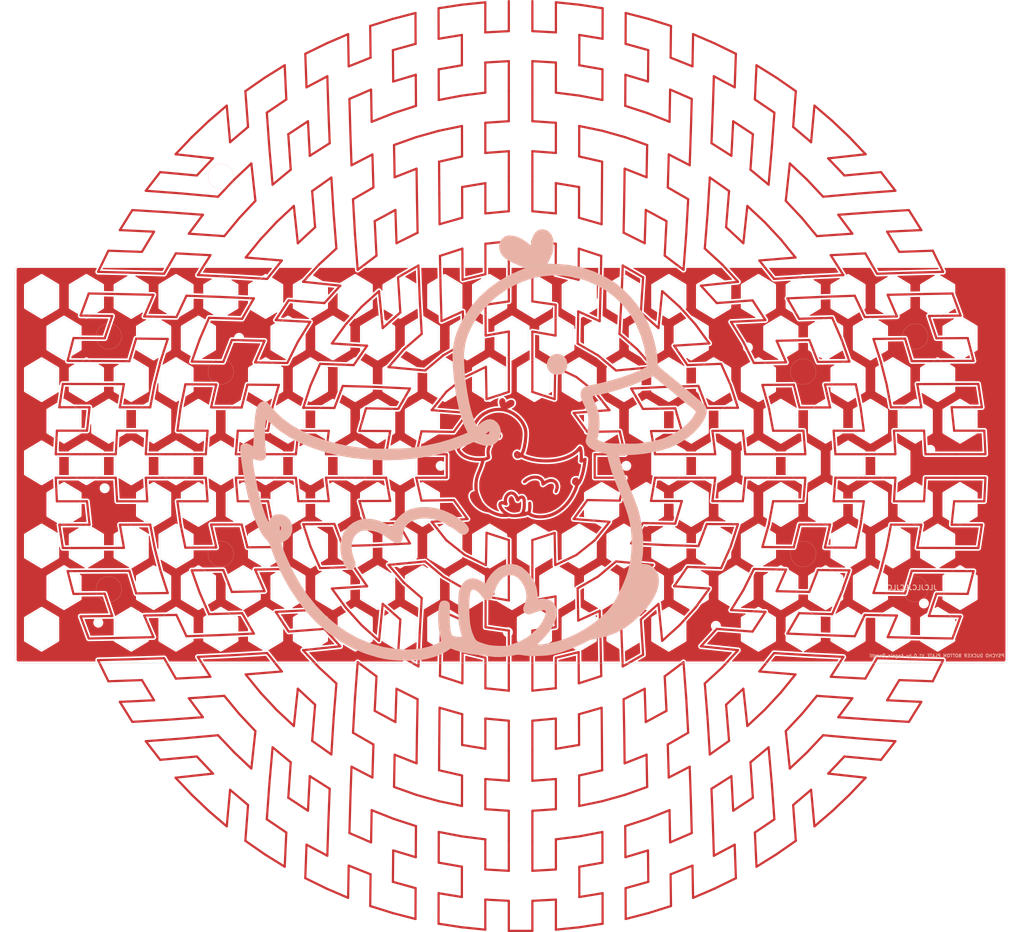
<source format=kicad_pcb>
(kicad_pcb (version 20240108) (generator "pcbnew") (generator_version "8.0")
  (layers (0 "F.Cu" signal) (31 "B.Cu" signal) (34 "B.Paste" user) (35 "F.Paste" user) (36 "B.SilkS" user "B.Silkscreen") (37 "F.SilkS" user "F.Silkscreen") (38 "B.Mask" user) (39 "F.Mask" user) (44 "Edge.Cuts" user))
  (net 0 "")
  (footprint "LOGO" (layer "F.Cu") (at 218 140)
    (property "Reference" "G***" (hide yes))
    (property "Value" "LOGO" (hide yes))
  )
  (footprint "LOGO" (layer "B.Cu") (at 218.013503 140.629296 180)
    (property "Reference" "G***" (hide yes))
    (property "Value" "LOGO" (hide yes))
  )
  (footprint "LOGO" (layer "B.Cu") (at 203.013503 136.629296 180)
    (property "Reference" "G***" (hide yes))
    (property "Value" "LOGO" (hide yes))
  )
  (gr_circle (center 124.013503 112.629296) (end 128.013503 112.629296) (stroke (width 0.05)) (fill none) (layer "B.SilkS"))
  (gr_circle (center 341.013503 101.629296) (end 345.013503 101.629296) (stroke (width 0.05)) (fill none) (layer "B.SilkS"))
  (gr_circle (center 124.013503 169.629296) (end 128.013503 169.629296) (stroke (width 0.05)) (fill none) (layer "B.SilkS"))
  (gr_circle (center 89.013503 180.629296) (end 93.013503 180.629296) (stroke (width 0.05)) (fill none) (layer "B.SilkS"))
  (gr_circle (center 89.013503 101.629296) (end 93.013503 101.629296) (stroke (width 0.05)) (fill none) (layer "B.SilkS"))
  (gr_circle (center 124.013503 51.629296) (end 128.013503 51.629296) (stroke (width 0.05)) (fill none) (layer "B.SilkS"))
  (gr_circle (center 341.013503 180.629296) (end 345.013503 180.629296) (stroke (width 0.05)) (fill none) (layer "B.SilkS"))
  (gr_circle (center 306.013503 112.629296) (end 310.013503 112.629296) (stroke (width 0.05)) (fill none) (layer "B.SilkS"))
  (gr_circle (center 306.013503 169.629296) (end 310.013503 169.629296) (stroke (width 0.05)) (fill none) (layer "B.SilkS"))
  (gr_line (start 124.013503 199.629296) (end 129.013503 196.629296) (stroke (width 0.05)) (layer "Edge.Cuts"))
  (gr_line (start 178.013503 176.629296) (end 173.013503 173.629296) (stroke (width 0.05)) (layer "Edge.Cuts"))
  (gr_line (start 122.013503 98.629296) (end 117.013503 95.629296) (stroke (width 0.05)) (layer "Edge.Cuts"))
  (gr_line (start 273.013503 163.629296) (end 273.013503 170.629296) (stroke (width 0.05)) (layer "Edge.Cuts"))
  (gr_line (start 269.013503 144.629296) (end 269.013503 137.629296) (stroke (width 0.05)) (layer "Edge.Cuts"))
  (gr_line (start 215.013503 186.629296) (end 210.013503 183.629296) (stroke (width 0.05)) (layer "Edge.Cuts"))
  (gr_line (start 173.013503 160.629296) (end 178.013503 157.629296) (stroke (width 0.05)) (layer "Edge.Cuts"))
  (gr_line (start 161.013503 85.629296) (end 161.013503 92.629296) (stroke (width 0.05)) (layer "Edge.Cuts"))
  (gr_line (start 320.013503 82.629296) (end 315.013503 85.629296) (stroke (width 0.05)) (layer "Edge.Cuts"))
  (gr_line (start 203.013503 111.629296) (end 203.013503 118.629296) (stroke (width 0.05)) (layer "Edge.Cuts"))
  (gr_line (start 150.013503 131.629296) (end 150.013503 124.629296) (stroke (width 0.05)) (layer "Edge.Cuts"))
  (gr_line (start 292.013503 82.629296) (end 287.013503 85.629296) (stroke (width 0.05)) (layer "Edge.Cuts"))
  (gr_line (start 318.013503 124.629296) (end 313.013503 121.629296) (stroke (width 0.05)) (layer "Edge.Cuts"))
  (gr_line (start 171.013503 170.629296) (end 171.013503 163.629296) (stroke (width 0.05)) (layer "Edge.Cuts"))
  (gr_line (start 320.013503 173.629296) (end 325.013503 170.629296) (stroke (width 0.05)) (layer "Edge.Cuts"))
  (gr_line (start 355.013503 186.629296) (end 350.013503 183.629296) (stroke (width 0.05)) (layer "Edge.Cuts"))
  (gr_line (start 126.013503 124.629296) (end 126.013503 131.629296) (stroke (width 0.05)) (layer "Edge.Cuts"))
  (gr_line (start 180.013503 147.629296) (end 175.013503 144.629296) (stroke (width 0.05)) (layer "Edge.Cuts"))
  (gr_line (start 306.013503 95.629296) (end 311.013503 92.629296) (stroke (width 0.05)) (layer "Edge.Cuts"))
  (gr_line (start 355.013503 108.629296) (end 350.013503 105.629296) (stroke (width 0.05)) (layer "Edge.Cuts"))
  (gr_line (start 126.013503 150.629296) (end 126.013503 157.629296) (stroke (width 0.05)) (layer "Edge.Cuts"))
  (gr_line (start 318.013503 150.629296) (end 313.013503 147.629296) (stroke (width 0.05)) (layer "Edge.Cuts"))
  (gr_line (start 306.013503 134.629296) (end 301.013503 137.629296) (stroke (width 0.05)) (layer "Edge.Cuts"))
  (gr_line (start 327.013503 134.629296) (end 332.013503 131.629296) (stroke (width 0.05)) (layer "Edge.Cuts"))
  (gr_line (start 346.013503 131.629296) (end 346.013503 124.629296) (stroke (width 0.05)) (layer "Edge.Cuts"))
  (gr_line (start 159.013503 186.629296) (end 154.013503 183.629296) (stroke (width 0.05)) (layer "Edge.Cuts"))
  (gr_line (start 243.013503 186.629296) (end 248.013503 183.629296) (stroke (width 0.05)) (layer "Edge.Cuts"))
  (gr_line (start 353.013503 163.629296) (end 348.013503 160.629296) (stroke (width 0.05)) (layer "Edge.Cuts"))
  (gr_line (start 122.013503 150.629296) (end 117.013503 147.629296) (stroke (width 0.05)) (layer "Edge.Cuts"))
  (gr_line (start 276.013503 131.629296) (end 276.013503 124.629296) (stroke (width 0.05)) (layer "Edge.Cuts"))
  (gr_line (start 60.707113 203.707297) (end 368.707312 203.707297) (stroke (width 0.1)) (layer "Edge.Cuts"))
  (gr_line (start 215.013503 173.629296) (end 210.013503 176.629296) (stroke (width 0.05)) (layer "Edge.Cuts"))
  (gr_line (start 115.013503 92.629296) (end 115.013503 85.629296) (stroke (width 0.05)) (layer "Edge.Cuts"))
  (gr_line (start 287.013503 137.629296) (end 287.013503 144.629296) (stroke (width 0.05)) (layer "Edge.Cuts"))
  (gr_line (start 248.013503 176.629296) (end 243.013503 173.629296) (stroke (width 0.05)) (layer "Edge.Cuts"))
  (gr_line (start 187.013503 160.629296) (end 182.013503 157.629296) (stroke (width 0.05)) (layer "Edge.Cuts"))
  (gr_line (start 110.013503 186.629296) (end 105.013503 189.629296) (stroke (width 0.05)) (layer "Edge.Cuts"))
  (gr_line (start 117.013503 147.629296) (end 112.013503 150.629296) (stroke (width 0.05)) (layer "Edge.Cuts"))
  (gr_line (start 185.013503 189.629296) (end 180.013503 186.629296) (stroke (width 0.05)) (layer "Edge.Cuts"))
  (gr_line (start 145.013503 121.629296) (end 140.013503 124.629296) (stroke (width 0.05)) (layer "Edge.Cuts"))
  (gr_line (start 173.013503 173.629296) (end 168.013503 176.629296) (stroke (width 0.05)) (layer "Edge.Cuts"))
  (gr_line (start 187.013503 134.629296) (end 192.013503 131.629296) (stroke (width 0.05)) (layer "Edge.Cuts"))
  (gr_line (start 180.013503 108.629296) (end 175.013503 111.629296) (stroke (width 0.05)) (layer "Edge.Cuts"))
  (gr_line (start 276.013503 183.629296) (end 276.013503 176.629296) (stroke (width 0.05)) (layer "Edge.Cuts"))
  (gr_line (start 350.013503 124.629296) (end 350.013503 131.629296) (stroke (width 0.05)) (layer "Edge.Cuts"))
  (gr_line (start 189.013503 189.629296) (end 189.013503 196.629296) (stroke (width 0.05)) (layer "Edge.Cuts"))
  (gr_line (start 124.013503 186.629296) (end 119.013503 189.629296) (stroke (width 0.05)) (layer "Edge.Cuts"))
  (gr_line (start 73.013503 170.629296) (end 73.013503 163.629296) (stroke (width 0.05)) (layer "Edge.Cuts"))
  (gr_line (start 308.013503 124.629296) (end 308.013503 131.629296) (stroke (width 0.05)) (layer "Edge.Cuts"))
  (gr_line (start 178.013503 98.629296) (end 173.013503 95.629296) (stroke (width 0.05)) (layer "Edge.Cuts"))
  (gr_line (start 206.013503 183.629296) (end 206.013503 176.629296) (stroke (width 0.05)) (layer "Edge.Cuts"))
  (gr_line (start 257.013503 95.629296) (end 252.013503 98.629296) (stroke (width 0.05)) (layer "Edge.Cuts"))
  (gr_line (start 348.013503 95.629296) (end 343.013503 92.629296) (stroke (width 0.05)) (layer "Edge.Cuts"))
  (gr_line (start 313.013503 160.629296) (end 318.013503 157.629296) (stroke (width 0.05)) (layer "Edge.Cuts"))
  (gr_line (start 80.013503 124.629296) (end 75.013503 121.629296) (stroke (width 0.05)) (layer "Edge.Cuts"))
  (gr_line (start 63.013503 111.629296) (end 63.013503 118.629296) (stroke (width 0.05)) (layer "Edge.Cuts"))
  (gr_line (start 89.013503 121.629296) (end 84.013503 124.629296) (stroke (width 0.05)) (layer "Edge.Cuts"))
  (gr_line (start 264.013503 173.629296) (end 259.013503 170.629296) (stroke (width 0.05)) (layer "Edge.Cuts"))
  (gr_line (start 229.013503 108.629296) (end 224.013503 105.629296) (stroke (width 0.05)) (layer "Edge.Cuts"))
  (gr_line (start 262.013503 131.629296) (end 262.013503 124.629296) (stroke (width 0.05)) (layer "Edge.Cuts"))
  (gr_line (start 236.013503 199.629296) (end 231.013503 196.629296) (stroke (width 0.05)) (layer "Edge.Cuts"))
  (gr_line (start 355.013503 134.629296) (end 360.013503 131.629296) (stroke (width 0.05)) (layer "Edge.Cuts"))
  (gr_line (start 341.013503 134.629296) (end 336.013503 131.629296) (stroke (width 0.05)) (layer "Edge.Cuts"))
  (gr_line (start 161.013503 163.629296) (end 161.013503 170.629296) (stroke (width 0.05)) (layer "Edge.Cuts"))
  (gr_line (start 329.013503 163.629296) (end 329.013503 170.629296) (stroke (width 0.05)) (layer "Edge.Cuts"))
  (gr_line (start 59.707113 80.707116) (end 59.707113 202.707297) (stroke (width 0.1)) (layer "Edge.Cuts"))
  (gr_line (start 98.013503 176.629296) (end 98.013503 183.629296) (stroke (width 0.05)) (layer "Edge.Cuts"))
  (gr_line (start 143.013503 118.629296) (end 143.013503 111.629296) (stroke (width 0.05)) (layer "Edge.Cuts"))
  (gr_line (start 311.013503 144.629296) (end 311.013503 137.629296) (stroke (width 0.05)) (layer "Edge.Cuts"))
  (gr_line (start 325.013503 144.629296) (end 325.013503 137.629296) (stroke (width 0.05)) (layer "Edge.Cuts"))
  (gr_line (start 178.013503 131.629296) (end 178.013503 124.629296) (stroke (width 0.05)) (layer "Edge.Cuts"))
  (gr_line (start 306.013503 199.629296) (end 311.013503 196.629296) (stroke (width 0.05)) (layer "Edge.Cuts"))
  (gr_line (start 334.013503 147.629296) (end 339.013503 144.629296) (stroke (width 0.05)) (layer "Edge.Cuts"))
  (gr_line (start 175.013503 163.629296) (end 175.013503 170.629296) (stroke (width 0.05)) (layer "Edge.Cuts"))
  (gr_line (start 124.013503 82.629296) (end 119.013503 85.629296) (stroke (width 0.05)) (layer "Edge.Cuts"))
  (gr_line (start 360.013503 150.629296) (end 355.013503 147.629296) (stroke (width 0.05)) (layer "Edge.Cuts"))
  (gr_line (start 269.013503 196.629296) (end 269.013503 189.629296) (stroke (width 0.05)) (layer "Edge.Cuts"))
  (gr_line (start 329.013503 85.629296) (end 329.013503 92.629296) (stroke (width 0.05)) (layer "Edge.Cuts"))
  (gr_line (start 304.013503 98.629296) (end 299.013503 95.629296) (stroke (width 0.05)) (layer "Edge.Cuts"))
  (gr_line (start 243.013503 108.629296) (end 248.013503 105.629296) (stroke (width 0.05)) (layer "Edge.Cuts"))
  (gr_line (start 150.013503 98.629296) (end 145.013503 95.629296) (stroke (width 0.05)) (layer "Edge.Cuts"))
  (gr_line (start 329.013503 111.629296) (end 329.013503 118.629296) (stroke (width 0.05)) (layer "Edge.Cuts"))
  (gr_line (start 68.013503 95.629296) (end 73.013503 92.629296) (stroke (width 0.05)) (layer "Edge.Cuts"))
  (gr_line (start 145.013503 134.629296) (end 150.013503 131.629296) (stroke (width 0.05)) (layer "Edge.Cuts"))
  (gr_line (start 327.013503 186.629296) (end 332.013503 183.629296) (stroke (width 0.05)) (layer "Edge.Cuts"))
  (gr_line (start 262.013503 105.629296) (end 262.013503 98.629296) (stroke (width 0.05)) (layer "Edge.Cuts"))
  (gr_line (start 136.013503 157.629296) (end 136.013503 150.629296) (stroke (width 0.05)) (layer "Edge.Cuts"))
  (gr_line (start 145.013503 186.629296) (end 140.013503 183.629296) (stroke (width 0.05)) (layer "Edge.Cuts"))
  (gr_line (start 243.013503 160.629296) (end 238.013503 157.629296) (stroke (width 0.05)) (layer "Edge.Cuts"))
  (gr_line (start 152.013503 95.629296) (end 147.013503 92.629296) (stroke (width 0.05)) (layer "Edge.Cuts"))
  (gr_line (start 269.013503 163.629296) (end 264.013503 160.629296) (stroke (width 0.05)) (layer "Edge.Cuts"))
  (gr_line (start 262.013503 176.629296) (end 257.013503 173.629296) (stroke (width 0.05)) (layer "Edge.Cuts"))
  (gr_line (start 285.013503 186.629296) (end 290.013503 183.629296) (stroke (width 0.05)) (layer "Edge.Cuts"))
  (gr_line (start 159.013503 134.629296) (end 164.013503 131.629296) (stroke (width 0.05)) (layer "Edge.Cuts"))
  (gr_line (start 68.013503 82.629296) (end 63.013503 85.629296) (stroke (width 0.05)) (layer "Edge.Cuts"))
  (gr_line (start 360.013503 124.629296) (end 355.013503 121.629296) (stroke (width 0.05)) (layer "Edge.Cuts"))
  (gr_line (start 278.013503 121.629296) (end 273.013503 118.629296) (stroke (width 0.05)) (layer "Edge.Cuts"))
  (gr_line (start 332.013503 124.629296) (end 327.013503 121.629296) (stroke (width 0.05)) (layer "Edge.Cuts"))
  (gr_line (start 208.013503 121.629296) (end 203.013503 118.629296) (stroke (width 0.05)) (layer "Edge.Cuts"))
  (gr_line (start 257.013503 134.629296) (end 262.013503 131.629296) (stroke (width 0.05)) (layer "Edge.Cuts"))
  (gr_line (start 297.013503 118.629296) (end 297.013503 111.629296) (stroke (width 0.05)) (layer "Edge.Cuts"))
  (gr_line (start 271.013503 173.629296) (end 266.013503 176.629296) (stroke (width 0.05)) (layer "Edge.Cuts"))
  (gr_line (start 294.013503 98.629296) (end 294.013503 105.629296) (stroke (width 0.05)) (layer "Edge.Cuts"))
  (gr_line (start 217.013503 163.629296) (end 217.013503 170.629296) (stroke (width 0.05)) (layer "Edge.Cuts"))
  (gr_line (start 161.013503 137.629296) (end 161.013503 144.629296) (stroke (width 0.05)) (layer "Edge.Cuts"))
  (gr_line (start 110.013503 160.629296) (end 105.013503 163.629296) (stroke (width 0.05)) (layer "Edge.Cuts"))
  (gr_line (start 96.013503 160.629296) (end 91.013503 163.629296) (stroke (width 0.05)) (layer "Edge.Cuts"))
  (gr_line (start 110.013503 95.629296) (end 105.013503 92.629296) (stroke (width 0.05)) (layer "Edge.Cuts"))
  (gr_line (start 208.013503 121.629296) (end 213.013503 118.629296) (stroke (width 0.05)) (layer "Edge.Cuts"))
  (gr_line (start 103.013503 160.629296) (end 108.013503 157.629296) (stroke (width 0.05)) (layer "Edge.Cuts"))
  (gr_line (start 75.013503 134.629296) (end 80.013503 131.629296) (stroke (width 0.05)) (layer "Edge.Cuts"))
  (gr_line (start 166.013503 199.629296) (end 161.013503 196.629296) (stroke (width 0.05)) (layer "Edge.Cuts"))
  (gr_line (start 224.013503 176.629296) (end 224.013503 183.629296) (stroke (width 0.05)) (layer "Edge.Cuts"))
  (gr_line (start 346.013503 157.629296) (end 346.013503 150.629296) (stroke (width 0.05)) (layer "Edge.Cuts"))
  (gr_line (start 164.013503 124.629296) (end 159.013503 121.629296) (stroke (width 0.05)) (layer "Edge.Cuts"))
  (gr_line (start 297.013503 85.629296) (end 292.013503 82.629296) (stroke (width 0.05)) (layer "Edge.Cuts"))
  (gr_line (start 110.013503 147.629296) (end 105.013503 144.629296) (stroke (width 0.05)) (layer "Edge.Cuts"))
  (gr_line (start 126.013503 176.629296) (end 126.013503 183.629296) (stroke (width 0.05)) (layer "Edge.Cuts"))
  (gr_line (start 271.013503 121.629296) (end 266.013503 124.629296) (stroke (width 0.05)) (layer "Edge.Cuts"))
  (gr_line (start 252.013503 124.629296) (end 252.013503 131.629296) (stroke (width 0.05)) (layer "Edge.Cuts"))
  (gr_line (start 339.013503 170.629296) (end 339.013503 163.629296) (stroke (width 0.05)) (layer "Edge.Cuts"))
  (gr_line (start 304.013503 131.629296) (end 304.013503 124.629296) (stroke (width 0.05)) (layer "Edge.Cuts"))
  (gr_line (start 68.013503 134.629296) (end 63.013503 137.629296) (stroke (width 0.05)) (layer "Edge.Cuts"))
  (gr_line (start 129.013503 92.629296) (end 129.013503 85.629296) (stroke (width 0.05)) (layer "Edge.Cuts"))
  (gr_line (start 318.013503 176.629296) (end 313.013503 173.629296) (stroke (width 0.05)) (layer "Edge.Cuts"))
  (gr_line (start 117.013503 186.629296) (end 112.013503 183.629296) (stroke (width 0.05)) (layer "Edge.Cuts"))
  (gr_line (start 194.013503 173.629296) (end 199.013503 170.629296) (stroke (width 0.05)) (layer "Edge.Cuts"))
  (gr_line (start 297.013503 170.629296) (end 297.013503 163.629296) (stroke (width 0.05)) (layer "Edge.Cuts"))
  (gr_line (start 327.013503 160.629296) (end 332.013503 157.629296) (stroke (width 0.05)) (layer "Edge.Cuts"))
  (gr_line (start 147.013503 111.629296) (end 147.013503 118.629296) (stroke (width 0.05)) (layer "Edge.Cuts"))
  (gr_line (start 80.013503 131.629296) (end 80.013503 124.629296) (stroke (width 0.05)) (layer "Edge.Cuts"))
  (gr_line (start 110.013503 199.629296) (end 105.013503 196.629296) (stroke (width 0.05)) (layer "Edge.Cuts"))
  (gr_line (start 189.013503 111.629296) (end 189.013503 118.629296) (stroke (width 0.05)) (layer "Edge.Cuts"))
  (gr_line (start 77.013503 111.629296) (end 77.013503 118.629296) (stroke (width 0.05)) (layer "Edge.Cuts"))
  (gr_line (start 164.013503 98.629296) (end 159.013503 95.629296) (stroke (width 0.05)) (layer "Edge.Cuts"))
  (gr_line (start 292.013503 134.629296) (end 287.013503 137.629296) (stroke (width 0.05)) (layer "Edge.Cuts"))
  (gr_line (start 189.013503 85.629296) (end 189.013503 92.629296) (stroke (width 0.05)) (layer "Edge.Cuts"))
  (gr_line (start 348.013503 186.629296) (end 343.013503 189.629296) (stroke (width 0.05)) (layer "Edge.Cuts"))
  (gr_line (start 320.013503 147.629296) (end 325.013503 144.629296) (stroke (width 0.05)) (layer "Edge.Cuts"))
  (gr_line (start 355.013503 121.629296) (end 350.013503 124.629296) (stroke (width 0.05)) (layer "Edge.Cuts"))
  (gr_line (start 355.013503 147.629296) (end 350.013503 150.629296) (stroke (width 0.05)) (layer "Edge.Cuts"))
  (gr_line (start 173.013503 121.629296) (end 168.013503 124.629296) (stroke (width 0.05)) (layer "Edge.Cuts"))
  (gr_line (start 157.013503 163.629296) (end 152.013503 160.629296) (stroke (width 0.05)) (layer "Edge.Cuts"))
  (gr_line (start 285.013503 134.629296) (end 280.013503 131.629296) (stroke (width 0.05)) (layer "Edge.Cuts"))
  (gr_line (start 117.013503 108.629296) (end 122.013503 105.629296) (stroke (width 0.05)) (layer "Edge.Cuts"))
  (gr_line (start 229.013503 95.629296) (end 224.013503 98.629296) (stroke (width 0.05)) (layer "Edge.Cuts"))
  (gr_line (start 264.013503 147.629296) (end 269.013503 144.629296) (stroke (width 0.05)) (layer "Edge.Cuts"))
  (gr_line (start 192.013503 176.629296) (end 187.013503 173.629296) (stroke (width 0.05)) (layer "Edge.Cuts"))
  (gr_line (start 285.013503 134.629296) (end 290.013503 131.629296) (stroke (width 0.05)) (layer "Edge.Cuts"))
  (gr_line (start 311.013503 137.629296) (end 306.013503 134.629296) (stroke (width 0.05)) (layer "Edge.Cuts"))
  (gr_line (start 180.013503 121.629296) (end 185.013503 118.629296) (stroke (width 0.05)) (layer "Edge.Cuts"))
  (gr_line (start 250.013503 108.629296) (end 245.013503 111.629296) (stroke (width 0.05)) (layer "Edge.Cuts"))
  (gr_line (start 313.013503 134.629296) (end 318.013503 131.629296) (stroke (width 0.05)) (layer "Edge.Cuts"))
  (gr_line (start 171.013503 163.629296) (end 166.013503 160.629296) (stroke (width 0.05)) (layer "Edge.Cuts"))
  (gr_line (start 292.013503 147.629296) (end 287.013503 144.629296) (stroke (width 0.05)) (layer "Edge.Cuts"))
  (gr_line (start 355.013503 134.629296) (end 350.013503 131.629296) (stroke (width 0.05)) (layer "Edge.Cuts"))
  (gr_line (start 217.013503 85.629296) (end 217.013503 92.629296) (stroke (width 0.05)) (layer "Edge.Cuts"))
  (gr_line (start 299.013503 186.629296) (end 294.013503 183.629296) (stroke (width 0.05)) (layer "Edge.Cuts"))
  (gr_line (start 145.013503 186.629296) (end 150.013503 183.629296) (stroke (width 0.05)) (layer "Edge.Cuts"))
  (gr_line (start 138.013503 173.629296) (end 143.013503 170.629296) (stroke (width 0.05)) (layer "Edge.Cuts"))
  (gr_line (start 185.013503 111.629296) (end 180.013503 108.629296) (stroke (width 0.05)) (layer "Edge.Cuts"))
  (gr_line (start 131.013503 134.629296) (end 136.013503 131.629296) (stroke (width 0.05)) (layer "Edge.Cuts"))
  (gr_line (start 171.013503 118.629296) (end 171.013503 111.629296) (stroke (width 0.05)) (layer "Edge.Cuts"))
  (gr_line (start 269.013503 92.629296) (end 269.013503 85.629296) (stroke (width 0.05)) (layer "Edge.Cuts"))
  (gr_line (start 175.013503 137.629296) (end 175.013503 144.629296) (stroke (width 0.05)) (layer "Edge.Cuts"))
  (gr_line (start 234.013503 98.629296) (end 229.013503 95.629296) (stroke (width 0.05)) (layer "Edge.Cuts"))
  (gr_line (start 82.013503 134.629296) (end 77.013503 137.629296) (stroke (width 0.05)) (layer "Edge.Cuts"))
  (gr_line (start 136.013503 176.629296) (end 131.013503 173.629296) (stroke (width 0.05)) (layer "Edge.Cuts"))
  (gr_line (start 241.013503 92.629296) (end 241.013503 85.629296) (stroke (width 0.05)) (layer "Edge.Cuts"))
  (gr_line (start 187.013503 186.629296) (end 192.013503 183.629296) (stroke (width 0.05)) (layer "Edge.Cuts"))
  (gr_line (start 313.013503 186.629296) (end 318.013503 183.629296) (stroke (width 0.05)) (layer "Edge.Cuts"))
  (gr_line (start 194.013503 160.629296) (end 189.013503 163.629296) (stroke (width 0.05)) (layer "Edge.Cuts"))
  (gr_line (start 152.013503 173.629296) (end 147.013503 170.629296) (stroke (width 0.05)) (layer "Edge.Cuts"))
  (gr_line (start 129.013503 144.629296) (end 129.013503 137.629296) (stroke (width 0.05)) (layer "Edge.Cuts"))
  (gr_line (start 166.013503 95.629296) (end 161.013503 92.629296) (stroke (width 0.05)) (layer "Edge.Cuts"))
  (gr_line (start 278.013503 147.629296) (end 283.013503 144.629296) (stroke (width 0.05)) (layer "Edge.Cuts"))
  (gr_line (start 264.013503 147.629296) (end 259.013503 144.629296) (stroke (width 0.05)) (layer "Edge.Cuts"))
  (gr_line (start 91.013503 137.629296) (end 91.013503 144.629296) (stroke (width 0.05)) (layer "Edge.Cuts"))
  (gr_line (start 355.013503 186.629296) (end 360.013503 183.629296) (stroke (width 0.05)) (layer "Edge.Cuts"))
  (gr_line (start 334.013503 173.629296) (end 339.013503 170.629296) (stroke (width 0.05)) (layer "Edge.Cuts"))
  (gr_line (start 73.013503 85.629296) (end 68.013503 82.629296) (stroke (width 0.05)) (layer "Edge.Cuts"))
  (gr_line (start 336.013503 124.629296) (end 336.013503 131.629296) (stroke (width 0.05)) (layer "Edge.Cuts"))
  (gr_line (start 353.013503 92.629296) (end 353.013503 85.629296) (stroke (width 0.05)) (layer "Edge.Cuts"))
  (gr_line (start 325.013503 170.629296) (end 325.013503 163.629296) (stroke (width 0.05)) (layer "Edge.Cuts"))
  (gr_line (start 343.013503 163.629296) (end 343.013503 170.629296) (stroke (width 0.05)) (layer "Edge.Cuts"))
  (gr_line (start 353.013503 85.629296) (end 348.013503 82.629296) (stroke (width 0.05)) (layer "Edge.Cuts"))
  (gr_line (start 122.013503 105.629296) (end 122.013503 98.629296) (stroke (width 0.05)) (layer "Edge.Cuts"))
  (gr_line (start 299.013503 134.629296) (end 294.013503 131.629296) (stroke (width 0.05)) (layer "Edge.Cuts"))
  (gr_line (start 304.013503 183.629296) (end 304.013503 176.629296) (stroke (width 0.05)) (layer "Edge.Cuts"))
  (gr_line (start 80.013503 150.629296) (end 75.013503 147.629296) (stroke (width 0.05)) (layer "Edge.Cuts"))
  (gr_line (start 173.013503 108.629296) (end 168.013503 105.629296) (stroke (width 0.05)) (layer "Edge.Cuts"))
  (gr_line (start 339.013503 163.629296) (end 334.013503 160.629296) (stroke (width 0.05)) (layer "Edge.Cuts"))
  (gr_line (start 199.013503 170.629296) (end 199.013503 163.629296) (stroke (width 0.05)) (layer "Edge.Cuts"))
  (gr_line (start 271.013503 186.629296) (end 276.013503 183.629296) (stroke (width 0.05)) (layer "Edge.Cuts"))
  (gr_line (start 262.013503 157.629296) (end 262.013503 150.629296) (stroke (width 0.05)) (layer "Edge.Cuts"))
  (gr_line (start 91.013503 85.629296) (end 91.013503 92.629296) (stroke (width 0.05)) (layer "Edge.Cuts"))
  (gr_line (start 185.013503 118.629296) (end 185.013503 111.629296) (stroke (width 0.05)) (layer "Edge.Cuts"))
  (gr_line (start 157.013503 92.629296) (end 157.013503 85.629296) (stroke (width 0.05)) (layer "Edge.Cuts"))
  (gr_line (start 264.013503 95.629296) (end 259.013503 92.629296) (stroke (width 0.05)) (layer "Edge.Cuts"))
  (gr_line (start 101.013503 92.629296) (end 101.013503 85.629296) (stroke (width 0.05)) (layer "Edge.Cuts"))
  (gr_line (start 96.013503 173.629296) (end 91.013503 170.629296) (stroke (width 0.05)) (layer "Edge.Cuts"))
  (gr_line (start 322.013503 176.629296) (end 322.013503 183.629296) (stroke (width 0.05)) (layer "Edge.Cuts"))
  (gr_line (start 285.013503 160.629296) (end 290.013503 157.629296) (stroke (width 0.05)) (layer "Edge.Cuts"))
  (gr_line (start 96.013503 199.629296) (end 101.013503 196.629296) (stroke (width 0.05)) (layer "Edge.Cuts"))
  (gr_circle (center 343.724866 185.072268) (end 344.774866 185.072268) (stroke (width 0.05)) (fill none) (layer "Edge.Cuts"))
  (gr_line (start 315.013503 111.629296) (end 315.013503 118.629296) (stroke (width 0.05)) (layer "Edge.Cuts"))
  (gr_line (start 129.013503 137.629296) (end 124.013503 134.629296) (stroke (width 0.05)) (layer "Edge.Cuts"))
  (gr_line (start 220.013503 176.629296) (end 215.013503 173.629296) (stroke (width 0.05)) (layer "Edge.Cuts"))
  (gr_line (start 280.013503 150.629296) (end 280.013503 157.629296) (stroke (width 0.05)) (layer "Edge.Cuts"))
  (gr_line (start 269.013503 137.629296) (end 264.013503 134.629296) (stroke (width 0.05)) (layer "Edge.Cuts"))
  (gr_line (start 278.013503 134.629296) (end 273.013503 137.629296) (stroke (width 0.05)) (layer "Edge.Cuts"))
  (gr_line (start 108.013503 183.629296) (end 108.013503 176.629296) (stroke (width 0.05)) (layer "Edge.Cuts"))
  (gr_line (start 168.013503 176.629296) (end 168.013503 183.629296) (stroke (width 0.05)) (layer "Edge.Cuts"))
  (gr_line (start 161.013503 189.629296) (end 161.013503 196.629296) (stroke (width 0.05)) (layer "Edge.Cuts"))
  (gr_line (start 150.013503 124.629296) (end 145.013503 121.629296) (stroke (width 0.05)) (layer "Edge.Cuts"))
  (gr_arc (start 368.707312 79.707116) (mid 369.414406 80.000014) (end 369.707312 80.707116) (stroke (width 0.1)) (layer "Edge.Cuts"))
  (gr_line (start 264.013503 199.629296) (end 269.013503 196.629296) (stroke (width 0.05)) (layer "Edge.Cuts"))
  (gr_line (start 82.013503 173.629296) (end 77.013503 170.629296) (stroke (width 0.05)) (layer "Edge.Cuts"))
  (gr_line (start 110.013503 121.629296) (end 115.013503 118.629296) (stroke (width 0.05)) (layer "Edge.Cuts"))
  (gr_line (start 82.013503 173.629296) (end 87.013503 170.629296) (stroke (width 0.05)) (layer "Edge.Cuts"))
  (gr_line (start 68.013503 147.629296) (end 73.013503 144.629296) (stroke (width 0.05)) (layer "Edge.Cuts"))
  (gr_arc (start 60.707113 203.707297) (mid 59.999999 203.414407) (end 59.707113 202.707297) (stroke (width 0.1)) (layer "Edge.Cuts"))
  (gr_line (start 285.013503 186.629296) (end 280.013503 183.629296) (stroke (width 0.05)) (layer "Edge.Cuts"))
  (gr_line (start 245.013503 163.629296) (end 245.013503 170.629296) (stroke (width 0.05)) (layer "Edge.Cuts"))
  (gr_line (start 129.013503 85.629296) (end 124.013503 82.629296) (stroke (width 0.05)) (layer "Edge.Cuts"))
  (gr_line (start 257.013503 186.629296) (end 262.013503 183.629296) (stroke (width 0.05)) (layer "Edge.Cuts"))
  (gr_line (start 196.013503 98.629296) (end 196.013503 105.629296) (stroke (width 0.05)) (layer "Edge.Cuts"))
  (gr_line (start 297.013503 189.629296) (end 292.013503 186.629296) (stroke (width 0.05)) (layer "Edge.Cuts"))
  (gr_line (start 87.013503 163.629296) (end 82.013503 160.629296) (stroke (width 0.05)) (layer "Edge.Cuts"))
  (gr_line (start 117.013503 108.629296) (end 112.013503 105.629296) (stroke (width 0.05)) (layer "Edge.Cuts"))
  (gr_line (start 105.013503 111.629296) (end 105.013503 118.629296) (stroke (width 0.05)) (layer "Edge.Cuts"))
  (gr_line (start 133.013503 189.629296) (end 133.013503 196.629296) (stroke (width 0.05)) (layer "Edge.Cuts"))
  (gr_line (start 259.013503 111.629296) (end 259.013503 118.629296) (stroke (width 0.05)) (layer "Edge.Cuts"))
  (gr_line (start 194.013503 186.629296) (end 189.013503 189.629296) (stroke (width 0.05)) (layer "Edge.Cuts"))
  (gr_line (start 264.013503 108.629296) (end 259.013503 111.629296) (stroke (width 0.05)) (layer "Edge.Cuts"))
  (gr_line (start 213.013503 163.629296) (end 208.013503 160.629296) (stroke (width 0.05)) (layer "Edge.Cuts"))
  (gr_line (start 189.013503 163.629296) (end 189.013503 170.629296) (stroke (width 0.05)) (layer "Edge.Cuts"))
  (gr_line (start 227.013503 118.629296) (end 227.013503 111.629296) (stroke (width 0.05)) (layer "Edge.Cuts"))
  (gr_line (start 334.013503 121.629296) (end 339.013503 118.629296) (stroke (width 0.05)) (layer "Edge.Cuts"))
  (gr_circle (center 288.724866 105.072268) (end 289.774866 105.072268) (stroke (width 0.05)) (fill none) (layer "Edge.Cuts"))
  (gr_line (start 115.013503 170.629296) (end 115.013503 163.629296) (stroke (width 0.05)) (layer "Edge.Cuts"))
  (gr_line (start 87.013503 118.629296) (end 87.013503 111.629296) (stroke (width 0.05)) (layer "Edge.Cuts"))
  (gr_line (start 283.013503 111.629296) (end 278.013503 108.629296) (stroke (width 0.05)) (layer "Edge.Cuts"))
  (gr_line (start 250.013503 199.629296) (end 255.013503 196.629296) (stroke (width 0.05)) (layer "Edge.Cuts"))
  (gr_line (start 297.013503 196.629296) (end 297.013503 189.629296) (stroke (width 0.05)) (layer "Edge.Cuts"))
  (gr_line (start 173.013503 160.629296) (end 168.013503 157.629296) (stroke (width 0.05)) (layer "Edge.Cuts"))
  (gr_line (start 215.013503 108.629296) (end 210.013503 105.629296) (stroke (width 0.05)) (layer "Edge.Cuts"))
  (gr_line (start 180.013503 134.629296) (end 175.013503 137.629296) (stroke (width 0.05)) (layer "Edge.Cuts"))
  (gr_line (start 320.013503 121.629296) (end 325.013503 118.629296) (stroke (width 0.05)) (layer "Edge.Cuts"))
  (gr_line (start 285.013503 173.629296) (end 280.013503 176.629296) (stroke (width 0.05)) (layer "Edge.Cuts"))
  (gr_line (start 290.013503 150.629296) (end 285.013503 147.629296) (stroke (width 0.05)) (layer "Edge.Cuts"))
  (gr_line (start 276.013503 98.629296) (end 271.013503 95.629296) (stroke (width 0.05)) (layer "Edge.Cuts"))
  (gr_line (start 264.013503 186.629296) (end 259.013503 189.629296) (stroke (width 0.05)) (layer "Edge.Cuts"))
  (gr_circle (center 345.724866 137.072268) (end 346.774866 137.072268) (stroke (width 0.05)) (fill none) (layer "Edge.Cuts"))
  (gr_line (start 152.013503 95.629296) (end 157.013503 92.629296) (stroke (width 0.05)) (layer "Edge.Cuts"))
  (gr_line (start 353.013503 196.629296) (end 353.013503 189.629296) (stroke (width 0.05)) (layer "Edge.Cuts"))
  (gr_line (start 143.013503 111.629296) (end 138.013503 108.629296) (stroke (width 0.05)) (layer "Edge.Cuts"))
  (gr_line (start 266.013503 150.629296) (end 266.013503 157.629296) (stroke (width 0.05)) (layer "Edge.Cuts"))
  (gr_line (start 278.013503 173.629296) (end 273.013503 170.629296) (stroke (width 0.05)) (layer "Edge.Cuts"))
  (gr_line (start 122.013503 176.629296) (end 117.013503 173.629296) (stroke (width 0.05)) (layer "Edge.Cuts"))
  (gr_line (start 87.013503 92.629296) (end 87.013503 85.629296) (stroke (width 0.05)) (layer "Edge.Cuts"))
  (gr_line (start 80.013503 157.629296) (end 80.013503 150.629296) (stroke (width 0.05)) (layer "Edge.Cuts"))
  (gr_line (start 255.013503 189.629296) (end 250.013503 186.629296) (stroke (width 0.05)) (layer "Edge.Cuts"))
  (gr_line (start 103.013503 108.629296) (end 98.013503 105.629296) (stroke (width 0.05)) (layer "Edge.Cuts"))
  (gr_line (start 269.013503 85.629296) (end 264.013503 82.629296) (stroke (width 0.05)) (layer "Edge.Cuts"))
  (gr_line (start 210.013503 98.629296) (end 210.013503 105.629296) (stroke (width 0.05)) (layer "Edge.Cuts"))
  (gr_line (start 297.013503 111.629296) (end 292.013503 108.629296) (stroke (width 0.05)) (layer "Edge.Cuts"))
  (gr_line (start 241.013503 118.629296) (end 241.013503 111.629296) (stroke (width 0.05)) (layer "Edge.Cuts"))
  (gr_line (start 124.013503 147.629296) (end 129.013503 144.629296) (stroke (width 0.05)) (layer "Edge.Cuts"))
  (gr_line (start 278.013503 160.629296) (end 273.013503 163.629296) (stroke (width 0.05)) (layer "Edge.Cuts"))
  (gr_line (start 164.013503 157.629296) (end 164.013503 150.629296) (stroke (width 0.05)) (layer "Edge.Cuts"))
  (gr_line (start 171.013503 111.629296) (end 166.013503 108.629296) (stroke (width 0.05)) (layer "Edge.Cuts"))
  (gr_line (start 63.013503 163.629296) (end 63.013503 170.629296) (stroke (width 0.05)) (layer "Edge.Cuts"))
  (gr_line (start 318.013503 98.629296) (end 313.013503 95.629296) (stroke (width 0.05)) (layer "Edge.Cuts"))
  (gr_line (start 315.013503 189.629296) (end 315.013503 196.629296) (stroke (width 0.05)) (layer "Edge.Cuts"))
  (gr_line (start 278.013503 121.629296) (end 283.013503 118.629296) (stroke (width 0.05)) (layer "Edge.Cuts"))
  (gr_line (start 276.013503 157.629296) (end 276.013503 150.629296) (stroke (width 0.05)) (layer "Edge.Cuts"))
  (gr_line (start 229.013503 108.629296) (end 234.013503 105.629296) (stroke (width 0.05)) (layer "Edge.Cuts"))
  (gr_line (start 68.013503 121.629296) (end 73.013503 118.629296) (stroke (width 0.05)) (layer "Edge.Cuts"))
  (gr_line (start 108.013503 124.629296) (end 103.013503 121.629296) (stroke (width 0.05)) (layer "Edge.Cuts"))
  (gr_line (start 208.013503 108.629296) (end 203.013503 111.629296) (stroke (width 0.05)) (layer "Edge.Cuts"))
  (gr_line (start 175.013503 85.629296) (end 175.013503 92.629296) (stroke (width 0.05)) (layer "Edge.Cuts"))
  (gr_line (start 75.013503 160.629296) (end 80.013503 157.629296) (stroke (width 0.05)) (layer "Edge.Cuts"))
  (gr_line (start 98.013503 124.629296) (end 98.013503 131.629296) (stroke (width 0.05)) (layer "Edge.Cuts"))
  (gr_line (start 194.013503 199.629296) (end 199.013503 196.629296) (stroke (width 0.05)) (layer "Edge.Cuts"))
  (gr_line (start 301.013503 189.629296) (end 301.013503 196.629296) (stroke (width 0.05)) (layer "Edge.Cuts"))
  (gr_line (start 339.013503 144.629296) (end 339.013503 137.629296) (stroke (width 0.05)) (layer "Edge.Cuts"))
  (gr_line (start 68.013503 147.629296) (end 63.013503 144.629296) (stroke (width 0.05)) (layer "Edge.Cuts"))
  (gr_line (start 236.013503 95.629296) (end 241.013503 92.629296) (stroke (width 0.05)) (layer "Edge.Cuts"))
  (gr_line (start 313.013503 108.629296) (end 308.013503 105.629296) (stroke (width 0.05)) (layer "Edge.Cuts"))
  (gr_line (start 255.013503 163.629296) (end 250.013503 160.629296) (stroke (width 0.05)) (layer "Edge.Cuts"))
  (gr_line (start 140.013503 176.629296) (end 140.013503 183.629296) (stroke (width 0.05)) (layer "Edge.Cuts"))
  (gr_line (start 299.013503 134.629296) (end 304.013503 131.629296) (stroke (width 0.05)) (layer "Edge.Cuts"))
  (gr_line (start 91.013503 163.629296) (end 91.013503 170.629296) (stroke (width 0.05)) (layer "Edge.Cuts"))
  (gr_line (start 320.013503 134.629296) (end 315.013503 137.629296) (stroke (width 0.05)) (layer "Edge.Cuts"))
  (gr_line (start 329.013503 189.629296) (end 329.013503 196.629296) (stroke (width 0.05)) (layer "Edge.Cuts"))
  (gr_line (start 96.013503 134.629296) (end 91.013503 137.629296) (stroke (width 0.05)) (layer "Edge.Cuts"))
  (gr_line (start 250.013503 121.629296) (end 245.013503 118.629296) (stroke (width 0.05)) (layer "Edge.Cuts"))
  (gr_line (start 182.013503 150.629296) (end 182.013503 157.629296) (stroke (width 0.05)) (layer "Edge.Cuts"))
  (gr_line (start 264.013503 121.629296) (end 269.013503 118.629296) (stroke (width 0.05)) (layer "Edge.Cuts"))
  (gr_line (start 192.013503 105.629296) (end 192.013503 98.629296) (stroke (width 0.05)) (layer "Edge.Cuts"))
  (gr_line (start 157.013503 118.629296) (end 157.013503 111.629296) (stroke (width 0.05)) (layer "Edge.Cuts"))
  (gr_line (start 332.013503 176.629296) (end 327.013503 173.629296) (stroke (width 0.05)) (layer "Edge.Cuts"))
  (gr_line (start 87.013503 137.629296) (end 82.013503 134.629296) (stroke (width 0.05)) (layer "Edge.Cuts"))
  (gr_line (start 157.013503 137.629296) (end 152.013503 134.629296) (stroke (width 0.05)) (layer "Edge.Cuts"))
  (gr_line (start 259.013503 189.629296) (end 259.013503 196.629296) (stroke (width 0.05)) (layer "Edge.Cuts"))
  (gr_line (start 180.013503 95.629296) (end 185.013503 92.629296) (stroke (width 0.05)) (layer "Edge.Cuts"))
  (gr_line (start 194.013503 121.629296) (end 189.013503 118.629296) (stroke (width 0.05)) (layer "Edge.Cuts"))
  (gr_line (start 327.013503 108.629296) (end 332.013503 105.629296) (stroke (width 0.05)) (layer "Edge.Cuts"))
  (gr_line (start 222.013503 186.629296) (end 217.013503 189.629296) (stroke (width 0.05)) (layer "Edge.Cuts"))
  (gr_line (start 187.013503 134.629296) (end 182.013503 131.629296) (stroke (width 0.05)) (layer "Edge.Cuts"))
  (gr_line (start 110.013503 173.629296) (end 115.013503 170.629296) (stroke (width 0.05)) (layer "Edge.Cuts"))
  (gr_line (start 159.013503 160.629296) (end 164.013503 157.629296) (stroke (width 0.05)) (layer "Edge.Cuts"))
  (gr_line (start 257.013503 160.629296) (end 252.013503 157.629296) (stroke (width 0.05)) (layer "Edge.Cuts"))
  (gr_line (start 80.013503 105.629296) (end 80.013503 98.629296) (stroke (width 0.05)) (layer "Edge.Cuts"))
  (gr_line (start 255.013503 196.629296) (end 255.013503 189.629296) (stroke (width 0.05)) (layer "Edge.Cuts"))
  (gr_line (start 201.013503 186.629296) (end 206.013503 183.629296) (stroke (width 0.05)) (layer "Edge.Cuts"))
  (gr_line (start 262.013503 124.629296) (end 257.013503 121.629296) (stroke (width 0.05)) (layer "Edge.Cuts"))
  (gr_line (start 187.013503 95.629296) (end 182.013503 98.629296) (stroke (width 0.05)) (layer "Edge.Cuts"))
  (gr_line (start 75.013503 108.629296) (end 70.013503 105.629296) (stroke (width 0.05)) (layer "Edge.Cuts"))
  (gr_line (start 80.013503 98.629296) (end 75.013503 95.629296) (stroke (width 0.05)) (layer "Edge.Cuts"))
  (gr_line (start 348.013503 173.629296) (end 343.013503 170.629296) (stroke (width 0.05)) (layer "Edge.Cuts"))
  (gr_line (start 222.013503 199.629296) (end 217.013503 196.629296) (stroke (width 0.05)) (layer "Edge.Cuts"))
  (gr_line (start 157.013503 111.629296) (end 152.013503 108.629296) (stroke (width 0.05)) (layer "Edge.Cuts"))
  (gr_line (start 250.013503 82.629296) (end 245.013503 85.629296) (stroke (width 0.05)) (layer "Edge.Cuts"))
  (gr_line (start 325.013503 92.629296) (end 325.013503 85.629296) (stroke (width 0.05)) (layer "Edge.Cuts"))
  (gr_line (start 250.013503 160.629296) (end 245.013503 163.629296) (stroke (width 0.05)) (layer "Edge.Cuts"))
  (gr_line (start 334.013503 160.629296) (end 329.013503 163.629296) (stroke (width 0.05)) (layer "Edge.Cuts"))
  (gr_line (start 318.013503 157.629296) (end 318.013503 150.629296) (stroke (width 0.05)) (layer "Edge.Cuts"))
  (gr_line (start 355.013503 160.629296) (end 350.013503 157.629296) (stroke (width 0.05)) (layer "Edge.Cuts"))
  (gr_line (start 285.013503 160.629296) (end 280.013503 157.629296) (stroke (width 0.05)) (layer "Edge.Cuts"))
  (gr_line (start 360.013503 183.629296) (end 360.013503 176.629296) (stroke (width 0.05)) (layer "Edge.Cuts"))
  (gr_line (start 206.013503 105.629296) (end 206.013503 98.629296) (stroke (width 0.05)) (layer "Edge.Cuts"))
  (gr_line (start 89.013503 134.629296) (end 84.013503 131.629296) (stroke (width 0.05)) (layer "Edge.Cuts"))
  (gr_line (start 171.013503 189.629296) (end 166.013503 186.629296) (stroke (width 0.05)) (layer "Edge.Cuts"))
  (gr_line (start 213.013503 170.629296) (end 213.013503 163.629296) (stroke (width 0.05)) (layer "Edge.Cuts"))
  (gr_line (start 136.013503 131.629296) (end 136.013503 124.629296) (stroke (width 0.05)) (layer "Edge.Cuts"))
  (gr_arc (start 369.707312 202.707297) (mid 369.414419 203.414406) (end 368.707312 203.707297) (stroke (width 0.1)) (layer "Edge.Cuts"))
  (gr_line (start 257.013503 186.629296) (end 252.013503 183.629296) (stroke (width 0.05)) (layer "Edge.Cuts"))
  (gr_line (start 75.013503 121.629296) (end 70.013503 124.629296) (stroke (width 0.05)) (layer "Edge.Cuts"))
  (gr_line (start 292.013503 173.629296) (end 287.013503 170.629296) (stroke (width 0.05)) (layer "Edge.Cuts"))
  (gr_line (start 110.013503 95.629296) (end 115.013503 92.629296) (stroke (width 0.05)) (layer "Edge.Cuts"))
  (gr_line (start 264.013503 199.629296) (end 259.013503 196.629296) (stroke (width 0.05)) (layer "Edge.Cuts"))
  (gr_line (start 87.013503 144.629296) (end 87.013503 137.629296) (stroke (width 0.05)) (layer "Edge.Cuts"))
  (gr_line (start 63.013503 137.629296) (end 63.013503 144.629296) (stroke (width 0.05)) (layer "Edge.Cuts"))
  (gr_line (start 131.013503 186.629296) (end 136.013503 183.629296) (stroke (width 0.05)) (layer "Edge.Cuts"))
  (gr_line (start 117.013503 186.629296) (end 122.013503 183.629296) (stroke (width 0.05)) (layer "Edge.Cuts"))
  (gr_line (start 138.013503 160.629296) (end 133.013503 163.629296) (stroke (width 0.05)) (layer "Edge.Cuts"))
  (gr_line (start 178.013503 105.629296) (end 178.013503 98.629296) (stroke (width 0.05)) (layer "Edge.Cuts"))
  (gr_line (start 292.013503 173.629296) (end 297.013503 170.629296) (stroke (width 0.05)) (layer "Edge.Cuts"))
  (gr_line (start 348.013503 160.629296) (end 343.013503 163.629296) (stroke (width 0.05)) (layer "Edge.Cuts"))
  (gr_line (start 248.013503 105.629296) (end 248.013503 98.629296) (stroke (width 0.05)) (layer "Edge.Cuts"))
  (gr_line (start 203.013503 85.629296) (end 203.013503 92.629296) (stroke (width 0.05)) (layer "Edge.Cuts"))
  (gr_line (start 103.013503 134.629296) (end 108.013503 131.629296) (stroke (width 0.05)) (layer "Edge.Cuts"))
  (gr_line (start 166.013503 121.629296) (end 171.013503 118.629296) (stroke (width 0.05)) (layer "Edge.Cuts"))
  (gr_line (start 222.013503 82.629296) (end 217.013503 85.629296) (stroke (width 0.05)) (layer "Edge.Cuts"))
  (gr_line (start 150.013503 176.629296) (end 145.013503 173.629296) (stroke (width 0.05)) (layer "Edge.Cuts"))
  (gr_line (start 269.013503 170.629296) (end 269.013503 163.629296) (stroke (width 0.05)) (layer "Edge.Cuts"))
  (gr_line (start 311.013503 85.629296) (end 306.013503 82.629296) (stroke (width 0.05)) (layer "Edge.Cuts"))
  (gr_line (start 154.013503 98.629296) (end 154.013503 105.629296) (stroke (width 0.05)) (layer "Edge.Cuts"))
  (gr_line (start 287.013503 85.629296) (end 287.013503 92.629296) (stroke (width 0.05)) (layer "Edge.Cuts"))
  (gr_line (start 91.013503 189.629296) (end 91.013503 196.629296) (stroke (width 0.05)) (layer "Edge.Cuts"))
  (gr_line (start 194.013503 108.629296) (end 189.013503 111.629296) (stroke (width 0.05)) (layer "Edge.Cuts"))
  (gr_line (start 82.013503 147.629296) (end 87.013503 144.629296) (stroke (width 0.05)) (layer "Edge.Cuts"))
  (gr_line (start 264.013503 134.629296) (end 259.013503 137.629296) (stroke (width 0.05)) (layer "Edge.Cuts"))
  (gr_line (start 313.013503 108.629296) (end 318.013503 105.629296) (stroke (width 0.05)) (layer "Edge.Cuts"))
  (gr_line (start 70.013503 98.629296) (end 70.013503 105.629296) (stroke (width 0.05)) (layer "Edge.Cuts"))
  (gr_line (start 152.013503 82.629296) (end 147.013503 85.629296) (stroke (width 0.05)) (layer "Edge.Cuts"))
  (gr_line (start 315.013503 163.629296) (end 315.013503 170.629296) (stroke (width 0.05)) (layer "Edge.Cuts"))
  (gr_line (start 306.013503 147.629296) (end 311.013503 144.629296) (stroke (width 0.05)) (layer "Edge.Cuts"))
  (gr_line (start 77.013503 137.629296) (end 77.013503 144.629296) (stroke (width 0.05)) (layer "Edge.Cuts"))
  (gr_line (start 206.013503 98.629296) (end 201.013503 95.629296) (stroke (width 0.05)) (layer "Edge.Cuts"))
  (gr_line (start 96.013503 199.629296) (end 91.013503 196.629296) (stroke (width 0.05)) (layer "Edge.Cuts"))
  (gr_line (start 117.013503 160.629296) (end 112.013503 157.629296) (stroke (width 0.05)) (layer "Edge.Cuts"))
  (gr_line (start 105.013503 163.629296) (end 105.013503 170.629296) (stroke (width 0.05)) (layer "Edge.Cuts"))
  (gr_line (start 259.013503 163.629296) (end 259.013503 170.629296) (stroke (width 0.05)) (layer "Edge.Cuts"))
  (gr_line (start 283.013503 170.629296) (end 283.013503 163.629296) (stroke (width 0.05)) (layer "Edge.Cuts"))
  (gr_line (start 290.013503 131.629296) (end 290.013503 124.629296) (stroke (width 0.05)) (layer "Edge.Cuts"))
  (gr_line (start 94.013503 124.629296) (end 89.013503 121.629296) (stroke (width 0.05)) (layer "Edge.Cuts"))
  (gr_line (start 334.013503 186.629296) (end 329.013503 189.629296) (stroke (width 0.05)) (layer "Edge.Cuts"))
  (gr_line (start 360.013503 176.629296) (end 355.013503 173.629296) (stroke (width 0.05)) (layer "Edge.Cuts"))
  (gr_line (start 157.013503 189.629296) (end 152.013503 186.629296) (stroke (width 0.05)) (layer "Edge.Cuts"))
  (gr_line (start 334.013503 199.629296) (end 329.013503 196.629296) (stroke (width 0.05)) (layer "Edge.Cuts"))
  (gr_line (start 138.013503 95.629296) (end 143.013503 92.629296) (stroke (width 0.05)) (layer "Edge.Cuts"))
  (gr_line (start 75.013503 160.629296) (end 70.013503 157.629296) (stroke (width 0.05)) (layer "Edge.Cuts"))
  (gr_line (start 173.013503 134.629296) (end 178.013503 131.629296) (stroke (width 0.05)) (layer "Edge.Cuts"))
  (gr_line (start 271.013503 160.629296) (end 266.013503 157.629296) (stroke (width 0.05)) (layer "Edge.Cuts"))
  (gr_line (start 248.013503 124.629296) (end 243.013503 121.629296) (stroke (width 0.05)) (layer "Edge.Cuts"))
  (gr_line (start 173.013503 186.629296) (end 168.013503 183.629296) (stroke (width 0.05)) (layer "Edge.Cuts"))
  (gr_line (start 350.013503 150.629296) (end 350.013503 157.629296) (stroke (width 0.05)) (layer "Edge.Cuts"))
  (gr_line (start 236.013503 95.629296) (end 231.013503 92.629296) (stroke (width 0.05)) (layer "Edge.Cuts"))
  (gr_line (start 199.013503 85.629296) (end 194.013503 82.629296) (stroke (width 0.05)) (layer "Edge.Cuts"))
  (gr_line (start 63.013503 85.629296) (end 63.013503 92.629296) (stroke (width 0.05)) (layer "Edge.Cuts"))
  (gr_line (start 171.013503 137.629296) (end 166.013503 134.629296) (stroke (width 0.05)) (layer "Edge.Cuts"))
  (gr_line (start 308.013503 150.629296) (end 308.013503 157.629296) (stroke (width 0.05)) (layer "Edge.Cuts"))
  (gr_line (start 320.013503 95.629296) (end 325.013503 92.629296) (stroke (width 0.05)) (layer "Edge.Cuts"))
  (gr_line (start 273.013503 85.629296) (end 273.013503 92.629296) (stroke (width 0.05)) (layer "Edge.Cuts"))
  (gr_line (start 103.013503 95.629296) (end 98.013503 98.629296) (stroke (width 0.05)) (layer "Edge.Cuts"))
  (gr_line (start 313.013503 134.629296) (end 308.013503 131.629296) (stroke (width 0.05)) (layer "Edge.Cuts"))
  (gr_line (start 178.013503 157.629296) (end 178.013503 150.629296) (stroke (width 0.05)) (layer "Edge.Cuts"))
  (gr_line (start 194.013503 82.629296) (end 189.013503 85.629296) (stroke (width 0.05)) (layer "Edge.Cuts"))
  (gr_line (start 122.013503 131.629296) (end 122.013503 124.629296) (stroke (width 0.05)) (layer "Edge.Cuts"))
  (gr_line (start 152.013503 199.629296) (end 147.013503 196.629296) (stroke (width 0.05)) (layer "Edge.Cuts"))
  (gr_line (start 210.013503 176.629296) (end 210.013503 183.629296) (stroke (width 0.05)) (layer "Edge.Cuts"))
  (gr_line (start 306.013503 186.629296) (end 301.013503 189.629296) (stroke (width 0.05)) (layer "Edge.Cuts"))
  (gr_line (start 82.013503 160.629296) (end 77.013503 163.629296) (stroke (width 0.05)) (layer "Edge.Cuts"))
  (gr_line (start 224.013503 98.629296) (end 224.013503 105.629296) (stroke (width 0.05)) (layer "Edge.Cuts"))
  (gr_line (start 196.013503 176.629296) (end 196.013503 183.629296) (stroke (width 0.05)) (layer "Edge.Cuts"))
  (gr_line (start 115.013503 189.629296) (end 110.013503 186.629296) (stroke (width 0.05)) (layer "Edge.Cuts"))
  (gr_line (start 185.013503 163.629296) (end 180.013503 160.629296) (stroke (width 0.05)) (layer "Edge.Cuts"))
  (gr_circle (center 192.724866 142.072268) (end 193.774866 142.072268) (stroke (width 0.05)) (fill none) (layer "Edge.Cuts"))
  (gr_line (start 243.013503 160.629296) (end 248.013503 157.629296) (stroke (width 0.05)) (layer "Edge.Cuts"))
  (gr_line (start 320.013503 95.629296) (end 315.013503 92.629296) (stroke (width 0.05)) (layer "Edge.Cuts"))
  (gr_line (start 199.013503 196.629296) (end 199.013503 189.629296) (stroke (width 0.05)) (layer "Edge.Cuts"))
  (gr_line (start 68.013503 121.629296) (end 63.013503 118.629296) (stroke (width 0.05)) (layer "Edge.Cuts"))
  (gr_line (start 108.013503 131.629296) (end 108.013503 124.629296) (stroke (width 0.05)) (layer "Edge.Cuts"))
  (gr_line (start 241.013503 189.629296) (end 236.013503 186.629296) (stroke (width 0.05)) (layer "Edge.Cuts"))
  (gr_line (start 241.013503 111.629296) (end 236.013503 108.629296) (stroke (width 0.05)) (layer "Edge.Cuts"))
  (gr_line (start 227.013503 111.629296) (end 222.013503 108.629296) (stroke (width 0.05)) (layer "Edge.Cuts"))
  (gr_line (start 334.013503 95.629296) (end 339.013503 92.629296) (stroke (width 0.05)) (layer "Edge.Cuts"))
  (gr_line (start 103.013503 186.629296) (end 98.013503 183.629296) (stroke (width 0.05)) (layer "Edge.Cuts"))
  (gr_circle (center 85.724866 191.072268) (end 86.774866 191.072268) (stroke (width 0.05)) (fill none) (layer "Edge.Cuts"))
  (gr_line (start 152.013503 160.629296) (end 147.013503 163.629296) (stroke (width 0.05)) (layer "Edge.Cuts"))
  (gr_line (start 166.013503 199.629296) (end 171.013503 196.629296) (stroke (width 0.05)) (layer "Edge.Cuts"))
  (gr_line (start 152.013503 173.629296) (end 157.013503 170.629296) (stroke (width 0.05)) (layer "Edge.Cuts"))
  (gr_line (start 348.013503 199.629296) (end 353.013503 196.629296) (stroke (width 0.05)) (layer "Edge.Cuts"))
  (gr_line (start 231.013503 163.629296) (end 231.013503 170.629296) (stroke (width 0.05)) (layer "Edge.Cuts"))
  (gr_line (start 334.013503 147.629296) (end 329.013503 144.629296) (stroke (width 0.05)) (layer "Edge.Cuts"))
  (gr_line (start 222.013503 108.629296) (end 217.013503 111.629296) (stroke (width 0.05)) (layer "Edge.Cuts"))
  (gr_line (start 185.013503 144.629296) (end 185.013503 137.629296) (stroke (width 0.05)) (layer "Edge.Cuts"))
  (gr_line (start 320.013503 173.629296) (end 315.013503 170.629296) (stroke (width 0.05)) (layer "Edge.Cuts"))
  (gr_line (start 159.013503 134.629296) (end 154.013503 131.629296) (stroke (width 0.05)) (layer "Edge.Cuts"))
  (gr_line (start 101.013503 189.629296) (end 96.013503 186.629296) (stroke (width 0.05)) (layer "Edge.Cuts"))
  (gr_line (start 271.013503 134.629296) (end 266.013503 131.629296) (stroke (width 0.05)) (layer "Edge.Cuts"))
  (gr_line (start 192.013503 157.629296) (end 192.013503 150.629296) (stroke (width 0.05)) (layer "Edge.Cuts"))
  (gr_line (start 269.013503 111.629296) (end 264.013503 108.629296) (stroke (width 0.05)) (layer "Edge.Cuts"))
  (gr_line (start 178.013503 124.629296) (end 173.013503 121.629296) (stroke (width 0.05)) (layer "Edge.Cuts"))
  (gr_line (start 264.013503 95.629296) (end 269.013503 92.629296) (stroke (width 0.05)) (layer "Edge.Cuts"))
  (gr_line (start 243.013503 95.629296) (end 238.013503 98.629296) (stroke (width 0.05)) (layer "Edge.Cuts"))
  (gr_line (start 68.013503 173.629296) (end 73.013503 170.629296) (stroke (width 0.05)) (layer "Edge.Cuts"))
  (gr_line (start 185.013503 196.629296) (end 185.013503 189.629296) (stroke (width 0.05)) (layer "Edge.Cuts"))
  (gr_line (start 68.013503 199.629296) (end 73.013503 196.629296) (stroke (width 0.05)) (layer "Edge.Cuts"))
  (gr_line (start 231.013503 85.629296) (end 231.013503 92.629296) (stroke (width 0.05)) (layer "Edge.Cuts"))
  (gr_line (start 259.013503 137.629296) (end 259.013503 144.629296) (stroke (width 0.05)) (layer "Edge.Cuts"))
  (gr_line (start 166.013503 173.629296) (end 171.013503 170.629296) (stroke (width 0.05)) (layer "Edge.Cuts"))
  (gr_line (start 152.013503 121.629296) (end 147.013503 118.629296) (stroke (width 0.05)) (layer "Edge.Cuts"))
  (gr_line (start 166.013503 82.629296) (end 161.013503 85.629296) (stroke (width 0.05)) (layer "Edge.Cuts"))
  (gr_circle (center 87.724866 149.072268) (end 88.774866 149.072268) (stroke (width 0.05)) (fill none) (layer "Edge.Cuts"))
  (gr_line (start 103.013503 121.629296) (end 98.013503 124.629296) (stroke (width 0.05)) (layer "Edge.Cuts"))
  (gr_line (start 327.013503 173.629296) (end 322.013503 176.629296) (stroke (width 0.05)) (layer "Edge.Cuts"))
  (gr_line (start 304.013503 176.629296) (end 299.013503 173.629296) (stroke (width 0.05)) (layer "Edge.Cuts"))
  (gr_line (start 192.013503 183.629296) (end 192.013503 176.629296) (stroke (width 0.05)) (layer "Edge.Cuts"))
  (gr_line (start 180.013503 199.629296) (end 185.013503 196.629296) (stroke (width 0.05)) (layer "Edge.Cuts"))
  (gr_line (start 166.013503 186.629296) (end 161.013503 189.629296) (stroke (width 0.05)) (layer "Edge.Cuts"))
  (gr_line (start 208.013503 173.629296) (end 213.013503 170.629296) (stroke (width 0.05)) (layer "Edge.Cuts"))
  (gr_line (start 133.013503 111.629296) (end 133.013503 118.629296) (stroke (width 0.05)) (layer "Edge.Cuts"))
  (gr_line (start 201.013503 108.629296) (end 206.013503 105.629296) (stroke (width 0.05)) (layer "Edge.Cuts"))
  (gr_line (start 112.013503 150.629296) (end 112.013503 157.629296) (stroke (width 0.05)) (layer "Edge.Cuts"))
  (gr_line (start 325.013503 85.629296) (end 320.013503 82.629296) (stroke (width 0.05)) (layer "Edge.Cuts"))
  (gr_line (start 171.013503 92.629296) (end 171.013503 85.629296) (stroke (width 0.05)) (layer "Edge.Cuts"))
  (gr_line (start 250.013503 173.629296) (end 245.013503 170.629296) (stroke (width 0.05)) (layer "Edge.Cuts"))
  (gr_line (start 115.013503 163.629296) (end 110.013503 160.629296) (stroke (width 0.05)) (layer "Edge.Cuts"))
  (gr_line (start 173.013503 108.629296) (end 178.013503 105.629296) (stroke (width 0.05)) (layer "Edge.Cuts"))
  (gr_line (start 236.013503 173.629296) (end 241.013503 170.629296) (stroke (width 0.05)) (layer "Edge.Cuts"))
  (gr_line (start 199.013503 189.629296) (end 194.013503 186.629296) (stroke (width 0.05)) (layer "Edge.Cuts"))
  (gr_line (start 201.013503 173.629296) (end 196.013503 176.629296) (stroke (width 0.05)) (layer "Edge.Cuts"))
  (gr_line (start 215.013503 95.629296) (end 210.013503 98.629296) (stroke (width 0.05)) (layer "Edge.Cuts"))
  (gr_line (start 185.013503 137.629296) (end 180.013503 134.629296) (stroke (width 0.05)) (layer "Edge.Cuts"))
  (gr_line (start 266.013503 98.629296) (end 266.013503 105.629296) (stroke (width 0.05)) (layer "Edge.Cuts"))
  (gr_line (start 124.013503 95.629296) (end 119.013503 92.629296) (stroke (width 0.05)) (layer "Edge.Cuts"))
  (gr_line (start 75.013503 186.629296) (end 80.013503 183.629296) (stroke (width 0.05)) (layer "Edge.Cuts"))
  (gr_line (start 271.013503 186.629296) (end 266.013503 183.629296) (stroke (width 0.05)) (layer "Edge.Cuts"))
  (gr_line (start 147.013503 85.629296) (end 147.013503 92.629296) (stroke (width 0.05)) (layer "Edge.Cuts"))
  (gr_line (start 334.013503 121.629296) (end 329.013503 118.629296) (stroke (width 0.05)) (layer "Edge.Cuts"))
  (gr_line (start 185.013503 92.629296) (end 185.013503 85.629296) (stroke (width 0.05)) (layer "Edge.Cuts"))
  (gr_line (start 138.013503 173.629296) (end 133.013503 170.629296) (stroke (width 0.05)) (layer "Edge.Cuts"))
  (gr_line (start 75.013503 186.629296) (end 70.013503 183.629296) (stroke (width 0.05)) (layer "Edge.Cuts"))
  (gr_line (start 180.013503 199.629296) (end 175.013503 196.629296) (stroke (width 0.05)) (layer "Edge.Cuts"))
  (gr_line (start 159.013503 108.629296) (end 154.013503 105.629296) (stroke (width 0.05)) (layer "Edge.Cuts"))
  (gr_line (start 122.013503 157.629296) (end 122.013503 150.629296) (stroke (width 0.05)) (layer "Edge.Cuts"))
  (gr_line (start 220.013503 183.629296) (end 220.013503 176.629296) (stroke (width 0.05)) (layer "Edge.Cuts"))
  (gr_line (start 73.013503 144.629296) (end 73.013503 137.629296) (stroke (width 0.05)) (layer "Edge.Cuts"))
  (gr_line (start 115.013503 85.629296) (end 110.013503 82.629296) (stroke (width 0.05)) (layer "Edge.Cuts"))
  (gr_line (start 82.013503 121.629296) (end 77.013503 118.629296) (stroke (width 0.05)) (layer "Edge.Cuts"))
  (gr_line (start 164.013503 131.629296) (end 164.013503 124.629296) (stroke (width 0.05)) (layer "Edge.Cuts"))
  (gr_line (start 327.013503 134.629296) (end 322.013503 131.629296) (stroke (width 0.05)) (layer "Edge.Cuts"))
  (gr_line (start 152.013503 121.629296) (end 157.013503 118.629296) (stroke (width 0.05)) (layer "Edge.Cuts"))
  (gr_line (start 110.013503 173.629296) (end 105.013503 170.629296) (stroke (width 0.05)) (layer "Edge.Cuts"))
  (gr_line (start 122.013503 183.629296) (end 122.013503 176.629296) (stroke (width 0.05)) (layer "Edge.Cuts"))
  (gr_line (start 171.013503 144.629296) (end 171.013503 137.629296) (stroke (width 0.05)) (layer "Edge.Cuts"))
  (gr_line (start 87.013503 111.629296) (end 82.013503 108.629296) (stroke (width 0.05)) (layer "Edge.Cuts"))
  (gr_line (start 201.013503 95.629296) (end 196.013503 98.629296) (stroke (width 0.05)) (layer "Edge.Cuts"))
  (gr_line (start 108.013503 150.629296) (end 103.013503 147.629296) (stroke (width 0.05)) (layer "Edge.Cuts"))
  (gr_line (start 222.013503 199.629296) (end 227.013503 196.629296) (stroke (width 0.05)) (layer "Edge.Cuts"))
  (gr_line (start 341.013503 121.629296) (end 336.013503 124.629296) (stroke (width 0.05)) (layer "Edge.Cuts"))
  (gr_line (start 287.013503 163.629296) (end 287.013503 170.629296) (stroke (width 0.05)) (layer "Edge.Cuts"))
  (gr_line (start 175.013503 189.629296) (end 175.013503 196.629296) (stroke (width 0.05)) (layer "Edge.Cuts"))
  (gr_line (start 101.013503 137.629296) (end 96.013503 134.629296) (stroke (width 0.05)) (layer "Edge.Cuts"))
  (gr_line (start 136.013503 124.629296) (end 131.013503 121.629296) (stroke (width 0.05)) (layer "Edge.Cuts"))
  (gr_line (start 301.013503 85.629296) (end 301.013503 92.629296) (stroke (width 0.05)) (layer "Edge.Cuts"))
  (gr_line (start 150.013503 157.629296) (end 150.013503 150.629296) (stroke (width 0.05)) (layer "Edge.Cuts"))
  (gr_line (start 147.013503 189.629296) (end 147.013503 196.629296) (stroke (width 0.05)) (layer "Edge.Cuts"))
  (gr_line (start 334.013503 199.629296) (end 339.013503 196.629296) (stroke (width 0.05)) (layer "Edge.Cuts"))
  (gr_line (start 145.013503 108.629296) (end 150.013503 105.629296) (stroke (width 0.05)) (layer "Edge.Cuts"))
  (gr_line (start 353.013503 170.629296) (end 353.013503 163.629296) (stroke (width 0.05)) (layer "Edge.Cuts"))
  (gr_line (start 124.013503 147.629296) (end 119.013503 144.629296) (stroke (width 0.05)) (layer "Edge.Cuts"))
  (gr_line (start 222.013503 121.629296) (end 217.013503 118.629296) (stroke (width 0.05)) (layer "Edge.Cuts"))
  (gr_line (start 271.013503 108.629296) (end 276.013503 105.629296) (stroke (width 0.05)) (layer "Edge.Cuts"))
  (gr_line (start 339.013503 92.629296) (end 339.013503 85.629296) (stroke (width 0.05)) (layer "Edge.Cuts"))
  (gr_line (start 96.013503 95.629296) (end 101.013503 92.629296) (stroke (width 0.05)) (layer "Edge.Cuts"))
  (gr_line (start 325.013503 196.629296) (end 325.013503 189.629296) (stroke (width 0.05)) (layer "Edge.Cuts"))
  (gr_line (start 122.013503 124.629296) (end 117.013503 121.629296) (stroke (width 0.05)) (layer "Edge.Cuts"))
  (gr_line (start 348.013503 173.629296) (end 353.013503 170.629296) (stroke (width 0.05)) (layer "Edge.Cuts"))
  (gr_line (start 346.013503 124.629296) (end 341.013503 121.629296) (stroke (width 0.05)) (layer "Edge.Cuts"))
  (gr_line (start 152.013503 134.629296) (end 147.013503 137.629296) (stroke (width 0.05)) (layer "Edge.Cuts"))
  (gr_line (start 320.013503 186.629296) (end 315.013503 189.629296) (stroke (width 0.05)) (layer "Edge.Cuts"))
  (gr_line (start 292.013503 199.629296) (end 297.013503 196.629296) (stroke (width 0.05)) (layer "Edge.Cuts"))
  (gr_line (start 175.013503 111.629296) (end 175.013503 118.629296) (stroke (width 0.05)) (layer "Edge.Cuts"))
  (gr_line (start 339.013503 137.629296) (end 334.013503 134.629296) (stroke (width 0.05)) (layer "Edge.Cuts"))
  (gr_line (start 199.013503 118.629296) (end 199.013503 111.629296) (stroke (width 0.05)) (layer "Edge.Cuts"))
  (gr_line (start 68.013503 95.629296) (end 63.013503 92.629296) (stroke (width 0.05)) (layer "Edge.Cuts"))
  (gr_line (start 353.013503 118.629296) (end 353.013503 111.629296) (stroke (width 0.05)) (layer "Edge.Cuts"))
  (gr_line (start 185.013503 85.629296) (end 180.013503 82.629296) (stroke (width 0.05)) (layer "Edge.Cuts"))
  (gr_line (start 138.013503 121.629296) (end 133.013503 118.629296) (stroke (width 0.05)) (layer "Edge.Cuts"))
  (gr_line (start 199.013503 163.629296) (end 194.013503 160.629296) (stroke (width 0.05)) (layer "Edge.Cuts"))
  (gr_line (start 236.013503 199.629296) (end 241.013503 196.629296) (stroke (width 0.05)) (layer "Edge.Cuts"))
  (gr_line (start 159.013503 160.629296) (end 154.013503 157.629296) (stroke (width 0.05)) (layer "Edge.Cuts"))
  (gr_line (start 255.013503 118.629296) (end 255.013503 111.629296) (stroke (width 0.05)) (layer "Edge.Cuts"))
  (gr_line (start 243.013503 173.629296) (end 238.013503 176.629296) (stroke (width 0.05)) (layer "Edge.Cuts"))
  (gr_line (start 75.013503 95.629296) (end 70.013503 98.629296) (stroke (width 0.05)) (layer "Edge.Cuts"))
  (gr_line (start 222.013503 173.629296) (end 227.013503 170.629296) (stroke (width 0.05)) (layer "Edge.Cuts"))
  (gr_line (start 299.013503 147.629296) (end 294.013503 150.629296) (stroke (width 0.05)) (layer "Edge.Cuts"))
  (gr_line (start 355.013503 95.629296) (end 350.013503 98.629296) (stroke (width 0.05)) (layer "Edge.Cuts"))
  (gr_line (start 299.013503 121.629296) (end 294.013503 124.629296) (stroke (width 0.05)) (layer "Edge.Cuts"))
  (gr_line (start 315.013503 137.629296) (end 315.013503 144.629296) (stroke (width 0.05)) (layer "Edge.Cuts"))
  (gr_line (start 222.013503 121.629296) (end 227.013503 118.629296) (stroke (width 0.05)) (layer "Edge.Cuts"))
  (gr_line (start 117.013503 121.629296) (end 112.013503 124.629296) (stroke (width 0.05)) (layer "Edge.Cuts"))
  (gr_line (start 334.013503 134.629296) (end 329.013503 137.629296) (stroke (width 0.05)) (layer "Edge.Cuts"))
  (gr_line (start 138.013503 82.629296) (end 133.013503 85.629296) (stroke (width 0.05)) (layer "Edge.Cuts"))
  (gr_line (start 152.013503 199.629296) (end 157.013503 196.629296) (stroke (width 0.05)) (layer "Edge.Cuts"))
  (gr_line (start 145.013503 95.629296) (end 140.013503 98.629296) (stroke (width 0.05)) (layer "Edge.Cuts"))
  (gr_line (start 325.013503 118.629296) (end 325.013503 111.629296) (stroke (width 0.05)) (layer "Edge.Cuts"))
  (gr_line (start 262.013503 150.629296) (end 257.013503 147.629296) (stroke (width 0.05)) (layer "Edge.Cuts"))
  (gr_line (start 271.013503 160.629296) (end 276.013503 157.629296) (stroke (width 0.05)) (layer "Edge.Cuts"))
  (gr_line (start 105.013503 85.629296) (end 105.013503 92.629296) (stroke (width 0.05)) (layer "Edge.Cuts"))
  (gr_line (start 143.013503 163.629296) (end 138.013503 160.629296) (stroke (width 0.05)) (layer "Edge.Cuts"))
  (gr_line (start 68.013503 199.629296) (end 63.013503 196.629296) (stroke (width 0.05)) (layer "Edge.Cuts"))
  (gr_line (start 243.013503 134.629296) (end 238.013503 131.629296) (stroke (width 0.05)) (layer "Edge.Cuts"))
  (gr_line (start 213.013503 111.629296) (end 208.013503 108.629296) (stroke (width 0.05)) (layer "Edge.Cuts"))
  (gr_line (start 154.013503 176.629296) (end 154.013503 183.629296) (stroke (width 0.05)) (layer "Edge.Cuts"))
  (gr_line (start 276.013503 150.629296) (end 271.013503 147.629296) (stroke (width 0.05)) (layer "Edge.Cuts"))
  (gr_line (start 166.013503 160.629296) (end 161.013503 163.629296) (stroke (width 0.05)) (layer "Edge.Cuts"))
  (gr_line (start 105.013503 189.629296) (end 105.013503 196.629296) (stroke (width 0.05)) (layer "Edge.Cuts"))
  (gr_line (start 264.013503 173.629296) (end 269.013503 170.629296) (stroke (width 0.05)) (layer "Edge.Cuts"))
  (gr_line (start 108.013503 176.629296) (end 103.013503 173.629296) (stroke (width 0.05)) (layer "Edge.Cuts"))
  (gr_line (start 255.013503 111.629296) (end 250.013503 108.629296) (stroke (width 0.05)) (layer "Edge.Cuts"))
  (gr_line (start 220.013503 98.629296) (end 215.013503 95.629296) (stroke (width 0.05)) (layer "Edge.Cuts"))
  (gr_line (start 103.013503 108.629296) (end 108.013503 105.629296) (stroke (width 0.05)) (layer "Edge.Cuts"))
  (gr_line (start 138.013503 199.629296) (end 133.013503 196.629296) (stroke (width 0.05)) (layer "Edge.Cuts"))
  (gr_line (start 318.013503 131.629296) (end 318.013503 124.629296) (stroke (width 0.05)) (layer "Edge.Cuts"))
  (gr_line (start 304.013503 150.629296) (end 299.013503 147.629296) (stroke (width 0.05)) (layer "Edge.Cuts"))
  (gr_line (start 294.013503 176.629296) (end 294.013503 183.629296) (stroke (width 0.05)) (layer "Edge.Cuts"))
  (gr_line (start 241.013503 163.629296) (end 236.013503 160.629296) (stroke (width 0.05)) (layer "Edge.Cuts"))
  (gr_line (start 350.013503 98.629296) (end 350.013503 105.629296) (stroke (width 0.05)) (layer "Edge.Cuts"))
  (gr_line (start 145.013503 108.629296) (end 140.013503 105.629296) (stroke (width 0.05)) (layer "Edge.Cuts"))
  (gr_line (start 241.013503 85.629296) (end 236.013503 82.629296) (stroke (width 0.05)) (layer "Edge.Cuts"))
  (gr_line (start 313.013503 160.629296) (end 308.013503 157.629296) (stroke (width 0.05)) (layer "Edge.Cuts"))
  (gr_line (start 94.013503 131.629296) (end 94.013503 124.629296) (stroke (width 0.05)) (layer "Edge.Cuts"))
  (gr_line (start 325.013503 189.629296) (end 320.013503 186.629296) (stroke (width 0.05)) (layer "Edge.Cuts"))
  (gr_line (start 250.013503 199.629296) (end 245.013503 196.629296) (stroke (width 0.05)) (layer "Edge.Cuts"))
  (gr_line (start 98.013503 98.629296) (end 98.013503 105.629296) (stroke (width 0.05)) (layer "Edge.Cuts"))
  (gr_line (start 82.013503 82.629296) (end 77.013503 85.629296) (stroke (width 0.05)) (layer "Edge.Cuts"))
  (gr_line (start 73.013503 111.629296) (end 68.013503 108.629296) (stroke (width 0.05)) (layer "Edge.Cuts"))
  (gr_line (start 101.013503 111.629296) (end 96.013503 108.629296) (stroke (width 0.05)) (layer "Edge.Cuts"))
  (gr_line (start 89.013503 134.629296) (end 94.013503 131.629296) (stroke (width 0.05)) (layer "Edge.Cuts"))
  (gr_line (start 194.013503 121.629296) (end 199.013503 118.629296) (stroke (width 0.05)) (layer "Edge.Cuts"))
  (gr_line (start 332.013503 105.629296) (end 332.013503 98.629296) (stroke (width 0.05)) (layer "Edge.Cuts"))
  (gr_line (start 178.013503 183.629296) (end 178.013503 176.629296) (stroke (width 0.05)) (layer "Edge.Cuts"))
  (gr_line (start 154.013503 124.629296) (end 154.013503 131.629296) (stroke (width 0.05)) (layer "Edge.Cuts"))
  (gr_line (start 327.013503 147.629296) (end 322.013503 150.629296) (stroke (width 0.05)) (layer "Edge.Cuts"))
  (gr_line (start 273.013503 137.629296) (end 273.013503 144.629296) (stroke (width 0.05)) (layer "Edge.Cuts"))
  (gr_line (start 159.013503 108.629296) (end 164.013503 105.629296) (stroke (width 0.05)) (layer "Edge.Cuts"))
  (gr_line (start 259.013503 85.629296) (end 259.013503 92.629296) (stroke (width 0.05)) (layer "Edge.Cuts"))
  (gr_line (start 299.013503 160.629296) (end 304.013503 157.629296) (stroke (width 0.05)) (layer "Edge.Cuts"))
  (gr_line (start 227.013503 163.629296) (end 222.013503 160.629296) (stroke (width 0.05)) (layer "Edge.Cuts"))
  (gr_line (start 187.013503 108.629296) (end 182.013503 105.629296) (stroke (width 0.05)) (layer "Edge.Cuts"))
  (gr_line (start 320.013503 108.629296) (end 315.013503 111.629296) (stroke (width 0.05)) (layer "Edge.Cuts"))
  (gr_line (start 96.013503 82.629296) (end 91.013503 85.629296) (stroke (width 0.05)) (layer "Edge.Cuts"))
  (gr_line (start 248.013503 150.629296) (end 243.013503 147.629296) (stroke (width 0.05)) (layer "Edge.Cuts"))
  (gr_line (start 108.013503 157.629296) (end 108.013503 150.629296) (stroke (width 0.05)) (layer "Edge.Cuts"))
  (gr_line (start 227.013503 189.629296) (end 222.013503 186.629296) (stroke (width 0.05)) (layer "Edge.Cuts"))
  (gr_line (start 115.013503 196.629296) (end 115.013503 189.629296) (stroke (width 0.05)) (layer "Edge.Cuts"))
  (gr_line (start 112.013503 124.629296) (end 112.013503 131.629296) (stroke (width 0.05)) (layer "Edge.Cuts"))
  (gr_line (start 304.013503 105.629296) (end 304.013503 98.629296) (stroke (width 0.05)) (layer "Edge.Cuts"))
  (gr_line (start 262.013503 183.629296) (end 262.013503 176.629296) (stroke (width 0.05)) (layer "Edge.Cuts"))
  (gr_line (start 283.013503 163.629296) (end 278.013503 160.629296) (stroke (width 0.05)) (layer "Edge.Cuts"))
  (gr_line (start 290.013503 157.629296) (end 290.013503 150.629296) (stroke (width 0.05)) (layer "Edge.Cuts"))
  (gr_circle (center 250.724866 142.072268) (end 251.774866 142.072268) (stroke (width 0.05)) (fill none) (layer "Edge.Cuts"))
  (gr_line (start 241.013503 196.629296) (end 241.013503 189.629296) (stroke (width 0.05)) (layer "Edge.Cuts"))
  (gr_line (start 255.013503 92.629296) (end 255.013503 85.629296) (stroke (width 0.05)) (layer "Edge.Cuts"))
  (gr_line (start 269.013503 118.629296) (end 269.013503 111.629296) (stroke (width 0.05)) (layer "Edge.Cuts"))
  (gr_line (start 264.013503 82.629296) (end 259.013503 85.629296) (stroke (width 0.05)) (layer "Edge.Cuts"))
  (gr_line (start 283.013503 85.629296) (end 278.013503 82.629296) (stroke (width 0.05)) (layer "Edge.Cuts"))
  (gr_line (start 313.013503 173.629296) (end 308.013503 176.629296) (stroke (width 0.05)) (layer "Edge.Cuts"))
  (gr_line (start 138.013503 95.629296) (end 133.013503 92.629296) (stroke (width 0.05)) (layer "Edge.Cuts"))
  (gr_line (start 327.013503 95.629296) (end 322.013503 98.629296) (stroke (width 0.05)) (layer "Edge.Cuts"))
  (gr_line (start 178.013503 150.629296) (end 173.013503 147.629296) (stroke (width 0.05)) (layer "Edge.Cuts"))
  (gr_line (start 133.013503 137.629296) (end 133.013503 144.629296) (stroke (width 0.05)) (layer "Edge.Cuts"))
  (gr_line (start 138.013503 147.629296) (end 133.013503 144.629296) (stroke (width 0.05)) (layer "Edge.Cuts"))
  (gr_line (start 145.013503 173.629296) (end 140.013503 176.629296) (stroke (width 0.05)) (layer "Edge.Cuts"))
  (gr_line (start 339.013503 118.629296) (end 339.013503 111.629296) (stroke (width 0.05)) (layer "Edge.Cuts"))
  (gr_line (start 360.013503 157.629296) (end 360.013503 150.629296) (stroke (width 0.05)) (layer "Edge.Cuts"))
  (gr_line (start 73.013503 163.629296) (end 68.013503 160.629296) (stroke (width 0.05)) (layer "Edge.Cuts"))
  (gr_line (start 283.013503 118.629296) (end 283.013503 111.629296) (stroke (width 0.05)) (layer "Edge.Cuts"))
  (gr_line (start 199.013503 111.629296) (end 194.013503 108.629296) (stroke (width 0.05)) (layer "Edge.Cuts"))
  (gr_line (start 70.013503 150.629296) (end 70.013503 157.629296) (stroke (width 0.05)) (layer "Edge.Cuts"))
  (gr_line (start 96.013503 121.629296) (end 91.013503 118.629296) (stroke (width 0.05)) (layer "Edge.Cuts"))
  (gr_line (start 60.707113 79.707116) (end 368.707312 79.707116) (stroke (width 0.05)) (layer "Edge.Cuts"))
  (gr_line (start 243.013503 134.629296) (end 248.013503 131.629296) (stroke (width 0.05)) (layer "Edge.Cuts"))
  (gr_line (start 168.013503 150.629296) (end 168.013503 157.629296) (stroke (width 0.05)) (layer "Edge.Cuts"))
  (gr_line (start 96.013503 108.629296) (end 91.013503 111.629296) (stroke (width 0.05)) (layer "Edge.Cuts"))
  (gr_line (start 304.013503 157.629296) (end 304.013503 150.629296) (stroke (width 0.05)) (layer "Edge.Cuts"))
  (gr_line (start 150.013503 183.629296) (end 150.013503 176.629296) (stroke (width 0.05)) (layer "Edge.Cuts"))
  (gr_line (start 68.013503 186.629296) (end 63.013503 189.629296) (stroke (width 0.05)) (layer "Edge.Cuts"))
  (gr_line (start 255.013503 85.629296) (end 250.013503 82.629296) (stroke (width 0.05)) (layer "Edge.Cuts"))
  (gr_line (start 252.013503 150.629296) (end 252.013503 157.629296) (stroke (width 0.05)) (layer "Edge.Cuts"))
  (gr_line (start 180.013503 160.629296) (end 175.013503 163.629296) (stroke (width 0.05)) (layer "Edge.Cuts"))
  (gr_line (start 231.013503 111.629296) (end 231.013503 118.629296) (stroke (width 0.05)) (layer "Edge.Cuts"))
  (gr_line (start 327.013503 121.629296) (end 322.013503 124.629296) (stroke (width 0.05)) (layer "Edge.Cuts"))
  (gr_line (start 292.013503 121.629296) (end 287.013503 118.629296) (stroke (width 0.05)) (layer "Edge.Cuts"))
  (gr_line (start 187.013503 173.629296) (end 182.013503 176.629296) (stroke (width 0.05)) (layer "Edge.Cuts"))
  (gr_line (start 238.013503 124.629296) (end 238.013503 131.629296) (stroke (width 0.05)) (layer "Edge.Cuts"))
  (gr_line (start 341.013503 134.629296) (end 346.013503 131.629296) (stroke (width 0.05)) (layer "Edge.Cuts"))
  (gr_line (start 217.013503 189.629296) (end 217.013503 196.629296) (stroke (width 0.05)) (layer "Edge.Cuts"))
  (gr_line (start 73.013503 189.629296) (end 68.013503 186.629296) (stroke (width 0.05)) (layer "Edge.Cuts"))
  (gr_line (start 336.013503 150.629296) (end 336.013503 157.629296) (stroke (width 0.05)) (layer "Edge.Cuts"))
  (gr_line (start 315.013503 85.629296) (end 315.013503 92.629296) (stroke (width 0.05)) (layer "Edge.Cuts"))
  (gr_line (start 292.013503 121.629296) (end 297.013503 118.629296) (stroke (width 0.05)) (layer "Edge.Cuts"))
  (gr_line (start 220.013503 105.629296) (end 220.013503 98.629296) (stroke (width 0.05)) (layer "Edge.Cuts"))
  (gr_line (start 73.013503 196.629296) (end 73.013503 189.629296) (stroke (width 0.05)) (layer "Edge.Cuts"))
  (gr_line (start 166.013503 147.629296) (end 161.013503 144.629296) (stroke (width 0.05)) (layer "Edge.Cuts"))
  (gr_line (start 290.013503 183.629296) (end 290.013503 176.629296) (stroke (width 0.05)) (layer "Edge.Cuts"))
  (gr_line (start 96.013503 173.629296) (end 101.013503 170.629296) (stroke (width 0.05)) (layer "Edge.Cuts"))
  (gr_line (start 96.013503 121.629296) (end 101.013503 118.629296) (stroke (width 0.05)) (layer "Edge.Cuts"))
  (gr_line (start 131.013503 173.629296) (end 126.013503 176.629296) (stroke (width 0.05)) (layer "Edge.Cuts"))
  (gr_line (start 75.013503 108.629296) (end 80.013503 105.629296) (stroke (width 0.05)) (layer "Edge.Cuts"))
  (gr_line (start 68.013503 160.629296) (end 63.013503 163.629296) (stroke (width 0.05)) (layer "Edge.Cuts"))
  (gr_line (start 299.013503 95.629296) (end 294.013503 98.629296) (stroke (width 0.05)) (layer "Edge.Cuts"))
  (gr_line (start 257.013503 160.629296) (end 262.013503 157.629296) (stroke (width 0.05)) (layer "Edge.Cuts"))
  (gr_line (start 82.013503 147.629296) (end 77.013503 144.629296) (stroke (width 0.05)) (layer "Edge.Cuts"))
  (gr_line (start 138.013503 186.629296) (end 133.013503 189.629296) (stroke (width 0.05)) (layer "Edge.Cuts"))
  (gr_line (start 269.013503 189.629296) (end 264.013503 186.629296) (stroke (width 0.05)) (layer "Edge.Cuts"))
  (gr_line (start 187.013503 186.629296) (end 182.013503 183.629296) (stroke (width 0.05)) (layer "Edge.Cuts"))
  (gr_line (start 215.013503 186.629296) (end 220.013503 183.629296) (stroke (width 0.05)) (layer "Edge.Cuts"))
  (gr_line (start 194.013503 95.629296) (end 189.013503 92.629296) (stroke (width 0.05)) (layer "Edge.Cuts"))
  (gr_line (start 152.013503 108.629296) (end 147.013503 111.629296) (stroke (width 0.05)) (layer "Edge.Cuts"))
  (gr_line (start 341.013503 147.629296) (end 336.013503 150.629296) (stroke (width 0.05)) (layer "Edge.Cuts"))
  (gr_line (start 138.013503 108.629296) (end 133.013503 111.629296) (stroke (width 0.05)) (layer "Edge.Cuts"))
  (gr_line (start 278.013503 108.629296) (end 273.013503 111.629296) (stroke (width 0.05)) (layer "Edge.Cuts"))
  (gr_line (start 299.013503 108.629296) (end 294.013503 105.629296) (stroke (width 0.05)) (layer "Edge.Cuts"))
  (gr_line (start 82.013503 95.629296) (end 87.013503 92.629296) (stroke (width 0.05)) (layer "Edge.Cuts"))
  (gr_line (start 145.013503 160.629296) (end 150.013503 157.629296) (stroke (width 0.05)) (layer "Edge.Cuts"))
  (gr_line (start 304.013503 124.629296) (end 299.013503 121.629296) (stroke (width 0.05)) (layer "Edge.Cuts"))
  (gr_line (start 306.013503 95.629296) (end 301.013503 92.629296) (stroke (width 0.05)) (layer "Edge.Cuts"))
  (gr_line (start 308.013503 98.629296) (end 308.013503 105.629296) (stroke (width 0.05)) (layer "Edge.Cuts"))
  (gr_line (start 115.013503 111.629296) (end 110.013503 108.629296) (stroke (width 0.05)) (layer "Edge.Cuts"))
  (gr_line (start 98.013503 150.629296) (end 98.013503 157.629296) (stroke (width 0.05)) (layer "Edge.Cuts"))
  (gr_line (start 355.013503 108.629296) (end 360.013503 105.629296) (stroke (width 0.05)) (layer "Edge.Cuts"))
  (gr_line (start 192.013503 98.629296) (end 187.013503 95.629296) (stroke (width 0.05)) (layer "Edge.Cuts"))
  (gr_line (start 325.013503 137.629296) (end 320.013503 134.629296) (stroke (width 0.05)) (layer "Edge.Cuts"))
  (gr_line (start 206.013503 176.629296) (end 201.013503 173.629296) (stroke (width 0.05)) (layer "Edge.Cuts"))
  (gr_line (start 110.013503 134.629296) (end 105.013503 137.629296) (stroke (width 0.05)) (layer "Edge.Cuts"))
  (gr_line (start 166.013503 134.629296) (end 161.013503 137.629296) (stroke (width 0.05)) (layer "Edge.Cuts"))
  (gr_line (start 213.013503 118.629296) (end 213.013503 111.629296) (stroke (width 0.05)) (layer "Edge.Cuts"))
  (gr_line (start 208.013503 173.629296) (end 203.013503 170.629296) (stroke (width 0.05)) (layer "Edge.Cuts"))
  (gr_line (start 325.013503 163.629296) (end 320.013503 160.629296) (stroke (width 0.05)) (layer "Edge.Cuts"))
  (gr_line (start 117.013503 160.629296) (end 122.013503 157.629296) (stroke (width 0.05)) (layer "Edge.Cuts"))
  (gr_line (start 348.013503 108.629296) (end 343.013503 111.629296) (stroke (width 0.05)) (layer "Edge.Cuts"))
  (gr_line (start 297.013503 163.629296) (end 292.013503 160.629296) (stroke (width 0.05)) (layer "Edge.Cuts"))
  (gr_line (start 276.013503 176.629296) (end 271.013503 173.629296) (stroke (width 0.05)) (layer "Edge.Cuts"))
  (gr_line (start 119.013503 189.629296) (end 119.013503 196.629296) (stroke (width 0.05)) (layer "Edge.Cuts"))
  (gr_line (start 238.013503 150.629296) (end 238.013503 157.629296) (stroke (width 0.05)) (layer "Edge.Cuts"))
  (gr_line (start 150.013503 105.629296) (end 150.013503 98.629296) (stroke (width 0.05)) (layer "Edge.Cuts"))
  (gr_line (start 283.013503 137.629296) (end 278.013503 134.629296) (stroke (width 0.05)) (layer "Edge.Cuts"))
  (gr_line (start 82.013503 95.629296) (end 77.013503 92.629296) (stroke (width 0.05)) (layer "Edge.Cuts"))
  (gr_line (start 80.013503 176.629296) (end 75.013503 173.629296) (stroke (width 0.05)) (layer "Edge.Cuts"))
  (gr_line (start 236.013503 160.629296) (end 231.013503 163.629296) (stroke (width 0.05)) (layer "Edge.Cuts"))
  (gr_line (start 318.013503 105.629296) (end 318.013503 98.629296) (stroke (width 0.05)) (layer "Edge.Cuts"))
  (gr_line (start 124.013503 134.629296) (end 119.013503 137.629296) (stroke (width 0.05)) (layer "Edge.Cuts"))
  (gr_line (start 327.013503 160.629296) (end 322.013503 157.629296) (stroke (width 0.05)) (layer "Edge.Cuts"))
  (gr_line (start 262.013503 98.629296) (end 257.013503 95.629296) (stroke (width 0.05)) (layer "Edge.Cuts"))
  (gr_line (start 147.013503 163.629296) (end 147.013503 170.629296) (stroke (width 0.05)) (layer "Edge.Cuts"))
  (gr_line (start 250.013503 95.629296) (end 255.013503 92.629296) (stroke (width 0.05)) (layer "Edge.Cuts"))
  (gr_line (start 82.013503 108.629296) (end 77.013503 111.629296) (stroke (width 0.05)) (layer "Edge.Cuts"))
  (gr_line (start 217.013503 111.629296) (end 217.013503 118.629296) (stroke (width 0.05)) (layer "Edge.Cuts"))
  (gr_line (start 311.013503 196.629296) (end 311.013503 189.629296) (stroke (width 0.05)) (layer "Edge.Cuts"))
  (gr_line (start 273.013503 111.629296) (end 273.013503 118.629296) (stroke (width 0.05)) (layer "Edge.Cuts"))
  (gr_line (start 297.013503 137.629296) (end 292.013503 134.629296) (stroke (width 0.05)) (layer "Edge.Cuts"))
  (gr_line (start 236.013503 173.629296) (end 231.013503 170.629296) (stroke (width 0.05)) (layer "Edge.Cuts"))
  (gr_line (start 339.013503 85.629296) (end 334.013503 82.629296) (stroke (width 0.05)) (layer "Edge.Cuts"))
  (gr_line (start 243.013503 147.629296) (end 238.013503 150.629296) (stroke (width 0.05)) (layer "Edge.Cuts"))
  (gr_line (start 73.013503 118.629296) (end 73.013503 111.629296) (stroke (width 0.05)) (layer "Edge.Cuts"))
  (gr_line (start 159.013503 147.629296) (end 154.013503 150.629296) (stroke (width 0.05)) (layer "Edge.Cuts"))
  (gr_line (start 182.013503 176.629296) (end 182.013503 183.629296) (stroke (width 0.05)) (layer "Edge.Cuts"))
  (gr_line (start 348.013503 121.629296) (end 343.013503 118.629296) (stroke (width 0.05)) (layer "Edge.Cuts"))
  (gr_line (start 243.013503 186.629296) (end 238.013503 183.629296) (stroke (width 0.05)) (layer "Edge.Cuts"))
  (gr_line (start 322.013503 98.629296) (end 322.013503 105.629296) (stroke (width 0.05)) (layer "Edge.Cuts"))
  (gr_line (start 241.013503 170.629296) (end 241.013503 163.629296) (stroke (width 0.05)) (layer "Edge.Cuts"))
  (gr_line (start 348.013503 121.629296) (end 353.013503 118.629296) (stroke (width 0.05)) (layer "Edge.Cuts"))
  (gr_line (start 185.013503 170.629296) (end 185.013503 163.629296) (stroke (width 0.05)) (layer "Edge.Cuts"))
  (gr_line (start 292.013503 95.629296) (end 297.013503 92.629296) (stroke (width 0.05)) (layer "Edge.Cuts"))
  (gr_line (start 68.013503 108.629296) (end 63.013503 111.629296) (stroke (width 0.05)) (layer "Edge.Cuts"))
  (gr_line (start 271.013503 108.629296) (end 266.013503 105.629296) (stroke (width 0.05)) (layer "Edge.Cuts"))
  (gr_line (start 227.013503 196.629296) (end 227.013503 189.629296) (stroke (width 0.05)) (layer "Edge.Cuts"))
  (gr_line (start 164.013503 150.629296) (end 159.013503 147.629296) (stroke (width 0.05)) (layer "Edge.Cuts"))
  (gr_line (start 101.013503 196.629296) (end 101.013503 189.629296) (stroke (width 0.05)) (layer "Edge.Cuts"))
  (gr_line (start 306.013503 147.629296) (end 301.013503 144.629296) (stroke (width 0.05)) (layer "Edge.Cuts"))
  (gr_line (start 245.013503 189.629296) (end 245.013503 196.629296) (stroke (width 0.05)) (layer "Edge.Cuts"))
  (gr_line (start 283.013503 92.629296) (end 283.013503 85.629296) (stroke (width 0.05)) (layer "Edge.Cuts"))
  (gr_circle (center 278.724866 192.072268) (end 279.774866 192.072268) (stroke (width 0.05)) (fill none) (layer "Edge.Cuts"))
  (gr_line (start 159.013503 121.629296) (end 154.013503 124.629296) (stroke (width 0.05)) (layer "Edge.Cuts"))
  (gr_line (start 73.013503 92.629296) (end 73.013503 85.629296) (stroke (width 0.05)) (layer "Edge.Cuts"))
  (gr_line (start 341.013503 160.629296) (end 346.013503 157.629296) (stroke (width 0.05)) (layer "Edge.Cuts"))
  (gr_line (start 271.013503 95.629296) (end 266.013503 98.629296) (stroke (width 0.05)) (layer "Edge.Cuts"))
  (gr_line (start 199.013503 92.629296) (end 199.013503 85.629296) (stroke (width 0.05)) (layer "Edge.Cuts"))
  (gr_line (start 266.013503 124.629296) (end 266.013503 131.629296) (stroke (width 0.05)) (layer "Edge.Cuts"))
  (gr_line (start 341.013503 160.629296) (end 336.013503 157.629296) (stroke (width 0.05)) (layer "Edge.Cuts"))
  (gr_line (start 101.013503 144.629296) (end 101.013503 137.629296) (stroke (width 0.05)) (layer "Edge.Cuts"))
  (gr_line (start 145.013503 134.629296) (end 140.013503 131.629296) (stroke (width 0.05)) (layer "Edge.Cuts"))
  (gr_line (start 264.013503 160.629296) (end 259.013503 163.629296) (stroke (width 0.05)) (layer "Edge.Cuts"))
  (gr_line (start 287.013503 189.629296) (end 287.013503 196.629296) (stroke (width 0.05)) (layer "Edge.Cuts"))
  (gr_line (start 180.013503 82.629296) (end 175.013503 85.629296) (stroke (width 0.05)) (layer "Edge.Cuts"))
  (gr_line (start 334.013503 108.629296) (end 329.013503 111.629296) (stroke (width 0.05)) (layer "Edge.Cuts"))
  (gr_line (start 213.013503 92.629296) (end 213.013503 85.629296) (stroke (width 0.05)) (layer "Edge.Cuts"))
  (gr_line (start 131.013503 160.629296) (end 136.013503 157.629296) (stroke (width 0.05)) (layer "Edge.Cuts"))
  (gr_line (start 292.013503 199.629296) (end 287.013503 196.629296) (stroke (width 0.05)) (layer "Edge.Cuts"))
  (gr_line (start 236.013503 108.629296) (end 231.013503 111.629296) (stroke (width 0.05)) (layer "Edge.Cuts"))
  (gr_line (start 346.013503 150.629296) (end 341.013503 147.629296) (stroke (width 0.05)) (layer "Edge.Cuts"))
  (gr_line (start 131.013503 134.629296) (end 126.013503 131.629296) (stroke (width 0.05)) (layer "Edge.Cuts"))
  (gr_line (start 108.013503 105.629296) (end 108.013503 98.629296) (stroke (width 0.05)) (layer "Edge.Cuts"))
  (gr_line (start 290.013503 176.629296) (end 285.013503 173.629296) (stroke (width 0.05)) (layer "Edge.Cuts"))
  (gr_line (start 234.013503 183.629296) (end 234.013503 176.629296) (stroke (width 0.05)) (layer "Edge.Cuts"))
  (gr_line (start 133.013503 163.629296) (end 133.013503 170.629296) (stroke (width 0.05)) (layer "Edge.Cuts"))
  (gr_line (start 143.013503 189.629296) (end 138.013503 186.629296) (stroke (width 0.05)) (layer "Edge.Cuts"))
  (gr_line (start 75.013503 134.629296) (end 70.013503 131.629296) (stroke (width 0.05)) (layer "Edge.Cuts"))
  (gr_line (start 138.013503 147.629296) (end 143.013503 144.629296) (stroke (width 0.05)) (layer "Edge.Cuts"))
  (gr_line (start 208.013503 160.629296) (end 203.013503 163.629296) (stroke (width 0.05)) (layer "Edge.Cuts"))
  (gr_line (start 250.013503 95.629296) (end 245.013503 92.629296) (stroke (width 0.05)) (layer "Edge.Cuts"))
  (gr_circle (center 213.724866 194.072268) (end 214.774866 194.072268) (stroke (width 0.05)) (fill none) (layer "Edge.Cuts"))
  (gr_line (start 96.013503 95.629296) (end 91.013503 92.629296) (stroke (width 0.05)) (layer "Edge.Cuts"))
  (gr_line (start 318.013503 183.629296) (end 318.013503 176.629296) (stroke (width 0.05)) (layer "Edge.Cuts"))
  (gr_line (start 140.013503 150.629296) (end 140.013503 157.629296) (stroke (width 0.05)) (layer "Edge.Cuts"))
  (gr_line (start 208.013503 95.629296) (end 203.013503 92.629296) (stroke (width 0.05)) (layer "Edge.Cuts"))
  (gr_line (start 353.013503 111.629296) (end 348.013503 108.629296) (stroke (width 0.05)) (layer "Edge.Cuts"))
  (gr_line (start 229.013503 186.629296) (end 224.013503 183.629296) (stroke (width 0.05)) (layer "Edge.Cuts"))
  (gr_line (start 313.013503 186.629296) (end 308.013503 183.629296) (stroke (width 0.05)) (layer "Edge.Cuts"))
  (gr_line (start 143.013503 196.629296) (end 143.013503 189.629296) (stroke (width 0.05)) (layer "Edge.Cuts"))
  (gr_line (start 145.013503 160.629296) (end 140.013503 157.629296) (stroke (width 0.05)) (layer "Edge.Cuts"))
  (gr_line (start 143.013503 144.629296) (end 143.013503 137.629296) (stroke (width 0.05)) (layer "Edge.Cuts"))
  (gr_line (start 110.013503 82.629296) (end 105.013503 85.629296) (stroke (width 0.05)) (layer "Edge.Cuts"))
  (gr_line (start 201.013503 186.629296) (end 196.013503 183.629296) (stroke (width 0.05)) (layer "Edge.Cuts"))
  (gr_line (start 343.013503 111.629296) (end 343.013503 118.629296) (stroke (width 0.05)) (layer "Edge.Cuts"))
  (gr_line (start 227.013503 85.629296) (end 222.013503 82.629296) (stroke (width 0.05)) (layer "Edge.Cuts"))
  (gr_line (start 82.013503 121.629296) (end 87.013503 118.629296) (stroke (width 0.05)) (layer "Edge.Cuts"))
  (gr_line (start 131.013503 160.629296) (end 126.013503 157.629296) (stroke (width 0.05)) (layer "Edge.Cuts"))
  (gr_line (start 143.013503 85.629296) (end 138.013503 82.629296) (stroke (width 0.05)) (layer "Edge.Cuts"))
  (gr_line (start 222.013503 173.629296) (end 217.013503 170.629296) (stroke (width 0.05)) (layer "Edge.Cuts"))
  (gr_line (start 276.013503 105.629296) (end 276.013503 98.629296) (stroke (width 0.05)) (layer "Edge.Cuts"))
  (gr_line (start 117.013503 95.629296) (end 112.013503 98.629296) (stroke (width 0.05)) (layer "Edge.Cuts"))
  (gr_line (start 227.013503 170.629296) (end 227.013503 163.629296) (stroke (width 0.05)) (layer "Edge.Cuts"))
  (gr_line (start 222.013503 160.629296) (end 217.013503 163.629296) (stroke (width 0.05)) (layer "Edge.Cuts"))
  (gr_line (start 138.013503 121.629296) (end 143.013503 118.629296) (stroke (width 0.05)) (layer "Edge.Cuts"))
  (gr_line (start 278.013503 147.629296) (end 273.013503 144.629296) (stroke (width 0.05)) (layer "Edge.Cuts"))
  (gr_line (start 292.013503 95.629296) (end 287.013503 92.629296) (stroke (width 0.05)) (layer "Edge.Cuts"))
  (gr_line (start 250.013503 121.629296) (end 255.013503 118.629296) (stroke (width 0.05)) (layer "Edge.Cuts"))
  (gr_line (start 248.013503 131.629296) (end 248.013503 124.629296) (stroke (width 0.05)) (layer "Edge.Cuts"))
  (gr_line (start 152.013503 147.629296) (end 147.013503 144.629296) (stroke (width 0.05)) (layer "Edge.Cuts"))
  (gr_line (start 252.013503 176.629296) (end 252.013503 183.629296) (stroke (width 0.05)) (layer "Edge.Cuts"))
  (gr_line (start 348.013503 95.629296) (end 353.013503 92.629296) (stroke (width 0.05)) (layer "Edge.Cuts"))
  (gr_circle (center 129.724866 102.072268) (end 130.774866 102.072268) (stroke (width 0.05)) (fill none) (layer "Edge.Cuts"))
  (gr_line (start 91.013503 111.629296) (end 91.013503 118.629296) (stroke (width 0.05)) (layer "Edge.Cuts"))
  (gr_line (start 140.013503 124.629296) (end 140.013503 131.629296) (stroke (width 0.05)) (layer "Edge.Cuts"))
  (gr_line (start 292.013503 147.629296) (end 297.013503 144.629296) (stroke (width 0.05)) (layer "Edge.Cuts"))
  (gr_line (start 96.013503 147.629296) (end 91.013503 144.629296) (stroke (width 0.05)) (layer "Edge.Cuts"))
  (gr_line (start 154.013503 150.629296) (end 154.013503 157.629296) (stroke (width 0.05)) (layer "Edge.Cuts"))
  (gr_line (start 150.013503 150.629296) (end 145.013503 147.629296) (stroke (width 0.05)) (layer "Edge.Cuts"))
  (gr_line (start 332.013503 157.629296) (end 332.013503 150.629296) (stroke (width 0.05)) (layer "Edge.Cuts"))
  (gr_line (start 297.013503 144.629296) (end 297.013503 137.629296) (stroke (width 0.05)) (layer "Edge.Cuts"))
  (gr_line (start 238.013503 98.629296) (end 238.013503 105.629296) (stroke (width 0.05)) (layer "Edge.Cuts"))
  (gr_line (start 334.013503 173.629296) (end 329.013503 170.629296) (stroke (width 0.05)) (layer "Edge.Cuts"))
  (gr_line (start 166.013503 95.629296) (end 171.013503 92.629296) (stroke (width 0.05)) (layer "Edge.Cuts"))
  (gr_line (start 222.013503 95.629296) (end 227.013503 92.629296) (stroke (width 0.05)) (layer "Edge.Cuts"))
  (gr_line (start 171.013503 196.629296) (end 171.013503 189.629296) (stroke (width 0.05)) (layer "Edge.Cuts"))
  (gr_line (start 75.013503 147.629296) (end 70.013503 150.629296) (stroke (width 0.05)) (layer "Edge.Cuts"))
  (gr_line (start 103.013503 134.629296) (end 98.013503 131.629296) (stroke (width 0.05)) (layer "Edge.Cuts"))
  (gr_line (start 343.013503 85.629296) (end 343.013503 92.629296) (stroke (width 0.05)) (layer "Edge.Cuts"))
  (gr_line (start 285.013503 147.629296) (end 280.013503 150.629296) (stroke (width 0.05)) (layer "Edge.Cuts"))
  (gr_line (start 322.013503 124.629296) (end 322.013503 131.629296) (stroke (width 0.05)) (layer "Edge.Cuts"))
  (gr_line (start 180.013503 147.629296) (end 185.013503 144.629296) (stroke (width 0.05)) (layer "Edge.Cuts"))
  (gr_line (start 147.013503 137.629296) (end 147.013503 144.629296) (stroke (width 0.05)) (layer "Edge.Cuts"))
  (gr_arc (start 59.707113 80.707116) (mid 60 80) (end 60.707113 79.707116) (stroke (width 0.1)) (layer "Edge.Cuts"))
  (gr_line (start 339.013503 189.629296) (end 334.013503 186.629296) (stroke (width 0.05)) (layer "Edge.Cuts"))
  (gr_line (start 103.013503 186.629296) (end 108.013503 183.629296) (stroke (width 0.05)) (layer "Edge.Cuts"))
  (gr_line (start 180.013503 173.629296) (end 175.013503 170.629296) (stroke (width 0.05)) (layer "Edge.Cuts"))
  (gr_line (start 245.013503 111.629296) (end 245.013503 118.629296) (stroke (width 0.05)) (layer "Edge.Cuts"))
  (gr_line (start 143.013503 170.629296) (end 143.013503 163.629296) (stroke (width 0.05)) (layer "Edge.Cuts"))
  (gr_line (start 250.013503 173.629296) (end 255.013503 170.629296) (stroke (width 0.05)) (layer "Edge.Cuts"))
  (gr_line (start 278.013503 95.629296) (end 283.013503 92.629296) (stroke (width 0.05)) (layer "Edge.Cuts"))
  (gr_line (start 313.013503 147.629296) (end 308.013503 150.629296) (stroke (width 0.05)) (layer "Edge.Cuts"))
  (gr_line (start 84.013503 124.629296) (end 84.013503 131.629296) (stroke (width 0.05)) (layer "Edge.Cuts"))
  (gr_line (start 180.013503 95.629296) (end 175.013503 92.629296) (stroke (width 0.05)) (layer "Edge.Cuts"))
  (gr_line (start 290.013503 124.629296) (end 285.013503 121.629296) (stroke (width 0.05)) (layer "Edge.Cuts"))
  (gr_line (start 103.013503 160.629296) (end 98.013503 157.629296) (stroke (width 0.05)) (layer "Edge.Cuts"))
  (gr_line (start 173.013503 186.629296) (end 178.013503 183.629296) (stroke (width 0.05)) (layer "Edge.Cuts"))
  (gr_line (start 320.013503 199.629296) (end 315.013503 196.629296) (stroke (width 0.05)) (layer "Edge.Cuts"))
  (gr_line (start 278.013503 173.629296) (end 283.013503 170.629296) (stroke (width 0.05)) (layer "Edge.Cuts"))
  (gr_line (start 96.013503 186.629296) (end 91.013503 189.629296) (stroke (width 0.05)) (layer "Edge.Cuts"))
  (gr_line (start 227.013503 92.629296) (end 227.013503 85.629296) (stroke (width 0.05)) (layer "Edge.Cuts"))
  (gr_line (start 124.013503 95.629296) (end 129.013503 92.629296) (stroke (width 0.05)) (layer "Edge.Cuts"))
  (gr_line (start 115.013503 118.629296) (end 115.013503 111.629296) (stroke (width 0.05)) (layer "Edge.Cuts"))
  (gr_line (start 257.013503 173.629296) (end 252.013503 176.629296) (stroke (width 0.05)) (layer "Edge.Cuts"))
  (gr_line (start 306.013503 82.629296) (end 301.013503 85.629296) (stroke (width 0.05)) (layer "Edge.Cuts"))
  (gr_line (start 182.013503 98.629296) (end 182.013503 105.629296) (stroke (width 0.05)) (layer "Edge.Cuts"))
  (gr_line (start 299.013503 186.629296) (end 304.013503 183.629296) (stroke (width 0.05)) (layer "Edge.Cuts"))
  (gr_line (start 131.013503 121.629296) (end 126.013503 124.629296) (stroke (width 0.05)) (layer "Edge.Cuts"))
  (gr_line (start 152.013503 147.629296) (end 157.013503 144.629296) (stroke (width 0.05)) (layer "Edge.Cuts"))
  (gr_line (start 157.013503 196.629296) (end 157.013503 189.629296) (stroke (width 0.05)) (layer "Edge.Cuts"))
  (gr_line (start 257.013503 147.629296) (end 252.013503 150.629296) (stroke (width 0.05)) (layer "Edge.Cuts"))
  (gr_line (start 187.013503 147.629296) (end 182.013503 150.629296) (stroke (width 0.05)) (layer "Edge.Cuts"))
  (gr_line (start 159.013503 186.629296) (end 164.013503 183.629296) (stroke (width 0.05)) (layer "Edge.Cuts"))
  (gr_line (start 164.013503 105.629296) (end 164.013503 98.629296) (stroke (width 0.05)) (layer "Edge.Cuts"))
  (gr_line (start 329.013503 137.629296) (end 329.013503 144.629296) (stroke (width 0.05)) (layer "Edge.Cuts"))
  (gr_line (start 105.013503 137.629296) (end 105.013503 144.629296) (stroke (width 0.05)) (layer "Edge.Cuts"))
  (gr_line (start 164.013503 183.629296) (end 164.013503 176.629296) (stroke (width 0.05)) (layer "Edge.Cuts"))
  (gr_line (start 278.013503 82.629296) (end 273.013503 85.629296) (stroke (width 0.05)) (layer "Edge.Cuts"))
  (gr_line (start 248.013503 157.629296) (end 248.013503 150.629296) (stroke (width 0.05)) (layer "Edge.Cuts"))
  (gr_line (start 173.013503 134.629296) (end 168.013503 131.629296) (stroke (width 0.05)) (layer "Edge.Cuts"))
  (gr_line (start 168.013503 124.629296) (end 168.013503 131.629296) (stroke (width 0.05)) (layer "Edge.Cuts"))
  (gr_line (start 271.013503 134.629296) (end 276.013503 131.629296) (stroke (width 0.05)) (layer "Edge.Cuts"))
  (gr_line (start 222.013503 95.629296) (end 217.013503 92.629296) (stroke (width 0.05)) (layer "Edge.Cuts"))
  (gr_line (start 248.013503 98.629296) (end 243.013503 95.629296) (stroke (width 0.05)) (layer "Edge.Cuts"))
  (gr_line (start 278.013503 95.629296) (end 273.013503 92.629296) (stroke (width 0.05)) (layer "Edge.Cuts"))
  (gr_line (start 348.013503 82.629296) (end 343.013503 85.629296) (stroke (width 0.05)) (layer "Edge.Cuts"))
  (gr_line (start 252.013503 98.629296) (end 252.013503 105.629296) (stroke (width 0.05)) (layer "Edge.Cuts"))
  (gr_line (start 117.013503 173.629296) (end 112.013503 176.629296) (stroke (width 0.05)) (layer "Edge.Cuts"))
  (gr_line (start 171.013503 85.629296) (end 166.013503 82.629296) (stroke (width 0.05)) (layer "Edge.Cuts"))
  (gr_line (start 187.013503 108.629296) (end 192.013503 105.629296) (stroke (width 0.05)) (layer "Edge.Cuts"))
  (gr_line (start 311.013503 92.629296) (end 311.013503 85.629296) (stroke (width 0.05)) (layer "Edge.Cuts"))
  (gr_line (start 332.013503 131.629296) (end 332.013503 124.629296) (stroke (width 0.05)) (layer "Edge.Cuts"))
  (gr_line (start 157.013503 144.629296) (end 157.013503 137.629296) (stroke (width 0.05)) (layer "Edge.Cuts"))
  (gr_line (start 271.013503 147.629296) (end 266.013503 150.629296) (stroke (width 0.05)) (layer "Edge.Cuts"))
  (gr_line (start 166.013503 108.629296) (end 161.013503 111.629296) (stroke (width 0.05)) (layer "Edge.Cuts"))
  (gr_line (start 103.013503 147.629296) (end 98.013503 150.629296) (stroke (width 0.05)) (layer "Edge.Cuts"))
  (gr_line (start 231.013503 189.629296) (end 231.013503 196.629296) (stroke (width 0.05)) (layer "Edge.Cuts"))
  (gr_line (start 311.013503 189.629296) (end 306.013503 186.629296) (stroke (width 0.05)) (layer "Edge.Cuts"))
  (gr_line (start 236.013503 121.629296) (end 231.013503 118.629296) (stroke (width 0.05)) (layer "Edge.Cuts"))
  (gr_line (start 187.013503 160.629296) (end 192.013503 157.629296) (stroke (width 0.05)) (layer "Edge.Cuts"))
  (gr_line (start 229.013503 173.629296) (end 224.013503 176.629296) (stroke (width 0.05)) (layer "Edge.Cuts"))
  (gr_line (start 110.013503 108.629296) (end 105.013503 111.629296) (stroke (width 0.05)) (layer "Edge.Cuts"))
  (gr_line (start 234.013503 176.629296) (end 229.013503 173.629296) (stroke (width 0.05)) (layer "Edge.Cuts"))
  (gr_line (start 320.013503 121.629296) (end 315.013503 118.629296) (stroke (width 0.05)) (layer "Edge.Cuts"))
  (gr_line (start 159.013503 95.629296) (end 154.013503 98.629296) (stroke (width 0.05)) (layer "Edge.Cuts"))
  (gr_line (start 180.013503 186.629296) (end 175.013503 189.629296) (stroke (width 0.05)) (layer "Edge.Cuts"))
  (gr_line (start 327.013503 186.629296) (end 322.013503 183.629296) (stroke (width 0.05)) (layer "Edge.Cuts"))
  (gr_line (start 124.013503 199.629296) (end 119.013503 196.629296) (stroke (width 0.05)) (layer "Edge.Cuts"))
  (gr_line (start 350.013503 176.629296) (end 350.013503 183.629296) (stroke (width 0.05)) (layer "Edge.Cuts"))
  (gr_line (start 77.013503 163.629296) (end 77.013503 170.629296) (stroke (width 0.05)) (layer "Edge.Cuts"))
  (gr_line (start 103.013503 173.629296) (end 98.013503 176.629296) (stroke (width 0.05)) (layer "Edge.Cuts"))
  (gr_line (start 236.013503 82.629296) (end 231.013503 85.629296) (stroke (width 0.05)) (layer "Edge.Cuts"))
  (gr_line (start 112.013503 98.629296) (end 112.013503 105.629296) (stroke (width 0.05)) (layer "Edge.Cuts"))
  (gr_line (start 173.013503 147.629296) (end 168.013503 150.629296) (stroke (width 0.05)) (layer "Edge.Cuts"))
  (gr_line (start 194.013503 95.629296) (end 199.013503 92.629296) (stroke (width 0.05)) (layer "Edge.Cuts"))
  (gr_line (start 136.013503 150.629296) (end 131.013503 147.629296) (stroke (width 0.05)) (layer "Edge.Cuts"))
  (gr_line (start 101.013503 118.629296) (end 101.013503 111.629296) (stroke (width 0.05)) (layer "Edge.Cuts"))
  (gr_line (start 264.013503 121.629296) (end 259.013503 118.629296) (stroke (width 0.05)) (layer "Edge.Cuts"))
  (gr_line (start 87.013503 170.629296) (end 87.013503 163.629296) (stroke (width 0.05)) (layer "Edge.Cuts"))
  (gr_line (start 332.013503 183.629296) (end 332.013503 176.629296) (stroke (width 0.05)) (layer "Edge.Cuts"))
  (gr_line (start 208.013503 95.629296) (end 213.013503 92.629296) (stroke (width 0.05)) (layer "Edge.Cuts"))
  (gr_line (start 236.013503 186.629296) (end 231.013503 189.629296) (stroke (width 0.05)) (layer "Edge.Cuts"))
  (gr_line (start 166.013503 147.629296) (end 171.013503 144.629296) (stroke (width 0.05)) (layer "Edge.Cuts"))
  (gr_line (start 255.013503 170.629296) (end 255.013503 163.629296) (stroke (width 0.05)) (layer "Edge.Cuts"))
  (gr_line (start 133.013503 85.629296) (end 133.013503 92.629296) (stroke (width 0.05)) (layer "Edge.Cuts"))
  (gr_line (start 294.013503 124.629296) (end 294.013503 131.629296) (stroke (width 0.05)) (layer "Edge.Cuts"))
  (gr_line (start 138.013503 199.629296) (end 143.013503 196.629296) (stroke (width 0.05)) (layer "Edge.Cuts"))
  (gr_line (start 117.013503 134.629296) (end 112.013503 131.629296) (stroke (width 0.05)) (layer "Edge.Cuts"))
  (gr_line (start 166.013503 173.629296) (end 161.013503 170.629296) (stroke (width 0.05)) (layer "Edge.Cuts"))
  (gr_line (start 276.013503 124.629296) (end 271.013503 121.629296) (stroke (width 0.05)) (layer "Edge.Cuts"))
  (gr_line (start 215.013503 108.629296) (end 220.013503 105.629296) (stroke (width 0.05)) (layer "Edge.Cuts"))
  (gr_line (start 194.013503 199.629296) (end 189.013503 196.629296) (stroke (width 0.05)) (layer "Edge.Cuts"))
  (gr_line (start 306.013503 199.629296) (end 301.013503 196.629296) (stroke (width 0.05)) (layer "Edge.Cuts"))
  (gr_line (start 332.013503 150.629296) (end 327.013503 147.629296) (stroke (width 0.05)) (layer "Edge.Cuts"))
  (gr_line (start 280.013503 176.629296) (end 280.013503 183.629296) (stroke (width 0.05)) (layer "Edge.Cuts"))
  (gr_line (start 292.013503 108.629296) (end 287.013503 111.629296) (stroke (width 0.05)) (layer "Edge.Cuts"))
  (gr_line (start 257.013503 134.629296) (end 252.013503 131.629296) (stroke (width 0.05)) (layer "Edge.Cuts"))
  (gr_line (start 129.013503 189.629296) (end 124.013503 186.629296) (stroke (width 0.05)) (layer "Edge.Cuts"))
  (gr_line (start 117.013503 134.629296) (end 122.013503 131.629296) (stroke (width 0.05)) (layer "Edge.Cuts"))
  (gr_line (start 192.013503 124.629296) (end 187.013503 121.629296) (stroke (width 0.05)) (layer "Edge.Cuts"))
  (gr_line (start 355.013503 160.629296) (end 360.013503 157.629296) (stroke (width 0.05)) (layer "Edge.Cuts"))
  (gr_line (start 68.013503 173.629296) (end 63.013503 170.629296) (stroke (width 0.05)) (layer "Edge.Cuts"))
  (gr_line (start 108.013503 98.629296) (end 103.013503 95.629296) (stroke (width 0.05)) (layer "Edge.Cuts"))
  (gr_line (start 77.013503 85.629296) (end 77.013503 92.629296) (stroke (width 0.05)) (layer "Edge.Cuts"))
  (gr_line (start 355.013503 173.629296) (end 350.013503 176.629296) (stroke (width 0.05)) (layer "Edge.Cuts"))
  (gr_line (start 299.013503 160.629296) (end 294.013503 157.629296) (stroke (width 0.05)) (layer "Edge.Cuts"))
  (gr_line (start 369.707312 202.707297) (end 369.707312 80.707116) (stroke (width 0.1)) (layer "Edge.Cuts"))
  (gr_line (start 101.013503 163.629296) (end 96.013503 160.629296) (stroke (width 0.05)) (layer "Edge.Cuts"))
  (gr_line (start 297.013503 92.629296) (end 297.013503 85.629296) (stroke (width 0.05)) (layer "Edge.Cuts"))
  (gr_line (start 101.013503 85.629296) (end 96.013503 82.629296) (stroke (width 0.05)) (layer "Edge.Cuts"))
  (gr_line (start 320.013503 199.629296) (end 325.013503 196.629296) (stroke (width 0.05)) (layer "Edge.Cuts"))
  (gr_line (start 110.013503 199.629296) (end 115.013503 196.629296) (stroke (width 0.05)) (layer "Edge.Cuts"))
  (gr_line (start 192.013503 131.629296) (end 192.013503 124.629296) (stroke (width 0.05)) (layer "Edge.Cuts"))
  (gr_line (start 101.013503 170.629296) (end 101.013503 163.629296) (stroke (width 0.05)) (layer "Edge.Cuts"))
  (gr_line (start 180.013503 121.629296) (end 175.013503 118.629296) (stroke (width 0.05)) (layer "Edge.Cuts"))
  (gr_line (start 115.013503 144.629296) (end 115.013503 137.629296) (stroke (width 0.05)) (layer "Edge.Cuts"))
  (gr_line (start 161.013503 111.629296) (end 161.013503 118.629296) (stroke (width 0.05)) (layer "Edge.Cuts"))
  (gr_line (start 203.013503 163.629296) (end 203.013503 170.629296) (stroke (width 0.05)) (layer "Edge.Cuts"))
  (gr_line (start 136.013503 183.629296) (end 136.013503 176.629296) (stroke (width 0.05)) (layer "Edge.Cuts"))
  (gr_line (start 192.013503 150.629296) (end 187.013503 147.629296) (stroke (width 0.05)) (layer "Edge.Cuts"))
  (gr_line (start 194.013503 173.629296) (end 189.013503 170.629296) (stroke (width 0.05)) (layer "Edge.Cuts"))
  (gr_line (start 250.013503 186.629296) (end 245.013503 189.629296) (stroke (width 0.05)) (layer "Edge.Cuts"))
  (gr_line (start 115.013503 137.629296) (end 110.013503 134.629296) (stroke (width 0.05)) (layer "Edge.Cuts"))
  (gr_line (start 236.013503 121.629296) (end 241.013503 118.629296) (stroke (width 0.05)) (layer "Edge.Cuts"))
  (gr_line (start 168.013503 98.629296) (end 168.013503 105.629296) (stroke (width 0.05)) (layer "Edge.Cuts"))
  (gr_line (start 131.013503 147.629296) (end 126.013503 150.629296) (stroke (width 0.05)) (layer "Edge.Cuts"))
  (gr_line (start 292.013503 160.629296) (end 287.013503 163.629296) (stroke (width 0.05)) (layer "Edge.Cuts"))
  (gr_line (start 173.013503 95.629296) (end 168.013503 98.629296) (stroke (width 0.05)) (layer "Edge.Cuts"))
  (gr_line (start 294.013503 150.629296) (end 294.013503 157.629296) (stroke (width 0.05)) (layer "Edge.Cuts"))
  (gr_line (start 334.013503 95.629296) (end 329.013503 92.629296) (stroke (width 0.05)) (layer "Edge.Cuts"))
  (gr_line (start 234.013503 105.629296) (end 234.013503 98.629296) (stroke (width 0.05)) (layer "Edge.Cuts"))
  (gr_line (start 299.013503 108.629296) (end 304.013503 105.629296) (stroke (width 0.05)) (layer "Edge.Cuts"))
  (gr_line (start 87.013503 85.629296) (end 82.013503 82.629296) (stroke (width 0.05)) (layer "Edge.Cuts"))
  (gr_line (start 301.013503 137.629296) (end 301.013503 144.629296) (stroke (width 0.05)) (layer "Edge.Cuts"))
  (gr_line (start 180.013503 173.629296) (end 185.013503 170.629296) (stroke (width 0.05)) (layer "Edge.Cuts"))
  (gr_line (start 332.013503 98.629296) (end 327.013503 95.629296) (stroke (width 0.05)) (layer "Edge.Cuts"))
  (gr_line (start 248.013503 183.629296) (end 248.013503 176.629296) (stroke (width 0.05)) (layer "Edge.Cuts"))
  (gr_line (start 327.013503 108.629296) (end 322.013503 105.629296) (stroke (width 0.05)) (layer "Edge.Cuts"))
  (gr_line (start 257.013503 121.629296) (end 252.013503 124.629296) (stroke (width 0.05)) (layer "Edge.Cuts"))
  (gr_line (start 343.013503 189.629296) (end 343.013503 196.629296) (stroke (width 0.05)) (layer "Edge.Cuts"))
  (gr_line (start 238.013503 176.629296) (end 238.013503 183.629296) (stroke (width 0.05)) (layer "Edge.Cuts"))
  (gr_line (start 152.013503 186.629296) (end 147.013503 189.629296) (stroke (width 0.05)) (layer "Edge.Cuts"))
  (gr_line (start 157.013503 85.629296) (end 152.013503 82.629296) (stroke (width 0.05)) (layer "Edge.Cuts"))
  (gr_line (start 131.013503 186.629296) (end 126.013503 183.629296) (stroke (width 0.05)) (layer "Edge.Cuts"))
  (gr_line (start 360.013503 98.629296) (end 355.013503 95.629296) (stroke (width 0.05)) (layer "Edge.Cuts"))
  (gr_line (start 110.013503 121.629296) (end 105.013503 118.629296) (stroke (width 0.05)) (layer "Edge.Cuts"))
  (gr_line (start 129.013503 196.629296) (end 129.013503 189.629296) (stroke (width 0.05)) (layer "Edge.Cuts"))
  (gr_line (start 182.013503 124.629296) (end 182.013503 131.629296) (stroke (width 0.05)) (layer "Edge.Cuts"))
  (gr_line (start 320.013503 147.629296) (end 315.013503 144.629296) (stroke (width 0.05)) (layer "Edge.Cuts"))
  (gr_line (start 266.013503 176.629296) (end 266.013503 183.629296) (stroke (width 0.05)) (layer "Edge.Cuts"))
  (gr_line (start 257.013503 108.629296) (end 262.013503 105.629296) (stroke (width 0.05)) (layer "Edge.Cuts"))
  (gr_line (start 292.013503 186.629296) (end 287.013503 189.629296) (stroke (width 0.05)) (layer "Edge.Cuts"))
  (gr_line (start 229.013503 186.629296) (end 234.013503 183.629296) (stroke (width 0.05)) (layer "Edge.Cuts"))
  (gr_line (start 320.013503 160.629296) (end 315.013503 163.629296) (stroke (width 0.05)) (layer "Edge.Cuts"))
  (gr_line (start 285.013503 121.629296) (end 280.013503 124.629296) (stroke (width 0.05)) (layer "Edge.Cuts"))
  (gr_line (start 159.013503 173.629296) (end 154.013503 176.629296) (stroke (width 0.05)) (layer "Edge.Cuts"))
  (gr_line (start 213.013503 85.629296) (end 208.013503 82.629296) (stroke (width 0.05)) (layer "Edge.Cuts"))
  (gr_line (start 325.013503 111.629296) (end 320.013503 108.629296) (stroke (width 0.05)) (layer "Edge.Cuts"))
  (gr_line (start 287.013503 111.629296) (end 287.013503 118.629296) (stroke (width 0.05)) (layer "Edge.Cuts"))
  (gr_line (start 201.013503 108.629296) (end 196.013503 105.629296) (stroke (width 0.05)) (layer "Edge.Cuts"))
  (gr_line (start 143.013503 137.629296) (end 138.013503 134.629296) (stroke (width 0.05)) (layer "Edge.Cuts"))
  (gr_line (start 280.013503 124.629296) (end 280.013503 131.629296) (stroke (width 0.05)) (layer "Edge.Cuts"))
  (gr_line (start 208.013503 82.629296) (end 203.013503 85.629296) (stroke (width 0.05)) (layer "Edge.Cuts"))
  (gr_line (start 243.013503 108.629296) (end 238.013503 105.629296) (stroke (width 0.05)) (layer "Edge.Cuts"))
  (gr_line (start 360.013503 105.629296) (end 360.013503 98.629296) (stroke (width 0.05)) (layer "Edge.Cuts"))
  (gr_line (start 283.013503 144.629296) (end 283.013503 137.629296) (stroke (width 0.05)) (layer "Edge.Cuts"))
  (gr_line (start 96.013503 147.629296) (end 101.013503 144.629296) (stroke (width 0.05)) (layer "Edge.Cuts"))
  (gr_line (start 140.013503 98.629296) (end 140.013503 105.629296) (stroke (width 0.05)) (layer "Edge.Cuts"))
  (gr_line (start 70.013503 176.629296) (end 70.013503 183.629296) (stroke (width 0.05)) (layer "Edge.Cuts"))
  (gr_line (start 164.013503 176.629296) (end 159.013503 173.629296) (stroke (width 0.05)) (layer "Edge.Cuts"))
  (gr_line (start 348.013503 199.629296) (end 343.013503 196.629296) (stroke (width 0.05)) (layer "Edge.Cuts"))
  (gr_line (start 339.013503 111.629296) (end 334.013503 108.629296) (stroke (width 0.05)) (layer "Edge.Cuts"))
  (gr_line (start 313.013503 121.629296) (end 308.013503 124.629296) (stroke (width 0.05)) (layer "Edge.Cuts"))
  (gr_line (start 243.013503 121.629296) (end 238.013503 124.629296) (stroke (width 0.05)) (layer "Edge.Cuts"))
  (gr_line (start 119.013503 137.629296) (end 119.013503 144.629296) (stroke (width 0.05)) (layer "Edge.Cuts"))
  (gr_line (start 257.013503 108.629296) (end 252.013503 105.629296) (stroke (width 0.05)) (layer "Edge.Cuts"))
  (gr_line (start 75.013503 173.629296) (end 70.013503 176.629296) (stroke (width 0.05)) (layer "Edge.Cuts"))
  (gr_line (start 112.013503 176.629296) (end 112.013503 183.629296) (stroke (width 0.05)) (layer "Edge.Cuts"))
  (gr_line (start 145.013503 147.629296) (end 140.013503 150.629296) (stroke (width 0.05)) (layer "Edge.Cuts"))
  (gr_line (start 119.013503 85.629296) (end 119.013503 92.629296) (stroke (width 0.05)) (layer "Edge.Cuts"))
  (gr_line (start 245.013503 85.629296) (end 245.013503 92.629296) (stroke (width 0.05)) (layer "Edge.Cuts"))
  (gr_line (start 143.013503 92.629296) (end 143.013503 85.629296) (stroke (width 0.05)) (layer "Edge.Cuts"))
  (gr_line (start 73.013503 137.629296) (end 68.013503 134.629296) (stroke (width 0.05)) (layer "Edge.Cuts"))
  (gr_line (start 299.013503 173.629296) (end 294.013503 176.629296) (stroke (width 0.05)) (layer "Edge.Cuts"))
  (gr_line (start 360.013503 131.629296) (end 360.013503 124.629296) (stroke (width 0.05)) (layer "Edge.Cuts"))
  (gr_line (start 110.013503 147.629296) (end 115.013503 144.629296) (stroke (width 0.05)) (layer "Edge.Cuts"))
  (gr_line (start 187.013503 121.629296) (end 182.013503 124.629296) (stroke (width 0.05)) (layer "Edge.Cuts"))
  (gr_line (start 157.013503 170.629296) (end 157.013503 163.629296) (stroke (width 0.05)) (layer "Edge.Cuts"))
  (gr_line (start 353.013503 189.629296) (end 348.013503 186.629296) (stroke (width 0.05)) (layer "Edge.Cuts"))
  (gr_line (start 334.013503 82.629296) (end 329.013503 85.629296) (stroke (width 0.05)) (layer "Edge.Cuts"))
  (gr_line (start 70.013503 124.629296) (end 70.013503 131.629296) (stroke (width 0.05)) (layer "Edge.Cuts"))
  (gr_line (start 339.013503 196.629296) (end 339.013503 189.629296) (stroke (width 0.05)) (layer "Edge.Cuts"))
  (gr_line (start 138.013503 134.629296) (end 133.013503 137.629296) (stroke (width 0.05)) (layer "Edge.Cuts"))
  (gr_line (start 308.013503 176.629296) (end 308.013503 183.629296) (stroke (width 0.05)) (layer "Edge.Cuts"))
  (gr_line (start 313.013503 95.629296) (end 308.013503 98.629296) (stroke (width 0.05)) (layer "Edge.Cuts"))
  (gr_line (start 80.013503 183.629296) (end 80.013503 176.629296) (stroke (width 0.05)) (layer "Edge.Cuts"))
  (gr_line (start 166.013503 121.629296) (end 161.013503 118.629296) (stroke (width 0.05)) (layer "Edge.Cuts"))
  (gr_line (start 63.013503 189.629296) (end 63.013503 196.629296) (stroke (width 0.05)) (layer "Edge.Cuts"))
  (gr_line (start 322.013503 150.629296) (end 322.013503 157.629296) (stroke (width 0.05)) (layer "Edge.Cuts"))
  (gr_text "JLCJLCJLCJLC" (at 348 181 0) (layer "B.SilkS") (effects (font (size 1.5 1.5) (thickness 0.3) (bold yes)) (justify left bottom mirror)))
  (gr_text "PSYCHO DUCKER BOTTOM PLATE V1.0 by Angelo Perotti\n" (at 369 202 0) (layer "B.SilkS") (effects (font (size 1 1) (thickness 0.2) (bold yes)) (justify left bottom mirror)))
  (segment (start 264.235305 34.570969) (end 264.42219 24.499793) (width 0.7) (layer "F.Cu") (net 0))
  (segment (start 157.627928 253.520827) (end 157.295915 263.902974) (width 0.7) (layer "F.Cu") (net 0))
  (segment (start 312.239897 226.258565) (end 307.187738 231.61354) (width 0.7) (layer "F.Cu") (net 0))
  (segment (start 342.920744 123.777401) (end 333.439264 123.788176) (width 0.7) (layer "F.Cu") (net 0))
  (segment (start 139.195983 241.397946) (end 140.197053 230.023979) (width 0.7) (layer "F.Cu") (net 0))
  (segment (start 270.534544 48.144445) (end 263.99822 44.757595) (width 0.7) (layer "F.Cu") (net 0))
  (segment (start 163.977674 266.994285) (end 170.816993 269.719319) (width 0.7) (layer "F.Cu") (net 0))
  (segment (start 284.597758 260.454454) (end 278.093159 263.902974) (width 0.7) (layer "F.Cu") (net 0))
  (segment (start 267.412982 92.401894) (end 272.337612 97.87125) (width 0.7) (layer "F.Cu") (net 0))
  (segment (start 287.30036 72.514516) (end 288.549308 60.860654) (width 0.7) (layer "F.Cu") (net 0))
  (segment (start 214.013377 287.386204) (end 221.375697 287.386204) (width 0.7) (layer "F.Cu") (net 0))
  (segment (start 308.471935 40.935025) (end 302.86074 36.168833) (width 0.7) (layer "F.Cu") (net 0))
  (segment (start 315.513082 131.098836) (end 316.0632 138.439644) (width 0.7) (layer "F.Cu") (net 0))
  (segment (start 119.875992 131.098836) (end 110.447268 131.094986) (width 0.7) (layer "F.Cu") (net 0))
  (segment (start 312.239897 57.982113) (end 323.646043 56.954136) (width 0.7) (layer "F.Cu") (net 0))
  (segment (start 128.708118 138.439834) (end 138.092066 138.440095) (width 0.7) (layer "F.Cu") (net 0))
  (segment (start 290.177938 90.368186) (end 279.000837 91.212235) (width 0.7) (layer "F.Cu") (net 0))
  (segment (start 148.088714 211.726162) (end 146.839766 223.380024) (width 0.7) (layer "F.Cu") (net 0))
  (segment (start 106.294049 202.186948) (end 95.911902 202.518961) (width 0.7) (layer "F.Cu") (net 0))
  (segment (start 171.697782 55.09023) (end 171.390854 44.757595) (width 0.7) (layer "F.Cu") (net 0))
  (segment (start 127.543652 201.250306) (end 116.826331 201.773629) (width 0.7) (layer "F.Cu") (net 0))
  (segment (start 105.075076 50.291262) (end 100.568555 56.113206) (width 0.7) (layer "F.Cu") (net 0))
  (segment (start 317.990181 102.568869) (end 320.455457 109.505489) (width 0.7) (layer "F.Cu") (net 0))
  (segment (start 134.724706 109.745411) (end 137.681591 103.004393) (width 0.7) (layer "F.Cu") (net 0))
  (segment (start 107.287613 221.425539) (end 118.41693 220.618893) (width 0.7) (layer "F.Cu") (net 0))
  (segment (start 297.658947 20.788498) (end 291.410956 16.894096) (width 0.7) (layer "F.Cu") (net 0))
  (segment (start 303.600088 207.264574) (end 298.954222 212.97511) (width 0.7) (layer "F.Cu") (net 0))
  (segment (start 292.307378 77.910797) (end 296.89713 83.666165) (width 0.7) (layer "F.Cu") (net 0))
  (segment (start 199.342973 276.813412) (end 192.077751 275.622339) (width 0.7) (layer "F.Cu") (net 0))
  (segment (start 282.838772 56.214788) (end 281.904079 67.507498) (width 0.7) (layer "F.Cu") (net 0))
  (segment (start 156.868215 138.441025) (end 166.263413 138.441913) (width 0.7) (layer "F.Cu") (net 0))
  (segment (start 214.020703 109.514158) (end 214.028105 118.971394) (width 0.7) (layer "F.Cu") (net 0))
  (segment (start 163.051462 186.369428) (end 158.725513 180.415271) (width 0.7) (layer "F.Cu") (net 0))
  (segment (start 132.33459 167.533096) (end 130.527568 160.39733) (width 0.7) (layer "F.Cu") (net 0))
  (segment (start 119.875992 153.141842) (end 119.325874 145.801034) (width 0.7) (layer "F.Cu") (net 0))
  (segment (start 166.786433 80.814039) (end 165.942384 69.636938) (width 0.7) (layer "F.Cu") (net 0))
  (segment (start 290.592173 174.307794) (end 300.664368 174.495267) (width 0.7) (layer "F.Cu") (net 0))
  (segment (start 214.013589 259.250014) (end 214.013503 268.629296) (width 0.7) (layer "F.Cu") (net 0))
  (segment (start 90.095557 188.997883) (end 80.192676 189.119921) (width 0.7) (layer "F.Cu") (net 0))
  (segment (start 214.015223 81.294017) (end 214.016111 90.689215) (width 0.7) (layer "F.Cu") (net 0))
  (segment (start 360.727813 167.756336) (end 361.842673 160.478916) (width 0.7) (layer "F.Cu") (net 0))
  (segment (start 141.459588 65.88539) (end 146.839766 60.860654) (width 0.7) (layer "F.Cu") (net 0))
  (segment (start 359.245789 174.967949) (end 349.61388 174.927208) (width 0.7) (layer "F.Cu") (net 0))
  (segment (start 250.206382 49.206824) (end 257.058908 51.896242) (width 0.7) (layer "F.Cu") (net 0))
  (segment (start 125.86546 254.7398) (end 126.917139 243.305653) (width 0.7) (layer "F.Cu") (net 0))
  (segment (start 228.728567 -2.772631) (end 228.727051 6.631272) (width 0.7) (layer "F.Cu") (net 0))
  (segment (start 342.568483 88.403476) (end 332.399116 88.632716) (width 0.7) (layer "F.Cu") (net 0))
  (segment (start 235.713783 190.431809) (end 242.405812 187.375661) (width 0.7) (layer "F.Cu") (net 0))
  (segment (start 256.810483 62.107393) (end 256.470831 72.503555) (width 0.7) (layer "F.Cu") (net 0))
  (segment (start 264.42219 259.740885) (end 264.235305 249.669709) (width 0.7) (layer "F.Cu") (net 0))
  (segment (start 236.053114 -2.027797) (end 228.728567 -2.772631) (width 0.7) (layer "F.Cu") (net 0))
  (segment (start 289.519582 234.716629) (end 295.192021 230.023979) (width 0.7) (layer "F.Cu") (net 0))
  (segment (start 103.156037 68.908757) (end 99.360422 75.217118) (width 0.7) (layer "F.Cu") (net 0))
  (segment (start 120.331793 95.816656) (end 130.664428 96.123584) (width 0.7) (layer "F.Cu") (net 0))
  (segment (start 166.263413 145.798765) (end 156.868215 145.799653) (width 0.7) (layer "F.Cu") (net 0))
  (segment (start 263.284299 65.610847) (end 256.810483 62.107393) (width 0.7) (layer "F.Cu") (net 0))
  (segment (start 257.595261 272.070083) (end 250.501406 274.039682) (width 0.7) (layer "F.Cu") (net 0))
  (segment (start 345.293517 188.997883) (end 347.644281 182.021063) (width 0.7) (layer "F.Cu") (net 0))
  (segment (start 192.370534 66.563788) (end 192.28178 56.760392) (width 0.7) (layer "F.Cu") (net 0))
  (segment (start 92.46833 160.463277) (end 101.94981 160.452502) (width 0.7) (layer "F.Cu") (net 0))
  (segment (start 289.519582 49.524049) (end 290.287804 38.446409) (width 0.7) (layer "F.Cu") (net 0))
  (segment (start 214.028105 118.971394) (end 207.054135 121.237374) (width 0.7) (layer "F.Cu") (net 0))
  (segment (start 332.233037 215.331921) (end 336.028652 209.02356) (width 0.7) (layer "F.Cu") (net 0))
  (segment (start 228.71604 239.938884) (end 221.375232 240.489002) (width 0.7) (layer "F.Cu") (net 0))
  (segment (start 236.037475 267.346546) (end 243.287698 266.068136) (width 0.7) (layer "F.Cu") (net 0))
  (segment (start 288.549308 223.380024) (end 287.30036 211.726162) (width 0.7) (layer "F.Cu") (net 0))
  (segment (start 234.267352 125.547524) (end 245.477674 124.663037) (width 0.7) (layer "F.Cu") (net 0))
  (segment (start 320.445991 244.871793) (end 325.518386 239.535636) (width 0.7) (layer "F.Cu") (net 0))
  (segment (start 162.125641 167.129869) (end 172.439215 166.831614) (width 0.7) (layer "F.Cu") (net 0))
  (segment (start 259.7215 145.797221) (end 258.444532 153.039267) (width 0.7) (layer "F.Cu") (net 0))
  (segment (start 214.016111 193.551463) (end 214.015223 202.946661) (width 0.7) (layer "F.Cu") (net 0))
  (segment (start 303.70167 259.246321) (end 302.86074 248.071845) (width 0.7) (layer "F.Cu") (net 0))
  (segment (start 147.478398 138.440468) (end 148.247701 131.121041) (width 0.7) (layer "F.Cu") (net 0))
  (segment (start 199.675291 93.808869) (end 192.983262 96.865017) (width 0.7) (layer "F.Cu") (net 0))
  (segment (start 221.368371 109.514158) (end 221.371419 100.093376) (width 0.7) (layer "F.Cu") (net 0))
  (segment (start 294.204029 96.530577) (end 290.177938 90.368186) (width 0.7) (layer "F.Cu") (net 0))
  (segment (start 254.15473 105.660146) (end 248.594791 100.842432) (width 0.7) (layer "F.Cu") (net 0))
  (segment (start 132.528334 248.071845) (end 131.687404 259.246321) (width 0.7) (layer "F.Cu") (net 0))
  (segment (start 236.013 35.875485) (end 235.99521 45.398952) (width 0.7) (layer "F.Cu") (net 0))
  (segment (start 154.71784 205.097036) (end 160.133512 210.082513) (width 0.7) (layer "F.Cu") (net 0))
  (segment (start 150.791316 23.786224) (end 157.295915 20.337704) (width 0.7) (layer "F.Cu") (net 0))
  (segment (start 263.691292 229.150448) (end 263.99822 239.483083) (width 0.7) (layer "F.Cu") (net 0))
  (segment (start 199.342973 7.427266) (end 199.351599 16.894132) (width 0.7) (layer "F.Cu") (net 0))
  (segment (start 243.330534 -0.912937) (end 236.053114 -2.027797) (width 0.7) (layer "F.Cu") (net 0))
  (segment (start 186.169264 89.971168) (end 186.794283 100.842432) (width 0.7) (layer "F.Cu") (net 0))
  (segment (start 325.41399 75.677991) (end 329.095025 82.05373) (width 0.7) (layer "F.Cu") (net 0))
  (segment (start 152.550302 228.02589) (end 153.484995 216.73318) (width 0.7) (layer "F.Cu") (net 0))
  (segment (start 91.18558 145.801373) (end 81.806888 145.801442) (width 0.7) (layer "F.Cu") (net 0))
  (segment (start 240.843482 138.453907) (end 240.843482 145.786771) (width 0.7) (layer "F.Cu") (net 0))
  (segment (start 178.578591 62.107393) (end 172.104775 65.610847) (width 0.7) (layer "F.Cu") (net 0))
  (segment (start 206.660507 -2.772631) (end 199.33596 -2.027797) (width 0.7) (layer "F.Cu") (net 0))
  (segment (start 256.470831 211.737123) (end 256.810483 222.133285) (width 0.7) (layer "F.Cu") (net 0))
  (segment (start 177.719634 2.414471) (end 170.694955 4.618478) (width 0.7) (layer "F.Cu") (net 0))
  (segment (start 83.001464 123.768775) (end 82.20547 131.087825) (width 0.7) (layer "F.Cu") (net 0))
  (segment (start 329.095025 202.186948) (end 325.41399 208.562687) (width 0.7) (layer "F.Cu") (net 0))
  (segment (start 277.347827 41.252133) (end 277.761146 30.719851) (width 0.7) (layer "F.Cu") (net 0))
  (segment (start 250.206382 235.033854) (end 250.069465 225.09017) (width 0.7) (layer "F.Cu") (net 0))
  (segment (start 192.05854 -0.912937) (end 192.077751 8.618339) (width 0.7) (layer "F.Cu") (net 0))
  (segment (start 72.428672 145.801499) (end 72.801567 153.154369) (width 0.7) (layer "F.Cu") (net 0))
  (segment (start 276.663561 103.825407) (end 265.66353 104.539033) (width 0.7) (layer "F.Cu") (net 0))
  (segment (start 194.492596 165.32228) (end 200.237235 169.903476) (width 0.7) (layer "F.Cu") (net 0))
  (segment (start 111.449683 160.438802) (end 110.447268 153.145692) (width 0.7) (layer "F.Cu") (net 0))
  (segment (start 134.830462 59.256264) (end 129.790897 64.622855) (width 0.7) (layer "F.Cu") (net 0))
  (segment (start 149.777878 160.318553) (end 159.516235 160.249431) (width 0.7) (layer "F.Cu") (net 0))
  (segment (start 333.439264 123.788176) (end 332.059782 116.556678) (width 0.7) (layer "F.Cu") (net 0))
  (segment (start 258.444532 131.201411) (end 259.7215 138.443457) (width 0.7) (layer "F.Cu") (net 0))
  (segment (start 176.41663 111.220085) (end 187.86347 112.289272) (width 0.7) (layer "F.Cu") (net 0))
  (segment (start 249.21981 89.971168) (end 249.615744 79.471443) (width 0.7) (layer "F.Cu") (net 0))
  (segment (start 284.973736 270.919531) (end 284.597758 260.454454) (width 0.7) (layer "F.Cu") (net 0))
  (segment (start 177.719634 281.826207) (end 184.846927 283.671591) (width 0.7) (layer "F.Cu") (net 0))
  (segment (start 315.513082 153.141842) (end 324.941806 153.145692) (width 0.7) (layer "F.Cu") (net 0))
  (segment (start 249.21981 194.26951) (end 248.594791 183.398246) (width 0.7) (layer "F.Cu") (net 0))
  (segment (start 105.160121 109.426069) (end 103.329292 116.556678) (width 0.7) (layer "F.Cu") (net 0))
  (segment (start 252.252513 117.922584) (end 255.929396 124.291132) (width 0.7) (layer "F.Cu") (net 0))
  (segment (start 292.307378 206.329881) (end 303.600088 207.264574) (width 0.7) (layer "F.Cu") (net 0))
  (segment (start 236.046101 7.427266) (end 243.311323 8.618339) (width 0.7) (layer "F.Cu") (net 0))
  (segment (start 303.054484 167.533096) (end 293.251088 167.444342) (width 0.7) (layer "F.Cu") (net 0))
  (segment (start 109.870688 44.705042) (end 121.572209 45.998011) (width 0.7) (layer "F.Cu") (net 0))
  (segment (start 100.568555 228.127472) (end 105.075076 233.949416) (width 0.7) (layer "F.Cu") (net 0))
  (segment (start 297.707483 103.004393) (end 300.664368 109.745411) (width 0.7) (layer "F.Cu") (net 0))
  (segment (start 131.687404 24.994357) (end 132.528334 36.168833) (width 0.7) (layer "F.Cu") (net 0))
  (segment (start 332.059782 167.684) (end 333.439264 160.452502) (width 0.7) (layer "F.Cu") (net 0))
  (segment (start 185.319609 225.09017) (end 185.182692 235.033854) (width 0.7) (layer "F.Cu") (net 0))
  (segment (start 206.663889 16.039448) (end 214.013503 15.611382) (width 0.7) (layer "F.Cu") (net 0))
  (segment (start 268.602641 203.426639) (end 269.44669 214.60374) (width 0.7) (layer "F.Cu") (net 0))
  (segment (start 147.478398 145.80021) (end 138.092066 145.800583) (width 0.7) (layer "F.Cu") (net 0))
  (segment (start 72.801567 131.086309) (end 72.428672 138.439179) (width 0.7) (layer "F.Cu") (net 0))
  (segment (start 101.02712 153.148656) (end 91.613646 153.150987) (width 0.7) (layer "F.Cu") (net 0))
  (segment (start 318.879851 51.342941) (end 313.816865 45.998011) (width 0.7) (layer "F.Cu") (net 0))
  (segment (start 284.136885 249.839792) (end 290.287804 245.794269) (width 0.7) (layer "F.Cu") (net 0))
  (segment (start 193.496782 176.678315) (end 187.86347 171.951406) (width 0.7) (layer "F.Cu") (net 0))
  (segment (start 127.47044 102.755968) (end 124.781022 109.608494) (width 0.7) (layer "F.Cu") (net 0))
  (segment (start 265.66353 104.539033) (end 269.843708 110.595066) (width 0.7) (layer "F.Cu") (net 0))
  (segment (start 170.816993 269.719319) (end 170.694955 279.6222) (width 0.7) (layer "F.Cu") (net 0))
  (segment (start 196.811572 152.760741) (end 201.121722 158.693154) (width 0.7) (layer "F.Cu") (net 0))
  (segment (start 315.109834 249.944188) (end 320.445991 244.871793) (width 0.7) (layer "F.Cu") (net 0))
  (segment (start 269.44669 214.60374) (end 270.066444 225.469752) (width 0.7) (layer "F.Cu") (net 0))
  (segment (start 206.73414 192.504474) (end 214.016111 193.551463) (width 0.7) (layer "F.Cu") (net 0))
  (segment (start 303.70167 24.994357) (end 297.658947 20.788498) (width 0.7) (layer "F.Cu") (net 0))
  (segment (start 96.362696 62.155929) (end 92.468294 68.40392) (width 0.7) (layer "F.Cu") (net 0))
  (segment (start 99.360422 209.02356) (end 103.156037 215.331921) (width 0.7) (layer "F.Cu") (net 0))
  (segment (start 192.077751 275.622339) (end 192.05854 285.153615) (width 0.7) (layer "F.Cu") (net 0))
  (segment (start 76.143285 174.967949) (end 77.988669 182.095242) (width 0.7) (layer "F.Cu") (net 0))
  (segment (start 185.182692 235.033854) (end 178.330166 232.344436) (width 0.7) (layer "F.Cu") (net 0))
  (segment (start 137.730127 20.788498) (end 131.687404 24.994357) (width 0.7) (layer "F.Cu") (net 0))
  (segment (start 221.374781 221.72281) (end 228.703871 221.04367) (width 0.7) (layer "F.Cu") (net 0))
  (segment (start 325.518386 44.705042) (end 320.445991 39.368885) (width 0.7) (layer "F.Cu") (net 0))
  (segment (start 360.727813 116.484342) (end 351.196537 116.503553) (width 0.7) (layer "F.Cu") (net 0))
  (segment (start 194.545592 145.786771) (end 185.088356 145.794173) (width 0.7) (layer "F.Cu") (net 0))
  (segment (start 228.722854 25.452922) (end 236.0267 26.375612) (width 0.7) (layer "F.Cu") (net 0))
  (segment (start 254.15473 178.580532) (end 258.972444 173.020593) (width 0.7) (layer "F.Cu") (net 0))
  (segment (start 257.390387 252.379804) (end 250.388807 254.654755) (width 0.7) (layer "F.Cu") (net 0))
  (segment (start 284.597758 23.786224) (end 284.973736 13.321147) (width 0.7) (layer "F.Cu") (net 0))
  (segment (start 221.360969 118.971394) (end 221.368371 109.514158) (width 0.7) (layer "F.Cu") (net 0))
  (segment (start 351.196537 167.737125) (end 360.727813 167.756336) (width 0.7) (layer "F.Cu") (net 0))
  (segment (start 355.196398 95.120757) (end 352.639426 88.216726) (width 0.7) (layer "F.Cu") (net 0))
  (segment (start 137.681591 181.236285) (end 134.724706 174.495267) (width 0.7) (layer "F.Cu") (net 0))
  (segment (start 130.527568 123.843348) (end 132.33459 116.707582) (width 0.7) (layer "F.Cu") (net 0))
  (segment (start 264.694119 4.618478) (end 257.66944 2.414471) (width 0.7) (layer "F.Cu") (net 0))
  (segment (start 304.724646 96.123584) (end 315.057281 95.816656) (width 0.7) (layer "F.Cu") (net 0))
  (segment (start 119.325874 138.439644) (end 119.875992 131.098836) (width 0.7) (layer "F.Cu") (net 0))
  (segment (start 207.054135 121.237374) (end 206.857256 111.149168) (width 0.7) (layer "F.Cu") (net 0))
  (segment (start 80.192676 95.120757) (end 90.095557 95.242795) (width 0.7) (layer "F.Cu") (net 0))
  (segment (start 250.309387 39.359419) (end 243.220701 37.373263) (width 0.7) (layer "F.Cu") (net 0))
  (segment (start 258.444532 153.039267) (end 268.078672 153.080736) (width 0.7) (layer "F.Cu") (net 0))
  (segment (start 300.558612 224.984414) (end 305.598177 219.617823) (width 0.7) (layer "F.Cu") (net 0))
  (segment (start 170.694955 279.6222) (end 177.719634 281.826207) (width 0.7) (layer "F.Cu") (net 0))
  (segment (start 243.172036 237.203662) (end 235.99521 238.841726) (width 0.7) (layer "F.Cu") (net 0))
  (segment (start 96.362696 222.084749) (end 107.287613 221.425539) (width 0.7) (layer "F.Cu") (net 0))
  (segment (start 288.549308 60.860654) (end 293.929486 65.88539) (width 0.7) (layer "F.Cu") (net 0))
  (segment (start 160.133512 210.082513) (end 159.240363 221.322932) (width 0.7) (layer "F.Cu") (net 0))
  (segment (start 321.368467 214.713606) (end 316.972144 220.618893) (width 0.7) (layer "F.Cu") (net 0))
  (segment (start 148.077753 103.344045) (end 144.796901 109.932884) (width 0.7) (layer "F.Cu") (net 0))
  (segment (start 337.833059 181.929909) (end 327.954002 181.816189) (width 0.7) (layer "F.Cu") (net 0))
  (segment (start 132.33459 116.707582) (end 142.137986 116.796336) (width 0.7) (layer "F.Cu") (net 0))
  (segment (start 255.989469 83.151315) (end 255.275843 94.151346) (width 0.7) (layer "F.Cu") (net 0))
  (segment (start 314.618041 207.989484) (end 318.562743 201.773629) (width 0.7) (layer "F.Cu") (net 0))
  (segment (start 309.523614 29.500878) (end 308.471935 40.935025) (width 0.7) (layer "F.Cu") (net 0))
  (segment (start 185.000267 29.585923) (end 184.937752 19.870352) (width 0.7) (layer "F.Cu") (net 0))
  (segment (start 352.639426 88.216726) (end 342.568483 88.403476) (width 0.7) (layer "F.Cu") (net 0))
  (segment (start 77.988669 182.095242) (end 87.744793 182.021063) (width 0.7) (layer "F.Cu") (net 0))
  (segment (start 165.32263 58.770926) (end 171.697782 55.09023) (width 0.7) (layer "F.Cu") (net 0))
  (segment (start 82.749648 88.216726) (end 80.192676 95.120757) (width 0.7) (layer "F.Cu") (net 0))
  (segment (start 185.088356 145.794173) (end 186.723366 152.95762) (width 0.7) (layer "F.Cu") (net 0))
  (segment (start 185.507082 215.017975) (end 185.319609 225.09017) (width 0.7) (layer "F.Cu") (net 0))
  (segment (start 214.017655 100.093376) (end 214.020703 109.514158) (width 0.7) (layer "F.Cu") (net 0))
  (segment (start 214.017655 184.147302) (end 206.775609 182.870334) (width 0.7) (layer "F.Cu") (net 0))
  (segment (start 136.434852 71.265568) (end 141.459588 65.88539) (width 0.7) (layer "F.Cu") (net 0))
  (segment (start 167.976092 92.401894) (end 173.445448 87.477264) (width 0.7) (layer "F.Cu") (net 0))
  (segment (start 279.000837 193.028443) (end 290.177938 193.872492) (width 0.7) (layer "F.Cu") (net 0))
  (segment (start 100.568555 56.113206) (end 111.743031 56.954136) (width 0.7) (layer "F.Cu") (net 0))
  (segment (start 221.371419 100.093376) (end 228.613465 101.370344) (width 0.7) (layer "F.Cu") (net 0))
  (segment (start 187.86347 171.951406) (end 176.41663 173.020593) (width 0.7) (layer "F.Cu") (net 0))
  (segment (start 129.315986 153.136713) (end 138.771206 153.129673) (width 0.7) (layer "F.Cu") (net 0))
  (segment (start 248.665708 131.283058) (end 238.577502 131.479937) (width 0.7) (layer "F.Cu") (net 0))
  (segment (start 242.405812 187.375661) (end 242.704067 197.689235) (width 0.7) (layer "F.Cu") (net 0))
  (segment (start 268.078672 153.080736) (end 266.006007 160.139585) (width 0.7) (layer "F.Cu") (net 0))
  (segment (start 287.141373 153.119637) (end 277.633875 153.10463) (width 0.7) (layer "F.Cu") (net 0))
  (segment (start 250.451322 19.870352) (end 250.388807 29.585923) (width 0.7) (layer "F.Cu") (net 0))
  (segment (start 296.999737 252.527263) (end 290.906119 256.658839) (width 0.7) (layer "F.Cu") (net 0))
  (segment (start 155.045641 174.041546) (end 152.052164 167.318085) (width 0.7) (layer "F.Cu") (net 0))
  (segment (start 120.27924 249.944188) (end 125.86546 254.7398) (width 0.7) (layer "F.Cu") (net 0))
  (segment (start 221.37564 6.23269) (end 221.375697 -3.145526) (width 0.7) (layer "F.Cu") (net 0))
  (segment (start 178.578591 222.133285) (end 178.918243 211.737123) (width 0.7) (layer "F.Cu") (net 0))
  (segment (start 330.313998 50.291262) (end 318.879851 51.342941) (width 0.7) (layer "F.Cu") (net 0))
  (segment (start 269.125661 145.798765) (end 259.7215 145.797221) (width 0.7) (layer "F.Cu") (net 0))
  (segment (start 177.998687 252.379804) (end 171.153769 249.669709) (width 0.7) (layer "F.Cu") (net 0))
  (segment (start 200.237235 114.337202) (end 194.492596 118.918398) (width 0.7) (layer "F.Cu") (net 0))
  (segment (start 256.810483 222.133285) (end 263.284299 218.629831) (width 0.7) (layer "F.Cu") (net 0))
  (segment (start 276.824504 232.271224) (end 276.148711 221.322932) (width 0.7) (layer "F.Cu") (net 0))
  (segment (start 99.360422 75.217118) (end 88.895345 74.84114) (width 0.7) (layer "F.Cu") (net 0))
  (segment (start 174.605218 185.209658) (end 173.445448 196.763414) (width 0.7) (layer "F.Cu") (net 0))
  (segment (start 138.092066 138.440095) (end 147.478398 138.440468) (width 0.7) (layer "F.Cu") (net 0))
  (segment (start 103.329292 167.684) (end 105.160121 174.814609) (width 0.7) (layer "F.Cu") (net 0))
  (segment (start 334.824212 138.439391) (end 334.361954 131.092022) (width 0.7) (layer "F.Cu") (net 0))
  (segment (start 259.7215 138.443457) (end 269.125661 138.441913) (width 0.7) (layer "F.Cu") (net 0))
  (segment (start 174.605218 99.03102) (end 180.113231 94.151346) (width 0.7) (layer "F.Cu") (net 0))
  (segment (start 206.678163 230.49889) (end 206.685203 221.04367) (width 0.7) (layer "F.Cu") (net 0))
  (segment (start 250.388807 254.654755) (end 250.451322 264.370326) (width 0.7) (layer "F.Cu") (net 0))
  (segment (start 101.02712 131.092022) (end 100.564862 138.439391) (width 0.7) (layer "F.Cu") (net 0))
  (segment (start 263.99822 239.483083) (end 270.534544 236.096233) (width 0.7) (layer "F.Cu") (net 0))
  (segment (start 151.825392 45.196835) (end 151.252189 34.400886) (width 0.7) (layer "F.Cu") (net 0))
  (segment (start 291.410956 267.346582) (end 297.658947 263.45218) (width 0.7) (layer "F.Cu") (net 0))
  (segment (start 260.783856 99.03102) (end 261.943626 87.477264) (width 0.7) (layer "F.Cu") (net 0))
  (segment (start 181.234344 178.580532) (end 186.794283 183.398246) (width 0.7) (layer "F.Cu") (net 0))
  (segment (start 92.468294 215.836758) (end 96.362696 222.084749) (width 0.7) (layer "F.Cu") (net 0))
  (segment (start 138.389337 31.713415) (end 144.482955 27.581839) (width 0.7) (layer "F.Cu") (net 0))
  (segment (start 192.983262 96.865017) (end 192.685007 86.551443) (width 0.7) (layer "F.Cu") (net 0))
  (segment (start 303.600088 76.976104) (end 292.307378 77.910797) (width 0.7) (layer "F.Cu") (net 0))
  (segment (start 178.918243 72.503555) (end 178.578591 62.107393) (width 0.7) (layer "F.Cu") (net 0))
  (segment (start 109.94489 138.439501) (end 119.325874 138.439644) (width 0.7) (layer "F.Cu") (net 0))
  (segment (start 311.670431 194.960346) (end 322.109364 195.32235) (width 0.7) (layer "F.Cu") (net 0))
  (segment (start 255.929396 159.949546) (end 252.252513 166.318094) (width 0.7) (layer "F.Cu") (net 0))
  (segment (start 107.435072 102.424489) (end 105.160121 109.426069) (width 0.7) (layer "F.Cu") (net 0))
  (segment (start 322.109364 88.918328) (end 311.670431 89.280332) (width 0.7) (layer "F.Cu") (net 0))
  (segment (start 105.075076 233.949416) (end 116.509223 232.897737) (width 0.7) (layer "F.Cu") (net 0))
  (segment (start 357.400405 182.095242) (end 359.245789 174.967949) (width 0.7) (layer "F.Cu") (net 0))
  (segment (start 272.337612 186.369428) (end 267.412982 191.838784) (width 0.7) (layer "F.Cu") (net 0))
  (segment (start 293.251088 167.444342) (end 295.265381 160.364835) (width 0.7) (layer "F.Cu") (net 0))
  (segment (start 310.608052 174.632184) (end 320.455457 174.735189) (width 0.7) (layer "F.Cu") (net 0))
  (segment (start 235.99521 238.841726) (end 236.013 248.365193) (width 0.7) (layer "F.Cu") (net 0))
  (segment (start 192.168373 37.373263) (end 185.079687 39.359419) (width 0.7) (layer "F.Cu") (net 0))
  (segment (start 257.66944 281.826207) (end 264.694119 279.6222) (width 0.7) (layer "F.Cu") (net 0))
  (segment (start 129.790897 219.617823) (end 134.830462 224.984414) (width 0.7) (layer "F.Cu") (net 0))
  (segment (start 199.496323 210.036998) (end 192.496791 207.762712) (width 0.7) (layer "F.Cu") (net 0))
  (segment (start 342.92078 215.836758) (end 332.233037 215.331921) (width 0.7) (layer "F.Cu") (net 0))
  (segment (start 206.73414 91.736204) (end 206.775609 101.370344) (width 0.7) (layer "F.Cu") (net 0))
  (segment (start 194.625277 138.533592) (end 194.625277 145.707086) (width 0.7) (layer "F.Cu") (net 0))
  (segment (start 272.337612 97.87125) (end 276.663561 103.825407) (width 0.7) (layer "F.Cu") (net 0))
  (segment (start 192.077751 8.618339) (end 199.342973 7.427266) (width 0.7) (layer "F.Cu") (net 0))
  (segment (start 165.545366 173.645612) (end 155.045641 174.041546) (width 0.7) (layer "F.Cu") (net 0))
  (segment (start 257.246007 242.415983) (end 257.058908 232.344436) (width 0.7) (layer "F.Cu") (net 0))
  (segment (start 186.169264 194.26951) (end 185.77333 204.769235) (width 0.7) (layer "F.Cu") (net 0))
  (segment (start 164.492526 37.705512) (end 164.206914 27.41576) (width 0.7) (layer "F.Cu") (net 0))
  (segment (start 157.755199 131.136048) (end 156.868215 138.441025) (width 0.7) (layer "F.Cu") (net 0))
  (segment (start 339.026378 222.084749) (end 342.92078 215.836758) (width 0.7) (layer "F.Cu") (net 0))
  (segment (start 248.594791 183.398246) (end 254.15473 178.580532) (width 0.7) (layer "F.Cu") (net 0))
  (segment (start 276.824504 51.969454) (end 282.838772 56.214788) (width 0.7) (layer "F.Cu") (net 0))
  (segment (start 180.113231 190.089332) (end 174.605218 185.209658) (width 0.7) (layer "F.Cu") (net 0))
  (segment (start 325.444184 138.439501) (end 334.824212 138.439391) (width 0.7) (layer "F.Cu") (net 0))
  (segment (start 185.77333 204.769235) (end 179.399605 201.089363) (width 0.7) (layer "F.Cu") (net 0))
  (segment (start 134.345124 194.492246) (end 130.664428 188.117094) (width 0.7) (layer "F.Cu") (net 0))
  (segment (start 228.693835 211.567175) (end 221.374408 212.336478) (width 0.7) (layer "F.Cu") (net 0))
  (segment (start 206.669184 34.87307) (end 206.673034 44.301794) (width 0.7) (layer "F.Cu") (net 0))
  (segment (start 125.098247 213.945384) (end 129.790897 219.617823) (width 0.7) (layer "F.Cu") (net 0))
  (segment (start 221.372963 193.551463) (end 228.654934 192.504474) (width 0.7) (layer "F.Cu") (net 0))
  (segment (start 87.744793 102.219615) (end 77.988669 102.145436) (width 0.7) (layer "F.Cu") (net 0))
  (segment (start 236.053114 286.268475) (end 243.330534 285.153615) (width 0.7) (layer "F.Cu") (net 0))
  (segment (start 136.434852 212.97511) (end 131.788986 207.264574) (width 0.7) (layer "F.Cu") (net 0))
  (segment (start 332.399116 88.632716) (end 335.315083 95.392686) (width 0.7) (layer "F.Cu") (net 0))
  (segment (start 85.653023 81.451064) (end 95.911902 81.721717) (width 0.7) (layer "F.Cu") (net 0))
  (segment (start 141.185045 187.710101) (end 145.211136 193.872492) (width 0.7) (layer "F.Cu") (net 0))
  (segment (start 138.092066 145.800583) (end 128.708118 145.800844) (width 0.7) (layer "F.Cu") (net 0))
  (segment (start 228.728567 287.013309) (end 236.053114 286.268475) (width 0.7) (layer "F.Cu") (net 0))
  (segment (start 353.183604 153.152853) (end 362.587507 153.154369) (width 0.7) (layer "F.Cu") (net 0))
  (segment (start 303.054484 116.707582) (end 304.861506 123.843348) (width 0.7) (layer "F.Cu") (net 0))
  (segment (start 307.918634 181.48471) (end 310.608052 174.632184) (width 0.7) (layer "F.Cu") (net 0))
  (segment (start 179.399605 201.089363) (end 180.113231 190.089332) (width 0.7) (layer "F.Cu") (net 0))
  (segment (start 221.360969 165.269284) (end 228.334939 163.003304) (width 0.7) (layer "F.Cu") (net 0))
  (segment (start 172.439215 166.831614) (end 183.136561 166.318094) (width 0.7) (layer "F.Cu") (net 0))
  (segment (start 199.86533 180.355198) (end 193.496782 176.678315) (width 0.7) (layer "F.Cu") (net 0))
  (segment (start 192.496791 207.762712) (end 192.685007 197.689235) (width 0.7) (layer "F.Cu") (net 0))
  (segment (start 214.014293 62.517868) (end 206.685203 63.197008) (width 0.7) (layer "F.Cu") (net 0))
  (segment (start 270.896548 246.535166) (end 271.18216 256.824918) (width 0.7) (layer "F.Cu") (net 0))
  (segment (start 260.783856 185.209658) (end 255.275843 190.089332) (width 0.7) (layer "F.Cu") (net 0))
  (segment (start 257.595261 12.170595) (end 257.504107 21.981817) (width 0.7) (layer "F.Cu") (net 0))
  (segment (start 221.375571 268.629296) (end 221.375485 259.250014) (width 0.7) (layer "F.Cu") (net 0))
  (segment (start 255.275843 190.089332) (end 255.989469 201.089363) (width 0.7) (layer "F.Cu") (net 0))
  (segment (start 194.625277 145.707086) (end 194.545592 145.786771) (width 0.7) (layer "F.Cu") (net 0))
  (segment (start 297.297008 138.440095) (end 306.680956 138.439834) (width 0.7) (layer "F.Cu") (net 0))
  (segment (start 362.587507 153.154369) (end 362.960402 145.801499) (width 0.7) (layer "F.Cu") (net 0))
  (segment (start 249.615744 79.471443) (end 255.989469 83.151315) (width 0.7) (layer "F.Cu") (net 0))
  (segment (start 295.192021 230.023979) (end 296.193091 241.397946) (width 0.7) (layer "F.Cu") (net 0))
  (segment (start 301.04395 194.492246) (end 311.670431 194.960346) (width 0.7) (layer "F.Cu") (net 0))
  (segment (start 307.187738 52.627138) (end 312.239897 57.982113) (width 0.7) (layer "F.Cu") (net 0))
  (segment (start 316.972144 63.621785) (end 321.368467 69.527072) (width 0.7) (layer "F.Cu") (net 0))
  (segment (start 199.351599 267.346546) (end 199.342973 276.813412) (width 0.7) (layer "F.Cu") (net 0))
  (segment (start 72.428672 138.439179) (end 81.806888 138.439236) (width 0.7) (layer "F.Cu") (net 0))
  (segment (start 312.77786 116.64284) (end 322.441613 116.594175) (width 0.7) (layer "F.Cu") (net 0))
  (segment (start 264.42219 24.499793) (end 271.18216 27.41576) (width 0.7) (layer "F.Cu") (net 0))
  (segment (start 264.572081 14.521359) (end 264.694119 4.618478) (width 0.7) (layer "F.Cu") (net 0))
  (segment (start 77.988669 102.145436) (end 76.143285 109.272729) (width 0.7) (layer "F.Cu") (net 0))
  (segment (start 142.137986 167.444342) (end 132.33459 167.533096) (width 0.7) (layer "F.Cu") (net 0))
  (segment (start 287.311321 103.344045) (end 283.436523 97.086031) (width 0.7) (layer "F.Cu") (net 0))
  (segment (start 228.654934 91.736204) (end 221.372963 90.689215) (width 0.7) (layer "F.Cu") (net 0))
  (segment (start 339.944524 109.363554) (end 349.61388 109.31347) (width 0.7) (layer "F.Cu") (net 0))
  (segment (start 243.01854 217.67689) (end 243.107294 227.480286) (width 0.7) (layer "F.Cu") (net 0))
  (segment (start 228.71989 249.367608) (end 228.71604 239.938884) (width 0.7) (layer "F.Cu") (net 0))
  (segment (start 214.014666 71.9042) (end 214.015223 81.294017) (width 0.7) (layer "F.Cu") (net 0))
  (segment (start 323.939391 123.801876) (end 324.941806 131.094986) (width 0.7) (layer "F.Cu") (net 0))
  (segment (start 111.743031 227.286542) (end 100.568555 228.127472) (width 0.7) (layer "F.Cu") (net 0))
  (segment (start 345.293517 95.242795) (end 355.196398 95.120757) (width 0.7) (layer "F.Cu") (net 0))
  (segment (start 346.493729 209.399538) (end 349.736051 202.789614) (width 0.7) (layer "F.Cu") (net 0))
  (segment (start 189.9114 159.577641) (end 194.492596 165.32228) (width 0.7) (layer "F.Cu") (net 0))
  (segment (start 316.0632 138.439644) (end 325.444184 138.439501) (width 0.7) (layer "F.Cu") (net 0))
  (segment (start 178.330166 232.344436) (end 178.143067 242.415983) (width 0.7) (layer "F.Cu") (net 0))
  (segment (start 242.892283 76.477966) (end 242.704067 86.551443) (width 0.7) (layer "F.Cu") (net 0))
  (segment (start 155.045641 110.199132) (end 165.545366 110.595066) (width 0.7) (layer "F.Cu") (net 0))
  (segment (start 276.663561 180.415271) (end 272.337612 186.369428) (width 0.7) (layer "F.Cu") (net 0))
  (segment (start 221.373851 202.946661) (end 221.372963 193.551463) (width 0.7) (layer "F.Cu") (net 0))
  (segment (start 250.501406 274.039682) (end 250.542147 283.671591) (width 0.7) (layer "F.Cu") (net 0))
  (segment (start 122.611214 116.64284) (end 120.97315 123.819666) (width 0.7) (layer "F.Cu") (net 0))
  (segment (start 353.582186 145.801442) (end 344.203494 145.801373) (width 0.7) (layer "F.Cu") (net 0))
  (segment (start 238.577502 152.760741) (end 248.665708 152.95762) (width 0.7) (layer "F.Cu") (net 0))
  (segment (start 214.013503 268.629296) (end 206.663889 268.20123) (width 0.7) (layer "F.Cu") (net 0))
  (segment (start 228.654934 192.504474) (end 228.613465 182.870334) (width 0.7) (layer "F.Cu") (net 0))
  (segment (start 192.130876 27.755094) (end 199.362374 26.375612) (width 0.7) (layer "F.Cu") (net 0))
  (segment (start 228.703871 63.197008) (end 221.374781 62.517868) (width 0.7) (layer "F.Cu") (net 0))
  (segment (start 336.028652 209.02356) (end 346.493729 209.399538) (width 0.7) (layer "F.Cu") (net 0))
  (segment (start 344.203494 138.439305) (end 353.582186 138.439236) (width 0.7) (layer "F.Cu") (net 0))
  (segment (start 214.013377 -3.145526) (end 214.013434 6.23269) (width 0.7) (layer "F.Cu") (net 0))
  (segment (start 171.390854 239.483083) (end 171.697782 229.150448) (width 0.7) (layer "F.Cu") (net 0))
  (segment (start 325.243907 95.579571) (end 322.109364 88.918328) (width 0.7) (layer "F.Cu") (net 0))
  (segment (start 248.594791 100.842432) (end 249.21981 89.971168) (width 0.7) (layer "F.Cu") (net 0))
  (segment (start 129.790897 64.622855) (end 125.098247 70.295294) (width 0.7) (layer "F.Cu") (net 0))
  (segment (start 126.917139 40.935025) (end 125.86546 29.500878) (width 0.7) (layer "F.Cu") (net 0))
  (segment (start 159.240363 221.322932) (end 158.56457 232.271224) (width 0.7) (layer "F.Cu") (net 0))
  (segment (start 156.388237 91.212235) (end 145.211136 90.368186) (width 0.7) (layer "F.Cu") (net 0))
  (segment (start 353.183604 131.087825) (end 352.38761 123.768775) (width 0.7) (layer "F.Cu") (net 0))
  (segment (start 264.572081 269.719319) (end 271.4114 266.994285) (width 0.7) (layer "F.Cu") (net 0))
  (segment (start 323.646043 227.286542) (end 312.239897 226.258565) (width 0.7) (layer "F.Cu") (net 0))
  (segment (start 129.315986 131.103965) (end 128.708118 138.439834) (width 0.7) (layer "F.Cu") (net 0))
  (segment (start 349.61388 174.927208) (end 339.944524 174.877124) (width 0.7) (layer "F.Cu") (net 0))
  (segment (start 214.020703 174.72652) (end 214.017655 184.147302) (width 0.7) (layer "F.Cu") (net 0))
  (segment (start 185.000267 254.654755) (end 177.998687 252.379804) (width 0.7) (layer "F.Cu") (net 0))
  (segment (start 106.294049 82.05373) (end 109.975084 75.677991) (width 0.7) (layer "F.Cu") (net 0))
  (segment (start 165.942384 69.636938) (end 165.32263 58.770926) (width 0.7) (layer "F.Cu") (net 0))
  (segment (start 167.976092 191.838784) (end 163.051462 186.369428) (width 0.7) (layer "F.Cu") (net 0))
  (segment (start 362.587507 131.086309) (end 353.183604 131.087825) (width 0.7) (layer "F.Cu") (net 0))
  (segment (start 240.843482 138.453907) (end 250.300718 138.446505) (width 0.7) (layer "F.Cu") (net 0))
  (segment (start 240.896478 165.32228) (end 245.477674 159.577641) (width 0.7) (layer "F.Cu") (net 0))
  (segment (start 148.088714 72.514516) (end 153.484995 67.507498) (width 0.7) (layer "F.Cu") (net 0))
  (segment (start 277.761146 30.719851) (end 278.093159 20.337704) (width 0.7) (layer "F.Cu") (net 0))
  (segment (start 192.983262 187.375661) (end 199.675291 190.431809) (width 0.7) (layer "F.Cu") (net 0))
  (segment (start 206.710246 202.059677) (end 199.565445 200.298641) (width 0.7) (layer "F.Cu") (net 0))
  (segment (start 206.857256 111.149168) (end 200.237235 114.337202) (width 0.7) (layer "F.Cu") (net 0))
  (segment (start 235.971528 229.287308) (end 235.939033 219.691183) (width 0.7) (layer "F.Cu") (net 0))
  (segment (start 92.820591 88.403476) (end 82.749648 88.216726) (width 0.7) (layer "F.Cu") (net 0))
  (segment (start 306.073088 153.136713) (end 306.680956 145.800844) (width 0.7) (layer "F.Cu") (net 0))
  (segment (start 318.562743 201.773629) (end 307.845422 201.250306) (width 0.7) (layer "F.Cu") (net 0))
  (segment (start 105.160121 174.814609) (end 107.435072 181.816189) (width 0.7) (layer "F.Cu") (net 0))
  (segment (start 236.0267 26.375612) (end 243.258198 27.755094) (width 0.7) (layer "F.Cu") (net 0))
  (segment (start 184.937752 264.370326) (end 185.000267 254.654755) (width 0.7) (layer "F.Cu") (net 0))
  (segment (start 325.41399 208.562687) (end 314.618041 207.989484) (width 0.7) (layer "F.Cu") (net 0))
  (segment (start 92.468294 68.40392) (end 103.156037 68.908757) (width 0.7) (layer "F.Cu") (net 0))
  (segment (start 221.372963 90.689215) (end 221.373851 81.294017) (width 0.7) (layer "F.Cu") (net 0))
  (segment (start 285.656711 199.681364) (end 274.042108 198.46791) (width 0.7) (layer "F.Cu") (net 0))
  (segment (start 290.287804 245.794269) (end 289.519582 234.716629) (width 0.7) (layer "F.Cu") (net 0))
  (segment (start 261.943626 196.763414) (end 260.783856 185.209658) (width 0.7) (layer "F.Cu") (net 0))
  (segment (start 144.482955 27.581839) (end 143.978118 16.894096) (width 0.7) (layer "F.Cu") (net 0))
  (segment (start 199.393864 238.841726) (end 192.217038 237.203662) (width 0.7) (layer "F.Cu") (net 0))
  (segment (start 324.941806 153.145692) (end 323.939391 160.438802) (width 0.7) (layer "F.Cu") (net 0))
  (segment (start 357.400405 102.145436) (end 347.644281 102.219615) (width 0.7) (layer "F.Cu") (net 0))
  (segment (start 257.66944 2.414471) (end 250.542147 0.569087) (width 0.7) (layer "F.Cu") (net 0))
  (segment (start 170.966884 259.740885) (end 164.206914 256.824918) (width 0.7) (layer "F.Cu") (net 0))
  (segment (start 278.520859 145.799653) (end 269.125661 145.798765) (width 0.7) (layer "F.Cu") (net 0))
  (segment (start 249.615744 204.769235) (end 249.21981 194.26951) (width 0.7) (layer "F.Cu") (net 0))
  (segment (start 285.611196 123.922125) (end 275.872839 123.991247) (width 0.7) (layer "F.Cu") (net 0))
  (segment (start 167.310402 153.080736) (end 176.944542 153.039267) (width 0.7) (layer "F.Cu") (net 0))
  (segment (start 177.884967 21.981817) (end 177.793813 12.170595) (width 0.7) (layer "F.Cu") (net 0))
  (segment (start 144.482955 256.658839) (end 138.389337 252.527263) (width 0.7) (layer "F.Cu") (net 0))
  (segment (start 148.247701 131.121041) (end 157.755199 131.136048) (width 0.7) (layer "F.Cu") (net 0))
  (segment (start 304.724646 188.117094) (end 301.04395 194.492246) (width 0.7) (layer "F.Cu") (net 0))
  (segment (start 139.195983 42.842732) (end 138.389337 31.713415) (width 0.7) (layer "F.Cu") (net 0))
  (segment (start 80.192676 189.119921) (end 82.749648 196.023952) (width 0.7) (layer "F.Cu") (net 0))
  (segment (start 110.145167 95.579571) (end 100.073991 95.392686) (width 0.7) (layer "F.Cu") (net 0))
  (segment (start 308.471935 243.305653) (end 309.523614 254.7398) (width 0.7) (layer "F.Cu") (net 0))
  (segment (start 145.10127 38.446409) (end 145.869492 49.524049) (width 0.7) (layer "F.Cu") (net 0))
  (segment (start 111.743031 56.954136) (end 123.149177 57.982113) (width 0.7) (layer "F.Cu") (net 0))
  (segment (start 257.504107 262.258861) (end 257.595261 272.070083) (width 0.7) (layer "F.Cu") (net 0))
  (segment (start 228.613465 101.370344) (end 228.654934 91.736204) (width 0.7) (layer "F.Cu") (net 0))
  (segment (start 172.660229 76.378353) (end 166.786433 80.814039) (width 0.7) (layer "F.Cu") (net 0))
  (segment (start 352.38761 123.768775) (end 361.842673 123.761762) (width 0.7) (layer "F.Cu") (net 0))
  (segment (start 158.56457 51.969454) (end 159.240363 62.917746) (width 0.7) (layer "F.Cu") (net 0))
  (segment (start 258.972444 173.020593) (end 247.525604 171.951406) (width 0.7) (layer "F.Cu") (net 0))
  (segment (start 242.704067 197.689235) (end 242.892283 207.762712) (width 0.7) (layer "F.Cu") (net 0))
  (segment (start 184.887668 274.039682) (end 177.793813 272.070083) (width 0.7) (layer "F.Cu") (net 0))
  (segment (start 138.491944 200.574513) (end 127.543652 201.250306) (width 0.7) (layer "F.Cu") (net 0))
  (segment (start 145.869492 234.716629) (end 145.10127 245.794269) (width 0.7) (layer "F.Cu") (net 0))
  (segment (start 114.020607 69.527072) (end 118.41693 63.621785) (width 0.7) (layer "F.Cu") (net 0))
  (segment (start 261.943626 87.477264) (end 267.412982 92.401894) (width 0.7) (layer "F.Cu") (net 0))
  (segment (start 158.041247 41.252133) (end 151.825392 45.196835) (width 0.7) (layer "F.Cu") (net 0))
  (segment (start 214.014666 212.336478) (end 206.695239 211.567175) (width 0.7) (layer "F.Cu") (net 0))
  (segment (start 138.389337 252.527263) (end 139.195983 241.397946) (width 0.7) (layer "F.Cu") (net 0))
  (segment (start 114.933617 174.735189) (end 124.781022 174.632184) (width 0.7) (layer "F.Cu") (net 0))
  (segment (start 110.447268 153.145692) (end 119.875992 153.141842) (width 0.7) (layer "F.Cu") (net 0))
  (segment (start 243.311323 275.622339) (end 236.046101 276.813412) (width 0.7) (layer "F.Cu") (net 0))
  (segment (start 228.531818 111.149168) (end 228.334939 121.237374) (width 0.7) (layer "F.Cu") (net 0))
  (segment (start 257.246007 41.824695) (end 250.309387 39.359419) (width 0.7) (layer "F.Cu") (net 0))
  (segment (start 151.252189 34.400886) (end 145.10127 38.446409) (width 0.7) (layer "F.Cu") (net 0))
  (segment (start 189.9114 124.663037) (end 201.121722 125.547524) (width 0.7) (layer "F.Cu") (net 0))
  (segment (start 290.906119 27.581839) (end 296.999737 31.713415) (width 0.7) (layer "F.Cu") (net 0))
  (segment (start 169.383067 124.101093) (end 179.459678 124.291132) (width 0.7) (layer "F.Cu") (net 0))
  (segment (start 116.509223 51.342941) (end 105.075076 50.291262) (width 0.7) (layer "F.Cu") (net 0))
  (segment (start 270.066444 58.770926) (end 269.44669 69.636938) (width 0.7) (layer "F.Cu") (net 0))
  (segment (start 330.228953 109.426069) (end 327.954002 102.424489) (width 0.7) (layer "F.Cu") (net 0))
  (segment (start 175.667574 145.797221) (end 166.263413 145.798765) (width 0.7) (layer "F.Cu") (net 0))
  (segment (start 161.346966 198.46791) (end 149.732363 199.681364) (width 0.7) (layer "F.Cu") (net 0))
  (segment (start 81.806888 145.801442) (end 72.428672 145.801499) (width 0.7) (layer "F.Cu") (net 0))
  (segment (start 199.565445 200.298641) (end 199.496323 210.036998) (width 0.7) (layer "F.Cu") (net 0))
  (segment (start 214.013842 43.751676) (end 214.014032 53.13392) (width 0.7) (layer "F.Cu") (net 0))
  (segment (start 93.74674 167.7135) (end 92.46833 160.463277) (width 0.7) (layer "F.Cu") (net 0))
  (segment (start 306.073088 131.103965) (end 296.617868 131.111005) (width 0.7) (layer "F.Cu") (net 0))
  (segment (start 228.727051 277.609406) (end 228.728567 287.013309) (width 0.7) (layer "F.Cu") (net 0))
  (segment (start 243.258198 256.485584) (end 236.0267 257.865066) (width 0.7) (layer "F.Cu") (net 0))
  (segment (start 153.484995 67.507498) (end 152.550302 56.214788) (width 0.7) (layer "F.Cu") (net 0))
  (segment (start 252.252513 166.318094) (end 262.949859 166.831614) (width 0.7) (layer "F.Cu") (net 0))
  (segment (start 97.556015 102.310769) (end 107.435072 102.424489) (width 0.7) (layer "F.Cu") (net 0))
  (segment (start 347.644281 182.021063) (end 357.400405 182.095242) (width 0.7) (layer "F.Cu") (net 0))
  (segment (start 152.550302 56.214788) (end 158.56457 51.969454) (width 0.7) (layer "F.Cu") (net 0))
  (segment (start 262.728845 207.862325) (end 268.602641 203.426639) (width 0.7) (layer "F.Cu") (net 0))
  (segment (start 184.846927 0.569087) (end 177.719634 2.414471) (width 0.7) (layer "F.Cu") (net 0))
  (segment (start 114.020607 214.713606) (end 125.098247 213.945384) (width 0.7) (layer "F.Cu") (net 0))
  (segment (start 362.960402 138.439179) (end 362.587507 131.086309) (width 0.7) (layer "F.Cu") (net 0))
  (segment (start 302.86074 36.168833) (end 303.70167 24.994357) (width 0.7) (layer "F.Cu") (net 0))
  (segment (start 328.101461 221.425539) (end 339.026378 222.084749) (width 0.7) (layer "F.Cu") (net 0))
  (segment (start 339.944524 174.877124) (end 337.833059 181.929909) (width 0.7) (layer "F.Cu") (net 0))
  (segment (start 300.664368 109.745411) (end 290.592173 109.932884) (width 0.7) (layer "F.Cu") (net 0))
  (segment (start 235.939033 64.549495) (end 235.971528 54.95337) (width 0.7) (layer "F.Cu") (net 0))
  (segment (start 320.455457 109.505489) (end 310.608052 109.608494) (width 0.7) (layer "F.Cu") (net 0))
  (segment (start 199.393864 45.398952) (end 199.376074 35.875485) (width 0.7) (layer "F.Cu") (net 0))
  (segment (start 120.27924 34.29649) (end 114.943083 39.368885) (width 0.7) (layer "F.Cu") (net 0))
  (segment (start 206.685203 63.197008) (end 206.678163 53.741788) (width 0.7) (layer "F.Cu") (net 0))
  (segment (start 347.644281 102.219615) (end 345.293517 95.242795) (width 0.7) (layer "F.Cu") (net 0))
  (segment (start 120.97315 160.421012) (end 122.611214 167.597838) (width 0.7) (layer "F.Cu") (net 0))
  (segment (start 310.290827 213.945384) (end 321.368467 214.713606) (width 0.7) (layer "F.Cu") (net 0))
  (segment (start 154.71784 79.143642) (end 149.732363 84.559314) (width 0.7) (layer "F.Cu") (net 0))
  (segment (start 157.755199 153.10463) (end 148.247701 153.119637) (width 0.7) (layer "F.Cu") (net 0))
  (segment (start 192.370534 217.67689) (end 199.450041 219.691183) (width 0.7) (layer "F.Cu") (net 0))
  (segment (start 177.793813 272.070083) (end 177.884967 262.258861) (width 0.7) (layer "F.Cu") (net 0))
  (segment (start 322.109364 195.32235) (end 325.243907 188.661107) (width 0.7) (layer "F.Cu") (net 0))
  (segment (start 84.192537 167.737125) (end 93.74674 167.7135) (width 0.7) (layer "F.Cu") (net 0))
  (segment (start 120.771033 76.251194) (end 116.826331 82.467049) (width 0.7) (layer "F.Cu") (net 0))
  (segment (start 287.910676 145.80021) (end 287.141373 153.119637) (width 0.7) (layer "F.Cu") (net 0))
  (segment (start 300.664368 174.495267) (end 297.707483 181.236285) (width 0.7) (layer "F.Cu") (net 0))
  (segment (start 132.528334 36.168833) (end 126.917139 40.935025) (width 0.7) (layer "F.Cu") (net 0))
  (segment (start 290.906119 256.658839) (end 291.410956 267.346582) (width 0.7) (layer "F.Cu") (net 0))
  (segment (start 262.949859 166.831614) (end 273.263433 167.129869) (width 0.7) (layer "F.Cu") (net 0))
  (segment (start 114.943083 244.871793) (end 120.27924 249.944188) (width 0.7) (layer "F.Cu") (net 0))
  (segment (start 157.627928 30.719851) (end 158.041247 41.252133) (width 0.7) (layer "F.Cu") (net 0))
  (segment (start 100.073991 95.392686) (end 102.989958 88.632716) (width 0.7) (layer "F.Cu") (net 0))
  (segment (start 117.398893 102.568869) (end 120.331793 95.816656) (width 0.7) (layer "F.Cu") (net 0))
  (segment (start 296.89713 83.666165) (end 307.845422 82.990372) (width 0.7) (layer "F.Cu") (net 0))
  (segment (start 314.415924 123.819666) (end 312.77786 116.64284) (width 0.7) (layer "F.Cu") (net 0))
  (segment (start 320.455457 174.735189) (end 317.990181 181.671809) (width 0.7) (layer "F.Cu") (net 0))
  (segment (start 148.247701 153.119637) (end 147.478398 145.80021) (width 0.7) (layer "F.Cu") (net 0))
  (segment (start 130.664428 188.117094) (end 120.331793 188.424022) (width 0.7) (layer "F.Cu") (net 0))
  (segment (start 172.104775 218.629831) (end 178.578591 222.133285) (width 0.7) (layer "F.Cu") (net 0))
  (segment (start 192.28178 227.480286) (end 192.370534 217.67689) (width 0.7) (layer "F.Cu") (net 0))
  (segment (start 130.664428 96.123584) (end 134.345124 89.748432) (width 0.7) (layer "F.Cu") (net 0))
  (segment (start 281.904079 67.507498) (end 287.30036 72.514516) (width 0.7) (layer "F.Cu") (net 0))
  (segment (start 199.33596 -2.027797) (end 192.05854 -0.912937) (width 0.7) (layer "F.Cu") (net 0))
  (segment (start 192.101376 266.068136) (end 199.351599 267.346546) (width 0.7) (layer "F.Cu") (net 0))
  (segment (start 170.816993 14.521359) (end 163.977674 17.246393) (width 0.7) (layer "F.Cu") (net 0))
  (segment (start 301.832763 47.574979) (end 307.187738 52.627138) (width 0.7) (layer "F.Cu") (net 0))
  (segment (start 228.725185 16.039448) (end 228.722854 25.452922) (width 0.7) (layer "F.Cu") (net 0))
  (segment (start 302.86074 248.071845) (end 308.471935 243.305653) (width 0.7) (layer "F.Cu") (net 0))
  (segment (start 316.0632 145.801034) (end 315.513082 153.141842) (width 0.7) (layer "F.Cu") (net 0))
  (segment (start 235.713783 93.808869) (end 235.523744 103.88548) (width 0.7) (layer "F.Cu") (net 0))
  (segment (start 306.680956 138.439834) (end 306.073088 131.103965) (width 0.7) (layer "F.Cu") (net 0))
  (segment (start 177.998687 31.860874) (end 185.000267 29.585923) (width 0.7) (layer "F.Cu") (net 0))
  (segment (start 287.141373 131.121041) (end 287.910676 138.440468) (width 0.7) (layer "F.Cu") (net 0))
  (segment (start 152.052164 167.318085) (end 149.777878 160.318553) (width 0.7) (layer "F.Cu") (net 0))
  (segment (start 199.362374 26.375612) (end 206.66622 25.452922) (width 0.7) (layer "F.Cu") (net 0))
  (segment (start 164.206914 27.41576) (end 170.966884 24.499793) (width 0.7) (layer "F.Cu") (net 0))
  (segment (start 270.896548 37.705512) (end 270.534544 48.144445) (width 0.7) (layer "F.Cu") (net 0))
  (segment (start 349.61388 109.31347) (end 359.245789 109.272729) (width 0.7) (layer "F.Cu") (net 0))
  (segment (start 196.811572 131.479937) (end 186.723366 131.283058) (width 0.7) (layer "F.Cu") (net 0))
  (segment (start 101.94981 123.788176) (end 92.46833 123.777401) (width 0.7) (layer "F.Cu") (net 0))
  (segment (start 141.185045 96.530577) (end 151.952551 97.086031) (width 0.7) (layer "F.Cu") (net 0))
  (segment (start 214.014293 221.72281) (end 214.014032 231.106758) (width 0.7) (layer "F.Cu") (net 0))
  (segment (start 278.363812 274.161853) (end 284.973736 270.919531) (width 0.7) (layer "F.Cu") (net 0))
  (segment (start 134.830462 224.984414) (end 133.556311 236.665699) (width 0.7) (layer "F.Cu") (net 0))
  (segment (start 90.095557 95.242795) (end 87.744793 102.219615) (width 0.7) (layer "F.Cu") (net 0))
  (segment (start 193.496782 107.562363) (end 199.86533 103.88548) (width 0.7) (layer "F.Cu") (net 0))
  (segment (start 285.611196 160.318553) (end 283.33691 167.318085) (width 0.7) (layer "F.Cu") (net 0))
  (segment (start 87.744793 182.021063) (end 90.095557 188.997883) (width 0.7) (layer "F.Cu") (net 0))
  (segment (start 277.761146 253.520827) (end 277.347827 242.988545) (width 0.7) (layer "F.Cu") (net 0))
  (segment (start 221.375375 34.370692) (end 221.375485 24.990664) (width 0.7) (layer "F.Cu") (net 0))
  (segment (start 206.662023 277.609406) (end 214.013434 278.007988) (width 0.7) (layer "F.Cu") (net 0))
  (segment (start 221.375042 231.106758) (end 221.374781 221.72281) (width 0.7) (layer "F.Cu") (net 0))
  (segment (start 141.459588 218.355288) (end 136.434852 212.97511) (width 0.7) (layer "F.Cu") (net 0))
  (segment (start 277.347827 242.988545) (end 283.563682 239.043843) (width 0.7) (layer "F.Cu") (net 0))
  (segment (start 310.290827 70.295294) (end 305.598177 64.622855) (width 0.7) (layer "F.Cu") (net 0))
  (segment (start 171.153769 34.570969) (end 177.998687 31.860874) (width 0.7) (layer "F.Cu") (net 0))
  (segment (start 206.857256 173.09151) (end 207.054135 163.003304) (width 0.7) (layer "F.Cu") (net 0))
  (segment (start 185.507082 69.222703) (end 178.918243 72.503555) (width 0.7) (layer "F.Cu") (net 0))
  (segment (start 140.123693 123.875843) (end 138.771206 131.111005) (width 0.7) (layer "F.Cu") (net 0))
  (segment (start 243.330534 285.153615) (end 243.311323 275.622339) (width 0.7) (layer "F.Cu") (net 0))
  (segment (start 121.572209 45.998011) (end 116.509223 51.342941) (width 0.7) (layer "F.Cu") (net 0))
  (segment (start 295.265381 160.364835) (end 296.617868 153.129673) (width 0.7) (layer "F.Cu") (net 0))
  (segment (start 263.99822 44.757595) (end 263.691292 55.09023) (width 0.7) (layer "F.Cu") (net 0))
  (segment (start 159.240363 62.917746) (end 160.133512 74.158165) (width 0.7) (layer "F.Cu") (net 0))
  (segment (start 214.013434 6.23269) (end 206.662023 6.631272) (width 0.7) (layer "F.Cu") (net 0))
  (segment (start 235.151839 169.903476) (end 240.896478 165.32228) (width 0.7) (layer "F.Cu") (net 0))
  (segment (start 163.790924 7.17545) (end 157.025262 10.078825) (width 0.7) (layer "F.Cu") (net 0))
  (segment (start 235.892751 210.036998) (end 235.823629 200.298641) (width 0.7) (layer "F.Cu") (net 0))
  (segment (start 192.168373 246.867415) (end 199.376074 248.365193) (width 0.7) (layer "F.Cu") (net 0))
  (segment (start 242.405812 96.865017) (end 235.713783 93.808869) (width 0.7) (layer "F.Cu") (net 0))
  (segment (start 85.775194 174.927208) (end 76.143285 174.967949) (width 0.7) (layer "F.Cu") (net 0))
  (segment (start 329.095025 82.05373) (end 339.477172 81.721717) (width 0.7) (layer "F.Cu") (net 0))
  (segment (start 359.245789 109.272729) (end 357.400405 102.145436) (width 0.7) (layer "F.Cu") (net 0))
  (segment (start 320.445991 39.368885) (end 315.109834 34.29649) (width 0.7) (layer "F.Cu") (net 0))
  (segment (start 113.27971 88.918328) (end 110.145167 95.579571) (width 0.7) (layer "F.Cu") (net 0))
  (segment (start 111.449683 123.801876) (end 112.947461 116.594175) (width 0.7) (layer "F.Cu") (net 0))
  (segment (start 330.313998 233.949416) (end 334.820519 228.127472) (width 0.7) (layer "F.Cu") (net 0))
  (segment (start 243.107294 227.480286) (end 243.172036 237.203662) (width 0.7) (layer "F.Cu") (net 0))
  (segment (start 164.492526 246.535166) (end 164.85453 236.096233) (width 0.7) (layer "F.Cu") (net 0))
  (segment (start 171.390854 44.757595) (end 164.85453 48.144445) (width 0.7) (layer "F.Cu") (net 0))
  (segment (start 323.939391 160.438802) (end 322.441613 167.646503) (width 0.7) (layer "F.Cu") (net 0))
  (segment (start 206.710246 82.181001) (end 206.695239 72.673503) (width 0.7) (layer "F.Cu") (net 0))
  (segment (start 214.016111 90.689215) (end 206.73414 91.736204) (width 0.7) (layer "F.Cu") (net 0))
  (segment (start 270.534544 236.096233) (end 270.896548 246.535166) (width 0.7) (layer "F.Cu") (net 0))
  (segment (start 307.845422 82.990372) (end 318.562743 82.467049) (width 0.7) (layer "F.Cu") (net 0))
  (segment (start 228.71604 44.301794) (end 228.71989 34.87307) (width 0.7) (layer "F.Cu") (net 0))
  (segment (start 221.374408 212.336478) (end 221.373851 202.946661) (width 0.7) (layer "F.Cu") (net 0))
  (segment (start 247.525604 171.951406) (end 241.892292 176.678315) (width 0.7) (layer "F.Cu") (net 0))
  (segment (start 271.4114 17.246393) (end 264.572081 14.521359) (width 0.7) (layer "F.Cu") (net 0))
  (segment (start 178.918243 211.737123) (end 185.507082 215.017975) (width 0.7) (layer "F.Cu") (net 0))
  (segment (start 124.781022 109.608494) (end 114.933617 109.505489) (width 0.7) (layer "F.Cu") (net 0))
  (segment (start 199.417546 54.95337) (end 199.450041 64.549495) (width 0.7) (layer "F.Cu") (net 0))
  (segment (start 123.149177 57.982113) (end 128.201336 52.627138) (width 0.7) (layer "F.Cu") (net 0))
  (segment (start 228.710911 53.741788) (end 228.703871 63.197008) (width 0.7) (layer "F.Cu") (net 0))
  (segment (start 275.255562 210.082513) (end 280.671234 205.097036) (width 0.7) (layer "F.Cu") (net 0))
  (segment (start 143.081696 77.910797) (end 131.788986 76.976104) (width 0.7) (layer "F.Cu") (net 0))
  (segment (start 143.081696 206.329881) (end 138.491944 200.574513) (width 0.7) (layer "F.Cu") (net 0))
  (segment (start 201.121722 158.693154) (end 189.9114 159.577641) (width 0.7) (layer "F.Cu") (net 0))
  (segment (start 269.843708 110.595066) (end 280.343433 110.199132) (width 0.7) (layer "F.Cu") (net 0))
  (segment (start 199.376074 35.875485) (end 192.168373 37.373263) (width 0.7) (layer "F.Cu") (net 0))
  (segment (start 235.892751 74.20368) (end 242.892283 76.477966) (width 0.7) (layer "F.Cu") (net 0))
  (segment (start 362.960402 145.801499) (end 353.582186 145.801442) (width 0.7) (layer "F.Cu") (net 0))
  (segment (start 199.496323 74.20368) (end 199.565445 83.942037) (width 0.7) (layer "F.Cu") (net 0))
  (segment (start 138.491944 83.666165) (end 143.081696 77.910797) (width 0.7) (layer "F.Cu") (net 0))
  (segment (start 325.518386 239.535636) (end 313.816865 238.242667) (width 0.7) (layer "F.Cu") (net 0))
  (segment (start 134.345124 89.748432) (end 123.718643 89.280332) (width 0.7) (layer "F.Cu") (net 0))
  (segment (start 269.125661 138.441913) (end 278.520859 138.441025) (width 0.7) (layer "F.Cu") (net 0))
  (segment (start 221.375232 43.751676) (end 228.71604 44.301794) (width 0.7) (layer "F.Cu") (net 0))
  (segment (start 293.929486 65.88539) (end 298.954222 71.265568) (width 0.7) (layer "F.Cu") (net 0))
  (segment (start 316.972144 220.618893) (end 328.101461 221.425539) (width 0.7) (layer "F.Cu") (net 0))
  (segment (start 165.32263 225.469752) (end 165.942384 214.60374) (width 0.7) (layer "F.Cu") (net 0))
  (segment (start 257.058908 232.344436) (end 250.206382 235.033854) (width 0.7) (layer "F.Cu") (net 0))
  (segment (start 157.295915 20.337704) (end 157.627928 30.719851) (width 0.7) (layer "F.Cu") (net 0))
  (segment (start 183.136561 166.318094) (end 179.459678 159.949546) (width 0.7) (layer "F.Cu") (net 0))
  (segment (start 295.265381 123.875843) (end 293.251088 116.796336) (width 0.7) (layer "F.Cu") (net 0))
  (segment (start 333.439264 160.452502) (end 342.920744 160.463277) (width 0.7) (layer "F.Cu") (net 0))
  (segment (start 120.771033 207.989484) (end 109.975084 208.562687) (width 0.7) (layer "F.Cu") (net 0))
  (segment (start 250.069465 59.150508) (end 250.206382 49.206824) (width 0.7) (layer "F.Cu") (net 0))
  (segment (start 277.633875 131.136048) (end 287.141373 131.121041) (width 0.7) (layer "F.Cu") (net 0))
  (segment (start 91.18558 138.439305) (end 91.613646 131.089691) (width 0.7) (layer "F.Cu") (net 0))
  (segment (start 298.954222 212.97511) (end 293.929486 218.355288) (width 0.7) (layer "F.Cu") (net 0))
  (segment (start 344.203494 145.801373) (end 343.775428 153.150987) (width 0.7) (layer "F.Cu") (net 0))
  (segment (start 221.371419 184.147302) (end 221.368371 174.72652) (width 0.7) (layer "F.Cu") (net 0))
  (segment (start 276.148711 62.917746) (end 276.824504 51.969454) (width 0.7) (layer "F.Cu") (net 0))
  (segment (start 109.975084 208.562687) (end 106.294049 202.186948) (width 0.7) (layer "F.Cu") (net 0))
  (segment (start 206.775609 182.870334) (end 206.73414 192.504474) (width 0.7) (layer "F.Cu") (net 0))
  (segment (start 186.794283 183.398246) (end 186.169264 194.26951) (width 0.7) (layer "F.Cu") (net 0))
  (segment (start 312.77786 167.597838) (end 314.415924 160.421012) (width 0.7) (layer "F.Cu") (net 0))
  (segment (start 185.77333 79.471443) (end 186.169264 89.971168) (width 0.7) (layer "F.Cu") (net 0))
  (segment (start 140.197053 230.023979) (end 145.869492 234.716629) (width 0.7) (layer "F.Cu") (net 0))
  (segment (start 103.329292 116.556678) (end 101.94981 123.788176) (width 0.7) (layer "F.Cu") (net 0))
  (segment (start 214.015223 202.946661) (end 214.014666 212.336478) (width 0.7) (layer "F.Cu") (net 0))
  (segment (start 278.093159 263.902974) (end 277.761146 253.520827) (width 0.7) (layer "F.Cu") (net 0))
  (segment (start 73.546401 160.478916) (end 74.661261 167.756336) (width 0.7) (layer "F.Cu") (net 0))
  (segment (start 152.052164 116.922593) (end 155.045641 110.199132) (width 0.7) (layer "F.Cu") (net 0))
  (segment (start 110.447268 131.094986) (end 111.449683 123.801876) (width 0.7) (layer "F.Cu") (net 0))
  (segment (start 271.59815 277.065228) (end 278.363812 274.161853) (width 0.7) (layer "F.Cu") (net 0))
  (segment (start 318.879851 232.897737) (end 330.313998 233.949416) (width 0.7) (layer "F.Cu") (net 0))
  (segment (start 293.251088 116.796336) (end 303.054484 116.707582) (width 0.7) (layer "F.Cu") (net 0))
  (segment (start 250.542147 0.569087) (end 250.501406 10.200996) (width 0.7) (layer "F.Cu") (net 0))
  (segment (start 138.771206 153.129673) (end 140.123693 160.364835) (width 0.7) (layer "F.Cu") (net 0))
  (segment (start 206.660507 287.013309) (end 206.662023 277.609406) (width 0.7) (layer "F.Cu") (net 0))
  (segment (start 194.492596 118.918398) (end 189.9114 124.663037) (width 0.7) (layer "F.Cu") (net 0))
  (segment (start 200.237235 169.903476) (end 206.857256 173.09151) (width 0.7) (layer "F.Cu") (net 0))
  (segment (start 352.38761 160.471903) (end 353.183604 153.152853) (width 0.7) (layer "F.Cu") (net 0))
  (segment (start 153.484995 216.73318) (end 148.088714 211.726162) (width 0.7) (layer "F.Cu") (net 0))
  (segment (start 271.18216 27.41576) (end 270.896548 37.705512) (width 0.7) (layer "F.Cu") (net 0))
  (segment (start 214.013503 15.611382) (end 214.013589 24.990664) (width 0.7) (layer "F.Cu") (net 0))
  (segment (start 164.85453 48.144445) (end 164.492526 37.705512) (width 0.7) (layer "F.Cu") (net 0))
  (segment (start 221.375232 240.489002) (end 221.375042 231.106758) (width 0.7) (layer "F.Cu") (net 0))
  (segment (start 119.325874 145.801034) (end 109.94489 145.801177) (width 0.7) (layer "F.Cu") (net 0))
  (segment (start 100.564862 138.439391) (end 109.94489 138.439501) (width 0.7) (layer "F.Cu") (net 0))
  (segment (start 192.685007 197.689235) (end 192.983262 187.375661) (width 0.7) (layer "F.Cu") (net 0))
  (segment (start 243.311323 8.618339) (end 243.330534 -0.912937) (width 0.7) (layer "F.Cu") (net 0))
  (segment (start 342.568483 195.837202) (end 352.639426 196.023952) (width 0.7) (layer "F.Cu") (net 0))
  (segment (start 95.44455 109.363554) (end 97.556015 102.310769) (width 0.7) (layer "F.Cu") (net 0))
  (segment (start 294.204029 187.710101) (end 283.436523 187.154647) (width 0.7) (layer "F.Cu") (net 0))
  (segment (start 206.673034 44.301794) (end 214.013842 43.751676) (width 0.7) (layer "F.Cu") (net 0))
  (segment (start 116.826331 201.773629) (end 120.771033 207.989484) (width 0.7) (layer "F.Cu") (net 0))
  (segment (start 92.46833 123.777401) (end 93.74674 116.527178) (width 0.7) (layer "F.Cu") (net 0))
  (segment (start 313.816865 45.998011) (end 325.518386 44.705042) (width 0.7) (layer "F.Cu") (net 0))
  (segment (start 295.192021 54.216699) (end 289.519582 49.524049) (width 0.7) (layer "F.Cu") (net 0))
  (segment (start 159.516235 123.991247) (end 149.777878 123.922125) (width 0.7) (layer "F.Cu") (net 0))
  (segment (start 161.346966 85.772768) (end 156.388237 91.212235) (width 0.7) (layer "F.Cu") (net 0))
  (segment (start 271.18216 256.824918) (end 264.42219 259.740885) (width 0.7) (layer "F.Cu") (net 0))
  (segment (start 107.435072 181.816189) (end 97.556015 181.929909) (width 0.7) (layer "F.Cu") (net 0))
  (segment (start 165.942384 214.60374) (end 166.786433 203.426639) (width 0.7) (layer "F.Cu") (net 0))
  (segment (start 328.101461 62.815139) (end 316.972144 63.621785) (width 0.7) (layer "F.Cu") (net 0))
  (segment (start 184.937752 19.870352) (end 177.884967 21.981817) (width 0.7) (layer "F.Cu") (net 0))
  (segment (start 332.059782 116.556678) (end 330.228953 109.426069) (width 0.7) (layer "F.Cu") (net 0))
  (segment (start 199.675291 190.431809) (end 199.86533 180.355198) (width 0.7) (layer "F.Cu") (net 0))
  (segment (start 315.057281 95.816656) (end 317.990181 102.568869) (width 0.7) (layer "F.Cu") (net 0))
  (segment (start 179.459678 159.949546) (end 169.383067 160.139585) (width 0.7) (layer "F.Cu") (net 0))
  (segment (start 250.069465 225.09017) (end 249.881992 215.017975) (width 0.7) (layer "F.Cu") (net 0))
  (segment (start 192.05854 285.153615) (end 199.33596 286.268475) (width 0.7) (layer "F.Cu") (net 0))
  (segment (start 283.436523 187.154647) (end 287.311321 180.896633) (width 0.7) (layer "F.Cu") (net 0))
  (segment (start 134.724706 174.495267) (end 144.796901 174.307794) (width 0.7) (layer "F.Cu") (net 0))
  (segment (start 236.013 248.365193) (end 243.220701 246.867415) (width 0.7) (layer "F.Cu") (net 0))
  (segment (start 283.563682 239.043843) (end 284.136885 249.839792) (width 0.7) (layer "F.Cu") (net 0))
  (segment (start 126.917139 243.305653) (end 132.528334 248.071845) (width 0.7) (layer "F.Cu") (net 0))
  (segment (start 84.192537 116.503553) (end 74.661261 116.484342) (width 0.7) (layer "F.Cu") (net 0))
  (segment (start 186.723366 152.95762) (end 196.811572 152.760741) (width 0.7) (layer "F.Cu") (net 0))
  (segment (start 321.368467 69.527072) (end 310.290827 70.295294) (width 0.7) (layer "F.Cu") (net 0))
  (segment (start 128.201336 52.627138) (end 133.556311 47.574979) (width 0.7) (layer "F.Cu") (net 0))
  (segment (start 241.892292 107.562363) (end 247.525604 112.289272) (width 0.7) (layer "F.Cu") (net 0))
  (segment (start 76.143285 109.272729) (end 85.775194 109.31347) (width 0.7) (layer "F.Cu") (net 0))
  (segment (start 164.206914 256.824918) (end 164.492526 246.535166) (width 0.7) (layer "F.Cu") (net 0))
  (segment (start 335.315083 188.847992) (end 332.399116 195.607962) (width 0.7) (layer "F.Cu") (net 0))
  (segment (start 82.20547 153.152853) (end 83.001464 160.471903) (width 0.7) (layer "F.Cu") (net 0))
  (segment (start 249.881992 69.222703) (end 250.069465 59.150508) (width 0.7) (layer "F.Cu") (net 0))
  (segment (start 264.694119 279.6222) (end 264.572081 269.719319) (width 0.7) (layer "F.Cu") (net 0))
  (segment (start 257.058908 51.896242) (end 257.246007 41.824695) (width 0.7) (layer "F.Cu") (net 0))
  (segment (start 176.944542 131.201411) (end 167.310402 131.159942) (width 0.7) (layer "F.Cu") (net 0))
  (segment (start 327.954002 102.424489) (end 337.833059 102.310769) (width 0.7) (layer "F.Cu") (net 0))
  (segment (start 228.71989 34.87307) (end 221.375375 34.370692) (width 0.7) (layer "F.Cu") (net 0))
  (segment (start 257.504107 21.981817) (end 250.451322 19.870352) (width 0.7) (layer "F.Cu") (net 0))
  (segment (start 116.509223 232.897737) (end 121.572209 238.242667) (width 0.7) (layer "F.Cu") (net 0))
  (segment (start 242.704067 86.551443) (end 242.405812 96.865017) (width 0.7) (layer "F.Cu") (net 0))
  (segment (start 263.691292 55.09023) (end 270.066444 58.770926) (width 0.7) (layer "F.Cu") (net 0))
  (segment (start 236.0267 257.865066) (end 228.722854 258.787756) (width 0.7) (layer "F.Cu") (net 0))
  (segment (start 339.477172 81.721717) (end 349.736051 81.451064) (width 0.7) (layer "F.Cu") (net 0))
  (segment (start 325.444184 145.801177) (end 316.0632 145.801034) (width 0.7) (layer "F.Cu") (net 0))
  (segment (start 304.861506 160.39733) (end 303.054484 167.533096) (width 0.7) (layer "F.Cu") (net 0))
  (segment (start 243.258198 27.755094) (end 243.287698 18.172542) (width 0.7) (layer "F.Cu") (net 0))
  (segment (start 122.611214 167.597838) (end 112.947461 167.646503) (width 0.7) (layer "F.Cu") (net 0))
  (segment (start 290.287804 38.446409) (end 284.136885 34.400886) (width 0.7) (layer "F.Cu") (net 0))
  (segment (start 334.824212 145.801287) (end 325.444184 145.801177) (width 0.7) (layer "F.Cu") (net 0))
  (segment (start 199.33596 286.268475) (end 206.660507 287.013309) (width 0.7) (layer "F.Cu") (net 0))
  (segment (start 228.710911 230.49889) (end 235.971528 229.287308) (width 0.7) (layer "F.Cu") (net 0))
  (segment (start 149.777878 123.922125) (end 152.052164 116.922593) (width 0.7) (layer "F.Cu") (net 0))
  (segment (start 318.562743 82.467049) (end 314.618041 76.251194) (width 0.7) (layer "F.Cu") (net 0))
  (segment (start 151.825392 239.043843) (end 158.041247 242.988545) (width 0.7) (layer "F.Cu") (net 0))
  (segment (start 194.545592 138.453907) (end 194.625277 138.533592) (width 0.7) (layer "F.Cu") (net 0))
  (segment (start 285.656711 84.559314) (end 280.671234 79.143642) (width 0.7) (layer "F.Cu") (net 0))
  (segment (start 192.101376 18.172542) (end 192.130876 27.755094) (width 0.7) (layer "F.Cu") (net 0))
  (segment (start 185.319609 59.150508) (end 185.507082 69.222703) (width 0.7) (layer "F.Cu") (net 0))
  (segment (start 243.107294 56.760392) (end 243.01854 66.563788) (width 0.7) (layer "F.Cu") (net 0))
  (segment (start 112.947461 116.594175) (end 122.611214 116.64284) (width 0.7) (layer "F.Cu") (net 0))
  (segment (start 268.078672 131.159942) (end 258.444532 131.201411) (width 0.7) (layer "F.Cu") (net 0))
  (segment (start 192.496791 76.477966) (end 199.496323 74.20368) (width 0.7) (layer "F.Cu") (net 0))
  (segment (start 235.823629 83.942037) (end 235.892751 74.20368) (width 0.7) (layer "F.Cu") (net 0))
  (segment (start 322.441613 167.646503) (end 312.77786 167.597838) (width 0.7) (layer "F.Cu") (net 0))
  (segment (start 206.678163 53.741788) (end 199.417546 54.95337) (width 0.7) (layer "F.Cu") (net 0))
  (segment (start 339.477172 202.518961) (end 329.095025 202.186948) (width 0.7) (layer "F.Cu") (net 0))
  (segment (start 296.617868 131.111005) (end 295.265381 123.875843) (width 0.7) (layer "F.Cu") (net 0))
  (segment (start 140.197053 54.216699) (end 139.195983 42.842732) (width 0.7) (layer "F.Cu") (net 0))
  (segment (start 112.947461 167.646503) (end 111.449683 160.438802) (width 0.7) (layer "F.Cu") (net 0))
  (segment (start 199.450041 64.549495) (end 192.370534 66.563788) (width 0.7) (layer "F.Cu") (net 0))
  (segment (start 72.801567 153.154369) (end 82.20547 153.152853) (width 0.7) (layer "F.Cu") (net 0))
  (segment (start 276.148711 221.322932) (end 275.255562 210.082513) (width 0.7) (layer "F.Cu") (net 0))
  (segment (start 199.565445 83.942037) (end 206.710246 82.181001) (width 0.7) (layer "F.Cu") (net 0))
  (segment (start 250.501406 10.200996) (end 257.595261 12.170595) (width 0.7) (layer "F.Cu") (net 0))
  (segment (start 250.388807 29.585923) (end 257.390387 31.860874) (width 0.7) (layer "F.Cu") (net 0))
  (segment (start 165.545366 110.595066) (end 169.725544 104.539033) (width 0.7) (layer "F.Cu") (net 0))
  (segment (start 221.374408 71.9042) (end 228.693835 72.673503) (width 0.7) (layer "F.Cu") (net 0))
  (segment (start 267.412982 191.838784) (end 261.943626 196.763414) (width 0.7) (layer "F.Cu") (net 0))
  (segment (start 169.383067 160.139585) (end 167.310402 153.080736) (width 0.7) (layer "F.Cu") (net 0))
  (segment (start 74.661261 167.756336) (end 84.192537 167.737125) (width 0.7) (layer "F.Cu") (net 0))
  (segment (start 228.725185 268.20123) (end 221.375571 268.629296) (width 0.7) (layer "F.Cu") (net 0))
  (segment (start 309.523614 254.7398) (end 315.109834 249.944188) (width 0.7) (layer "F.Cu") (net 0))
  (segment (start 361.842673 160.478916) (end 352.38761 160.471903) (width 0.7) (layer "F.Cu") (net 0))
  (segment (start 120.331793 188.424022) (end 117.398893 181.671809) (width 0.7) (layer "F.Cu") (net 0))
  (segment (start 117.398893 181.671809) (end 114.933617 174.735189) (width 0.7) (layer "F.Cu") (net 0))
  (segment (start 81.806888 138.439236) (end 91.18558 138.439305) (width 0.7) (layer "F.Cu") (net 0))
  (segment (start 101.94981 160.452502) (end 103.329292 167.684) (width 0.7) (layer "F.Cu") (net 0))
  (segment (start 185.182692 49.206824) (end 185.319609 59.150508) (width 0.7) (layer "F.Cu") (net 0))
  (segment (start 249.881992 215.017975) (end 256.470831 211.737123) (width 0.7) (layer "F.Cu") (net 0))
  (segment (start 172.104775 65.610847) (end 172.660229 76.378353) (width 0.7) (layer "F.Cu") (net 0))
  (segment (start 263.284299 218.629831) (end 262.728845 207.862325) (width 0.7) (layer "F.Cu") (net 0))
  (segment (start 185.079687 244.881259) (end 192.168373 246.867415) (width 0.7) (layer "F.Cu") (net 0))
  (segment (start 334.820519 228.127472) (end 323.646043 227.286542) (width 0.7) (layer "F.Cu") (net 0))
  (segment (start 235.823629 200.298641) (end 228.678828 202.059677) (width 0.7) (layer "F.Cu") (net 0))
  (segment (start 157.295915 263.902974) (end 150.791316 260.454454) (width 0.7) (layer "F.Cu") (net 0))
  (segment (start 283.563682 45.196835) (end 277.347827 41.252133) (width 0.7) (layer "F.Cu") (net 0))
  (segment (start 335.315083 95.392686) (end 325.243907 95.579571) (width 0.7) (layer "F.Cu") (net 0))
  (segment (start 150.415338 270.919531) (end 157.025262 274.161853) (width 0.7) (layer "F.Cu") (net 0))
  (segment (start 124.781022 174.632184) (end 127.47044 181.48471) (width 0.7) (layer "F.Cu") (net 0))
  (segment (start 143.978118 267.346582) (end 144.482955 256.658839) (width 0.7) (layer "F.Cu") (net 0))
  (segment (start 128.708118 145.800844) (end 129.315986 153.136713) (width 0.7) (layer "F.Cu") (net 0))
  (segment (start 337.833059 102.310769) (end 339.944524 109.363554) (width 0.7) (layer "F.Cu") (net 0))
  (segment (start 179.459678 124.291132) (end 183.136561 117.922584) (width 0.7) (layer "F.Cu") (net 0))
  (segment (start 228.613465 182.870334) (end 221.371419 184.147302) (width 0.7) (layer "F.Cu") (net 0))
  (segment (start 258.972444 111.220085) (end 254.15473 105.660146) (width 0.7) (layer "F.Cu") (net 0))
  (segment (start 334.361954 131.092022) (end 343.775428 131.089691) (width 0.7) (layer "F.Cu") (net 0))
  (segment (start 125.86546 29.500878) (end 120.27924 34.29649) (width 0.7) (layer "F.Cu") (net 0))
  (segment (start 199.86533 103.88548) (end 199.675291 93.808869) (width 0.7) (layer "F.Cu") (net 0))
  (segment (start 336.028652 75.217118) (end 332.233037 68.908757) (width 0.7) (layer "F.Cu") (net 0))
  (segment (start 123.149177 226.258565) (end 111.743031 227.286542) (width 0.7) (layer "F.Cu") (net 0))
  (segment (start 172.660229 207.862325) (end 172.104775 218.629831) (width 0.7) (layer "F.Cu") (net 0))
  (segment (start 221.374781 62.517868) (end 221.375042 53.13392) (width 0.7) (layer "F.Cu") (net 0))
  (segment (start 228.678828 202.059677) (end 228.693835 211.567175) (width 0.7) (layer "F.Cu") (net 0))
  (segment (start 280.671234 79.143642) (end 275.255562 74.158165) (width 0.7) (layer "F.Cu") (net 0))
  (segment (start 159.516235 160.249431) (end 162.125641 167.129869) (width 0.7) (layer "F.Cu") (net 0))
  (segment (start 102.989958 195.607962) (end 100.073991 188.847992) (width 0.7) (layer "F.Cu") (net 0))
  (segment (start 186.794283 100.842432) (end 181.234344 105.660146) (width 0.7) (layer "F.Cu") (net 0))
  (segment (start 296.193091 241.397946) (end 296.999737 252.527263) (width 0.7) (layer "F.Cu") (net 0))
  (segment (start 120.97315 123.819666) (end 130.527568 123.843348) (width 0.7) (layer "F.Cu") (net 0))
  (segment (start 131.788986 76.976104) (end 136.434852 71.265568) (width 0.7) (layer "F.Cu") (net 0))
  (segment (start 158.725513 180.415271) (end 169.725544 179.701645) (width 0.7) (layer "F.Cu") (net 0))
  (segment (start 214.013842 240.489002) (end 206.673034 239.938884) (width 0.7) (layer "F.Cu") (net 0))
  (segment (start 243.01854 66.563788) (end 235.939033 64.549495) (width 0.7) (layer "F.Cu") (net 0))
  (segment (start 173.445448 87.477264) (end 174.605218 99.03102) (width 0.7) (layer "F.Cu") (net 0))
  (segment (start 214.014032 53.13392) (end 214.014293 62.517868) (width 0.7) (layer "F.Cu") (net 0))
  (segment (start 228.334939 121.237374) (end 221.360969 118.971394) (width 0.7) (layer "F.Cu") (net 0))
  (segment (start 284.973736 13.321147) (end 278.363812 10.078825) (width 0.7) (layer "F.Cu") (net 0))
  (segment (start 290.592173 109.932884) (end 287.311321 103.344045) (width 0.7) (layer "F.Cu") (net 0))
  (segment (start 339.026378 62.155929) (end 328.101461 62.815139) (width 0.7) (layer "F.Cu") (net 0))
  (segment (start 206.66622 25.452922) (end 206.663889 16.039448) (width 0.7) (layer "F.Cu") (net 0))
  (segment (start 127.47044 181.48471) (end 137.681591 181.236285) (width 0.7) (layer "F.Cu") (net 0))
  (segment (start 206.669184 249.367608) (end 214.013699 249.869986) (width 0.7) (layer "F.Cu") (net 0))
  (segment (start 250.300718 138.446505) (end 248.665708 131.283058) (width 0.7) (layer "F.Cu") (net 0))
  (segment (start 100.073991 188.847992) (end 110.145167 188.661107) (width 0.7) (layer "F.Cu") (net 0))
  (segment (start 107.287613 62.815139) (end 96.362696 62.155929) (width 0.7) (layer "F.Cu") (net 0))
  (segment (start 256.470831 72.503555) (end 249.881992 69.222703) (width 0.7) (layer "F.Cu") (net 0))
  (segment (start 287.311321 180.896633) (end 290.592173 174.307794) (width 0.7) (layer "F.Cu") (net 0))
  (segment (start 166.263413 138.441913) (end 175.667574 138.443457) (width 0.7) (layer "F.Cu") (net 0))
  (segment (start 199.351599 16.894132) (end 192.101376 18.172542) (width 0.7) (layer "F.Cu") (net 0))
  (segment (start 206.695239 72.673503) (end 214.014666 71.9042) (width 0.7) (layer "F.Cu") (net 0))
  (segment (start 103.156037 215.331921) (end 92.468294 215.836758) (width 0.7) (layer "F.Cu") (net 0))
  (segment (start 109.94489 145.801177) (end 100.564862 145.801287) (width 0.7) (layer "F.Cu") (net 0))
  (segment (start 262.949859 117.409064) (end 252.252513 117.922584) (width 0.7) (layer "F.Cu") (net 0))
  (segment (start 275.255562 74.158165) (end 276.148711 62.917746) (width 0.7) (layer "F.Cu") (net 0))
  (segment (start 114.943083 39.368885) (end 109.870688 44.705042) (width 0.7) (layer "F.Cu") (net 0))
  (segment (start 266.006007 160.139585) (end 255.929396 159.949546) (width 0.7) (layer "F.Cu") (net 0))
  (segment (start 118.41693 63.621785) (end 107.287613 62.815139) (width 0.7) (layer "F.Cu") (net 0))
  (segment (start 287.910676 138.440468) (end 297.297008 138.440095) (width 0.7) (layer "F.Cu") (net 0))
  (segment (start 163.977674 17.246393) (end 163.790924 7.17545) (width 0.7) (layer "F.Cu") (net 0))
  (segment (start 317.990181 181.671809) (end 315.057281 188.424022) (width 0.7) (layer "F.Cu") (net 0))
  (segment (start 293.929486 218.355288) (end 288.549308 223.380024) (width 0.7) (layer "F.Cu") (net 0))
  (segment (start 102.989958 88.632716) (end 92.820591 88.403476) (width 0.7) (layer "F.Cu") (net 0))
  (segment (start 206.695239 211.567175) (end 206.710246 202.059677) (width 0.7) (layer "F.Cu") (net 0))
  (segment (start 297.297008 145.800583) (end 287.910676 145.80021) (width 0.7) (layer "F.Cu") (net 0))
  (segment (start 178.330166 51.896242) (end 185.182692 49.206824) (width 0.7) (layer "F.Cu") (net 0))
  (segment (start 228.693835 72.673503) (end 228.678828 82.181001) (width 0.7) (layer "F.Cu") (net 0))
  (segment (start 307.187738 231.61354) (end 301.832763 236.665699) (width 0.7) (layer "F.Cu") (net 0))
  (segment (start 304.861506 123.843348) (end 314.415924 123.819666) (width 0.7) (layer "F.Cu") (net 0))
  (segment (start 250.300718 145.794173) (end 240.843482 145.786771) (width 0.7) (layer "F.Cu") (net 0))
  (segment (start 175.667574 138.443457) (end 176.944542 131.201411) (width 0.7) (layer "F.Cu") (net 0))
  (segment (start 241.892292 176.678315) (end 235.523744 180.355198) (width 0.7) (layer "F.Cu") (net 0))
  (segment (start 332.233037 68.908757) (end 342.92078 68.40392) (width 0.7) (layer "F.Cu") (net 0))
  (segment (start 181.234344 105.660146) (end 176.41663 111.220085) (width 0.7) (layer "F.Cu") (net 0))
  (segment (start 343.775428 153.150987) (end 334.361954 153.148656) (width 0.7) (layer "F.Cu") (net 0))
  (segment (start 137.681591 103.004393) (end 127.47044 102.755968) (width 0.7) (layer "F.Cu") (net 0))
  (segment (start 100.564862 145.801287) (end 101.02712 153.148656) (width 0.7) (layer "F.Cu") (net 0))
  (segment (start 274.042108 198.46791) (end 279.000837 193.028443) (width 0.7) (layer "F.Cu") (net 0))
  (segment (start 313.816865 238.242667) (end 318.879851 232.897737) (width 0.7) (layer "F.Cu") (net 0))
  (segment (start 145.211136 90.368186) (end 141.185045 96.530577) (width 0.7) (layer "F.Cu") (net 0))
  (segment (start 149.732363 84.559314) (end 161.346966 85.772768) (width 0.7) (layer "F.Cu") (net 0))
  (segment (start 291.410956 16.894096) (end 290.906119 27.581839) (width 0.7) (layer "F.Cu") (net 0))
  (segment (start 170.966884 24.499793) (end 171.153769 34.570969) (width 0.7) (layer "F.Cu") (net 0))
  (segment (start 228.678828 82.181001) (end 235.823629 83.942037) (width 0.7) (layer "F.Cu") (net 0))
  (segment (start 301.04395 89.748432) (end 304.724646 96.123584) (width 0.7) (layer "F.Cu") (net 0))
  (segment (start 352.639426 196.023952) (end 355.196398 189.119921) (width 0.7) (layer "F.Cu") (net 0))
  (segment (start 83.001464 160.471903) (end 73.546401 160.478916) (width 0.7) (layer "F.Cu") (net 0))
  (segment (start 206.662023 6.631272) (end 206.660507 -2.772631) (width 0.7) (layer "F.Cu") (net 0))
  (segment (start 166.786433 203.426639) (end 172.660229 207.862325) (width 0.7) (layer "F.Cu") (net 0))
  (segment (start 109.870688 239.535636) (end 114.943083 244.871793) (width 0.7) (layer "F.Cu") (net 0))
  (segment (start 325.243907 188.661107) (end 335.315083 188.847992) (width 0.7) (layer "F.Cu") (net 0))
  (segment (start 296.193091 42.842732) (end 295.192021 54.216699) (width 0.7) (layer "F.Cu") (net 0))
  (segment (start 296.89713 200.574513) (end 292.307378 206.329881) (width 0.7) (layer "F.Cu") (net 0))
  (segment (start 255.929396 124.291132) (end 266.006007 124.101093) (width 0.7) (layer "F.Cu") (net 0))
  (segment (start 123.718643 89.280332) (end 113.27971 88.918328) (width 0.7) (layer "F.Cu") (net 0))
  (segment (start 283.33691 116.922593) (end 285.611196 123.922125) (width 0.7) (layer "F.Cu") (net 0))
  (segment (start 176.41663 173.020593) (end 181.234344 178.580532) (width 0.7) (layer "F.Cu") (net 0))
  (segment (start 298.954222 71.265568) (end 303.600088 76.976104) (width 0.7) (layer "F.Cu") (net 0))
  (segment (start 334.361954 153.148656) (end 334.824212 145.801287) (width 0.7) (layer "F.Cu") (net 0))
  (segment (start 221.368371 174.72652) (end 221.360969 165.269284) (width 0.7) (layer "F.Cu") (net 0))
  (segment (start 128.201336 231.61354) (end 123.149177 226.258565) (width 0.7) (layer "F.Cu") (net 0))
  (segment (start 91.613646 153.150987) (end 91.18558 145.801373) (width 0.7) (layer "F.Cu") (net 0))
  (segment (start 346.493729 74.84114) (end 336.028652 75.217118) (width 0.7) (layer "F.Cu") (net 0))
  (segment (start 171.153769 249.669709) (end 170.966884 259.740885) (width 0.7) (layer "F.Cu") (net 0))
  (segment (start 167.310402 131.159942) (end 169.383067 124.101093) (width 0.7) (layer "F.Cu") (net 0))
  (segment (start 235.523744 103.88548) (end 241.892292 107.562363) (width 0.7) (layer "F.Cu") (net 0))
  (segment (start 116.826331 82.467049) (end 127.543652 82.990372) (width 0.7) (layer "F.Cu") (net 0))
  (segment (start 187.86347 112.289272) (end 193.496782 107.562363) (width 0.7) (layer "F.Cu") (net 0))
  (segment (start 269.843708 173.645612) (end 265.66353 179.701645) (width 0.7) (layer "F.Cu") (net 0))
  (segment (start 361.842673 123.761762) (end 360.727813 116.484342) (width 0.7) (layer "F.Cu") (net 0))
  (segment (start 214.028105 165.269284) (end 214.020703 174.72652) (width 0.7) (layer "F.Cu") (net 0))
  (segment (start 95.911902 202.518961) (end 85.653023 202.789614) (width 0.7) (layer "F.Cu") (net 0))
  (segment (start 250.451322 264.370326) (end 257.504107 262.258861) (width 0.7) (layer "F.Cu") (net 0))
  (segment (start 269.44669 69.636938) (end 268.602641 80.814039) (width 0.7) (layer "F.Cu") (net 0))
  (segment (start 176.944542 153.039267) (end 175.667574 145.797221) (width 0.7) (layer "F.Cu") (net 0))
  (segment (start 351.196537 116.503553) (end 341.642334 116.527178) (width 0.7) (layer "F.Cu") (net 0))
  (segment (start 157.025262 10.078825) (end 150.415338 13.321147) (width 0.7) (layer "F.Cu") (net 0))
  (segment (start 123.718643 194.960346) (end 134.345124 194.492246) (width 0.7) (layer "F.Cu") (net 0))
  (segment (start 192.685007 86.551443) (end 192.496791 76.477966) (width 0.7) (layer "F.Cu") (net 0))
  (segment (start 82.749648 196.023952) (end 92.820591 195.837202) (width 0.7) (layer "F.Cu") (net 0))
  (segment (start 262.728845 76.378353) (end 263.284299 65.610847) (width 0.7) (layer "F.Cu") (net 0))
  (segment (start 235.99521 45.398952) (end 243.172036 47.037016) (width 0.7) (layer "F.Cu") (net 0))
  (segment (start 142.137986 116.796336) (end 140.123693 123.875843) (width 0.7) (layer "F.Cu") (net 0))
  (segment (start 235.971528 54.95337) (end 228.710911 53.741788) (width 0.7) (layer "F.Cu") (net 0))
  (segment (start 305.598177 219.617823) (end 310.290827 213.945384) (width 0.7) (layer "F.Cu") (net 0))
  (segment (start 138.771206 131.111005) (end 129.315986 131.103965) (width 0.7) (layer "F.Cu") (net 0))
  (segment (start 300.558612 59.256264) (end 301.832763 47.574979) (width 0.7) (layer "F.Cu") (net 0))
  (segment (start 164.85453 236.096233) (end 171.390854 239.483083) (width 0.7) (layer "F.Cu") (net 0))
  (segment (start 277.633875 153.10463) (end 278.520859 145.799653) (width 0.7) (layer "F.Cu") (net 0))
  (segment (start 156.868215 145.799653) (end 157.755199 153.10463) (width 0.7) (layer "F.Cu") (net 0))
  (segment (start 243.172036 47.037016) (end 243.107294 56.760392) (width 0.7) (layer "F.Cu") (net 0))
  (segment (start 305.598177 64.622855) (end 300.558612 59.256264) (width 0.7) (layer "F.Cu") (net 0))
  (segment (start 283.436523 97.086031) (end 294.204029 96.530577) (width 0.7) (layer "F.Cu") (net 0))
  (segment (start 170.694955 4.618478) (end 170.816993 14.521359) (width 0.7) (layer "F.Cu") (net 0))
  (segment (start 327.954002 181.816189) (end 330.228953 174.814609) (width 0.7) (layer "F.Cu") (net 0))
  (segment (start 206.673034 239.938884) (end 206.669184 249.367608) (width 0.7) (layer "F.Cu") (net 0))
  (segment (start 131.788986 207.264574) (end 143.081696 206.329881) (width 0.7) (layer "F.Cu") (net 0))
  (segment (start 221.375697 287.386204) (end 221.37564 278.007988) (width 0.7) (layer "F.Cu") (net 0))
  (segment (start 349.736051 81.451064) (end 346.493729 74.84114) (width 0.7) (layer "F.Cu") (net 0))
  (segment (start 297.707483 181.236285) (end 307.918634 181.48471) (width 0.7) (layer "F.Cu") (net 0))
  (segment (start 183.136561 117.922584) (end 172.439215 117.409064) (width 0.7) (layer "F.Cu") (net 0))
  (segment (start 268.602641 80.814039) (end 262.728845 76.378353) (width 0.7) (layer "F.Cu") (net 0))
  (segment (start 311.670431 89.280332) (end 301.04395 89.748432) (width 0.7) (layer "F.Cu") (net 0))
  (segment (start 274.042108 85.772768) (end 285.656711 84.559314) (width 0.7) (layer "F.Cu") (net 0))
  (segment (start 287.30036 211.726162) (end 281.904079 216.73318) (width 0.7) (layer "F.Cu") (net 0))
  (segment (start 342.920744 160.463277) (end 341.642334 167.7135) (width 0.7) (layer "F.Cu") (net 0))
  (segment (start 248.665708 152.95762) (end 250.300718 145.794173) (width 0.7) (layer "F.Cu") (net 0))
  (segment (start 221.373851 81.294017) (end 221.374408 71.9042) (width 0.7) (layer "F.Cu") (net 0))
  (segment (start 158.725513 103.825407) (end 163.051462 97.87125) (width 0.7) (layer "F.Cu") (net 0))
  (segment (start 88.895345 74.84114) (end 85.653023 81.451064) (width 0.7) (layer "F.Cu") (net 0))
  (segment (start 250.309387 244.881259) (end 257.246007 242.415983) (width 0.7) (layer "F.Cu") (net 0))
  (segment (start 148.077753 180.896633) (end 151.952551 187.154647) (width 0.7) (layer "F.Cu") (net 0))
  (segment (start 173.445448 196.763414) (end 167.976092 191.838784) (width 0.7) (layer "F.Cu") (net 0))
  (segment (start 85.653023 202.789614) (end 88.895345 209.399538) (width 0.7) (layer "F.Cu") (net 0))
  (segment (start 125.098247 70.295294) (end 114.020607 69.527072) (width 0.7) (layer "F.Cu") (net 0))
  (segment (start 113.27971 195.32235) (end 123.718643 194.960346) (width 0.7) (layer "F.Cu") (net 0))
  (segment (start 235.939033 219.691183) (end 243.01854 217.67689) (width 0.7) (layer "F.Cu") (net 0))
  (segment (start 221.375485 24.990664) (end 221.375571 15.611382) (width 0.7) (layer "F.Cu") (net 0))
  (segment (start 307.845422 201.250306) (end 296.89713 200.574513) (width 0.7) (layer "F.Cu") (net 0))
  (segment (start 192.217038 47.037016) (end 199.393864 45.398952) (width 0.7) (layer "F.Cu") (net 0))
  (segment (start 221.375571 15.611382) (end 228.725185 16.039448) (width 0.7) (layer "F.Cu") (net 0))
  (segment (start 199.450041 219.691183) (end 199.417546 229.287308) (width 0.7) (layer "F.Cu") (net 0))
  (segment (start 156.388237 193.028443) (end 161.346966 198.46791) (width 0.7) (layer "F.Cu") (net 0))
  (segment (start 278.520859 138.441025) (end 277.633875 131.136048) (width 0.7) (layer "F.Cu") (net 0))
  (segment (start 74.661261 116.484342) (end 73.546401 123.761762) (width 0.7) (layer "F.Cu") (net 0))
  (segment (start 114.933617 109.505489) (end 117.398893 102.568869) (width 0.7) (layer "F.Cu") (net 0))
  (segment (start 151.952551 97.086031) (end 148.077753 103.344045) (width 0.7) (layer "F.Cu") (net 0))
  (segment (start 296.617868 153.129673) (end 306.073088 153.136713) (width 0.7) (layer "F.Cu") (net 0))
  (segment (start 315.109834 34.29649) (end 309.523614 29.500878) (width 0.7) (layer "F.Cu") (net 0))
  (segment (start 221.375375 249.869986) (end 228.71989 249.367608) (width 0.7) (layer "F.Cu") (net 0))
  (segment (start 280.671234 205.097036) (end 285.656711 199.681364) (width 0.7) (layer "F.Cu") (net 0))
  (segment (start 91.613646 131.089691) (end 101.02712 131.092022) (width 0.7) (layer "F.Cu") (net 0))
  (segment (start 207.054135 163.003304) (end 214.028105 165.269284) (width 0.7) (layer "F.Cu") (net 0))
  (segment (start 192.217038 237.203662) (end 192.28178 227.480286) (width 0.7) (layer "F.Cu") (net 0))
  (segment (start 314.415924 160.421012) (end 304.861506 160.39733) (width 0.7) (layer "F.Cu") (net 0))
  (segment (start 131.687404 259.246321) (end 137.730127 263.45218) (width 0.7) (layer "F.Cu") (net 0))
  (segment (start 177.884967 262.258861) (end 184.937752 264.370326) (width 0.7) (layer "F.Cu") (net 0))
  (segment (start 235.523744 180.355198) (end 235.713783 190.431809) (width 0.7) (layer "F.Cu") (net 0))
  (segment (start 150.791316 260.454454) (end 150.415338 270.919531) (width 0.7) (layer "F.Cu") (net 0))
  (segment (start 214.013589 24.990664) (end 214.013699 34.370692) (width 0.7) (layer "F.Cu") (net 0))
  (segment (start 130.527568 160.39733) (end 120.97315 160.421012) (width 0.7) (layer "F.Cu") (net 0))
  (segment (start 245.477674 159.577641) (end 234.267352 158.693154) (width 0.7) (layer "F.Cu") (net 0))
  (segment (start 355.196398 189.119921) (end 345.293517 188.997883) (width 0.7) (layer "F.Cu") (net 0))
  (segment (start 151.952551 187.154647) (end 141.185045 187.710101) (width 0.7) (layer "F.Cu") (net 0))
  (segment (start 280.343433 110.199132) (end 283.33691 116.922593) (width 0.7) (layer "F.Cu") (net 0))
  (segment (start 158.041247 242.988545) (end 157.627928 253.520827) (width 0.7) (layer "F.Cu") (net 0))
  (segment (start 184.846927 283.671591) (end 184.887668 274.039682) (width 0.7) (layer "F.Cu") (net 0))
  (segment (start 133.556311 236.665699) (end 128.201336 231.61354) (width 0.7) (layer "F.Cu") (net 0))
  (segment (start 145.211136 193.872492) (end 156.388237 193.028443) (width 0.7) (layer "F.Cu") (net 0))
  (segment (start 228.727051 6.631272) (end 221.37564 6.23269) (width 0.7) (layer "F.Cu") (net 0))
  (segment (start 301.832763 236.665699) (end 300.558612 224.984414) (width 0.7) (layer "F.Cu") (net 0))
  (segment (start 238.577502 131.479937) (end 234.267352 125.547524) (width 0.7) (layer "F.Cu") (net 0))
  (segment (start 228.703871 221.04367) (end 228.710911 230.49889) (width 0.7) (layer "F.Cu") (net 0))
  (segment (start 158.56457 232.271224) (end 152.550302 228.02589) (width 0.7) (layer "F.Cu") (net 0))
  (segment (start 95.911902 81.721717) (end 106.294049 82.05373) (width 0.7) (layer "F.Cu") (net 0))
  (segment (start 206.685203 221.04367) (end 214.014293 221.72281) (width 0.7) (layer "F.Cu") (net 0))
  (segment (start 245.477674 124.663037) (end 240.896478 118.918398) (width 0.7) (layer "F.Cu") (net 0))
  (segment (start 255.275843 94.151346) (end 260.783856 99.03102) (width 0.7) (layer "F.Cu") (net 0))
  (segment (start 144.796901 174.307794) (end 148.077753 180.896633) (width 0.7) (layer "F.Cu") (net 0))
  (segment (start 315.057281 188.424022) (end 304.724646 188.117094) (width 0.7) (layer "F.Cu") (net 0))
  (segment (start 199.376074 248.365193) (end 199.393864 238.841726) (width 0.7) (layer "F.Cu") (net 0))
  (segment (start 242.892283 207.762712) (end 235.892751 210.036998) (width 0.7) (layer "F.Cu") (net 0))
  (segment (start 271.4114 266.994285) (end 271.59815 277.065228) (width 0.7) (layer "F.Cu") (net 0))
  (segment (start 169.725544 104.539033) (end 158.725513 103.825407) (width 0.7) (layer "F.Cu") (net 0))
  (segment (start 127.543652 82.990372) (end 138.491944 83.666165) (width 0.7) (layer "F.Cu") (net 0))
  (segment (start 324.941806 131.094986) (end 315.513082 131.098836) (width 0.7) (layer "F.Cu") (net 0))
  (segment (start 110.145167 188.661107) (end 113.27971 195.32235) (width 0.7) (layer "F.Cu") (net 0))
  (segment (start 353.582186 138.439236) (end 362.960402 138.439179) (width 0.7) (layer "F.Cu") (net 0))
  (segment (start 341.642334 167.7135) (end 351.196537 167.737125) (width 0.7) (layer "F.Cu") (net 0))
  (segment (start 243.287698 18.172542) (end 236.037475 16.894132) (width 0.7) (layer "F.Cu") (net 0))
  (segment (start 206.66622 258.787756) (end 199.362374 257.865066) (width 0.7) (layer "F.Cu") (net 0))
  (segment (start 199.362374 257.865066) (end 192.130876 256.485584) (width 0.7) (layer "F.Cu") (net 0))
  (segment (start 306.680956 145.800844) (end 297.297008 145.800583) (width 0.7) (layer "F.Cu") (net 0))
  (segment (start 281.904079 216.73318) (end 282.838772 228.02589) (width 0.7) (layer "F.Cu") (net 0))
  (segment (start 92.820591 195.837202) (end 102.989958 195.607962) (width 0.7) (layer "F.Cu") (net 0))
  (segment (start 180.113231 94.151346) (end 179.399605 83.151315) (width 0.7) (layer "F.Cu") (net 0))
  (segment (start 297.658947 263.45218) (end 303.70167 259.246321) (width 0.7) (layer "F.Cu") (net 0))
  (segment (start 172.439215 117.409064) (end 162.125641 117.110809) (width 0.7) (layer "F.Cu") (net 0))
  (segment (start 243.220701 246.867415) (end 250.309387 244.881259) (width 0.7) (layer "F.Cu") (net 0))
  (segment (start 163.051462 97.87125) (end 167.976092 92.401894) (width 0.7) (layer "F.Cu") (net 0))
  (segment (start 257.390387 31.860874) (end 264.235305 34.570969) (width 0.7) (layer "F.Cu") (net 0))
  (segment (start 322.441613 116.594175) (end 323.939391 123.801876) (width 0.7) (layer "F.Cu") (net 0))
  (segment (start 82.20547 131.087825) (end 72.801567 131.086309) (width 0.7) (layer "F.Cu") (net 0))
  (segment (start 221.37564 278.007988) (end 228.727051 277.609406) (width 0.7) (layer "F.Cu") (net 0))
  (segment (start 255.989469 201.089363) (end 249.615744 204.769235) (width 0.7) (layer "F.Cu") (net 0))
  (segment (start 273.263433 167.129869) (end 275.872839 160.249431) (width 0.7) (layer "F.Cu") (net 0))
  (segment (start 279.000837 91.212235) (end 274.042108 85.772768) (width 0.7) (layer "F.Cu") (net 0))
  (segment (start 243.287698 266.068136) (end 243.258198 256.485584) (width 0.7) (layer "F.Cu") (net 0))
  (segment (start 278.363812 10.078825) (end 271.59815 7.17545) (width 0.7) (layer "F.Cu") (net 0))
  (segment (start 278.093159 20.337704) (end 284.597758 23.786224) (width 0.7) (layer "F.Cu") (net 0))
  (segment (start 177.793813 12.170595) (end 184.887668 10.200996) (width 0.7) (layer "F.Cu") (net 0))
  (segment (start 307.918634 102.755968) (end 297.707483 103.004393) (width 0.7) (layer "F.Cu") (net 0))
  (segment (start 137.730127 263.45218) (end 143.978118 267.346582) (width 0.7) (layer "F.Cu") (net 0))
  (segment (start 275.872839 123.991247) (end 273.263433 117.110809) (width 0.7) (layer "F.Cu") (net 0))
  (segment (start 296.999737 31.713415) (end 296.193091 42.842732) (width 0.7) (layer "F.Cu") (net 0))
  (segment (start 228.531818 173.09151) (end 235.151839 169.903476) (width 0.7) (layer "F.Cu") (net 0))
  (segment (start 178.143067 41.824695) (end 178.330166 51.896242) (width 0.7) (layer "F.Cu") (net 0))
  (segment (start 323.646043 56.954136) (end 334.820519 56.113206) (width 0.7) (layer "F.Cu") (net 0))
  (segment (start 270.066444 225.469752) (end 263.691292 229.150448) (width 0.7) (layer "F.Cu") (net 0))
  (segment (start 236.037475 16.894132) (end 236.046101 7.427266) (width 0.7) (layer "F.Cu") (net 0))
  (segment (start 121.572209 238.242667) (end 109.870688 239.535636) (width 0.7) (layer "F.Cu") (net 0))
  (segment (start 221.375042 53.13392) (end 221.375232 43.751676) (width 0.7) (layer "F.Cu") (net 0))
  (segment (start 109.975084 75.677991) (end 120.771033 76.251194) (width 0.7) (layer "F.Cu") (net 0))
  (segment (start 330.228953 174.814609) (end 332.059782 167.684) (width 0.7) (layer "F.Cu") (net 0))
  (segment (start 133.556311 47.574979) (end 134.830462 59.256264) (width 0.7) (layer "F.Cu") (net 0))
  (segment (start 234.267352 158.693154) (end 238.577502 152.760741) (width 0.7) (layer "F.Cu") (net 0))
  (segment (start 149.732363 199.681364) (end 154.71784 205.097036) (width 0.7) (layer "F.Cu") (net 0))
  (segment (start 284.136885 34.400886) (end 283.563682 45.196835) (width 0.7) (layer "F.Cu") (net 0))
  (segment (start 214.013699 249.869986) (end 214.013589 259.250014) (width 0.7) (layer "F.Cu") (net 0))
  (segment (start 186.723366 131.283058) (end 185.088356 138.446505) (width 0.7) (layer "F.Cu") (net 0))
  (segment (start 144.796901 109.932884) (end 134.724706 109.745411) (width 0.7) (layer "F.Cu") (net 0))
  (segment (start 201.121722 125.547524) (end 196.811572 131.479937) (width 0.7) (layer "F.Cu") (net 0))
  (segment (start 73.546401 123.761762) (end 83.001464 123.768775) (width 0.7) (layer "F.Cu") (net 0))
  (segment (start 206.775609 101.370344) (end 214.017655 100.093376) (width 0.7) (layer "F.Cu") (net 0))
  (segment (start 240.896478 118.918398) (end 235.151839 114.337202) (width 0.7) (layer "F.Cu") (net 0))
  (segment (start 214.014032 231.106758) (end 214.013842 240.489002) (width 0.7) (layer "F.Cu") (net 0))
  (segment (start 214.013434 278.007988) (end 214.013377 287.386204) (width 0.7) (layer "F.Cu") (net 0))
  (segment (start 343.775428 131.089691) (end 344.203494 138.439305) (width 0.7) (layer "F.Cu") (net 0))
  (segment (start 250.542147 283.671591) (end 257.66944 281.826207) (width 0.7) (layer "F.Cu") (net 0))
  (segment (start 334.820519 56.113206) (end 330.313998 50.291262) (width 0.7) (layer "F.Cu") (net 0))
  (segment (start 264.235305 249.669709) (end 257.390387 252.379804) (width 0.7) (layer "F.Cu") (net 0))
  (segment (start 332.399116 195.607962) (end 342.568483 195.837202) (width 0.7) (layer "F.Cu") (net 0))
  (segment (start 145.10127 245.794269) (end 151.252189 249.839792) (width 0.7) (layer "F.Cu") (net 0))
  (segment (start 273.263433 117.110809) (end 262.949859 117.409064) (width 0.7) (layer "F.Cu") (net 0))
  (segment (start 88.895345 209.399538) (end 99.360422 209.02356) (width 0.7) (layer "F.Cu") (net 0))
  (segment (start 157.025262 274.161853) (end 163.790924 277.065228) (width 0.7) (layer "F.Cu") (net 0))
  (segment (start 228.334939 163.003304) (end 228.531818 173.09151) (width 0.7) (layer "F.Cu") (net 0))
  (segment (start 85.775194 109.31347) (end 95.44455 109.363554) (width 0.7) (layer "F.Cu") (net 0))
  (segment (start 283.33691 167.318085) (end 280.343433 174.041546) (width 0.7) (layer "F.Cu") (net 0))
  (segment (start 151.252189 249.839792) (end 151.825392 239.043843) (width 0.7) (layer "F.Cu") (net 0))
  (segment (start 192.28178 56.760392) (end 192.217038 47.037016) (width 0.7) (layer "F.Cu") (net 0))
  (segment (start 150.415338 13.321147) (end 150.791316 23.786224) (width 0.7) (layer "F.Cu") (net 0))
  (segment (start 314.618041 76.251194) (end 325.41399 75.677991) (width 0.7) (layer "F.Cu") (net 0))
  (segment (start 140.123693 160.364835) (end 142.137986 167.444342) (width 0.7) (layer "F.Cu") (net 0))
  (segment (start 184.887668 10.200996) (end 184.846927 0.569087) (width 0.7) (layer "F.Cu") (net 0))
  (segment (start 221.375485 259.250014) (end 221.375375 249.869986) (width 0.7) (layer "F.Cu") (net 0))
  (segment (start 247.525604 112.289272) (end 258.972444 111.220085) (width 0.7) (layer "F.Cu") (net 0))
  (segment (start 290.177938 193.872492) (end 294.204029 187.710101) (width 0.7) (layer "F.Cu") (net 0))
  (segment (start 95.44455 174.877124) (end 85.775194 174.927208) (width 0.7) (layer "F.Cu") (net 0))
  (segment (start 162.125641 117.110809) (end 159.516235 123.991247) (width 0.7) (layer "F.Cu") (net 0))
  (segment (start 192.130876 256.485584) (end 192.101376 266.068136) (width 0.7) (layer "F.Cu") (net 0))
  (segment (start 214.013699 34.370692) (end 206.669184 34.87307) (width 0.7) (layer "F.Cu") (net 0))
  (segment (start 145.869492 49.524049) (end 140.197053 54.216699) (width 0.7) (layer "F.Cu") (net 0))
  (segment (start 163.790924 277.065228) (end 163.977674 266.994285) (width 0.7) (layer "F.Cu") (net 0))
  (segment (start 185.079687 39.359419) (end 178.143067 41.824695) (width 0.7) (layer "F.Cu") (net 0))
  (segment (start 199.417546 229.287308) (end 206.678163 230.49889) (width 0.7) (layer "F.Cu") (net 0))
  (segment (start 265.66353 179.701645) (end 276.663561 180.415271) (width 0.7) (layer "F.Cu") (net 0))
  (segment (start 266.006007 124.101093) (end 268.078672 131.159942) (width 0.7) (layer "F.Cu") (net 0))
  (segment (start 275.872839 160.249431) (end 285.611196 160.318553) (width 0.7) (layer "F.Cu") (net 0))
  (segment (start 236.046101 276.813412) (end 236.037475 267.346546) (width 0.7) (layer "F.Cu") (net 0))
  (segment (start 160.133512 74.158165) (end 154.71784 79.143642) (width 0.7) (layer "F.Cu") (net 0))
  (segment (start 342.92078 68.40392) (end 339.026378 62.155929) (width 0.7) (layer "F.Cu") (net 0))
  (segment (start 171.697782 229.150448) (end 165.32263 225.469752) (width 0.7) (layer "F.Cu") (net 0))
  (segment (start 143.978118 16.894096) (end 137.730127 20.788498) (width 0.7) (layer "F.Cu") (net 0))
  (segment (start 185.088356 138.446505) (end 194.545592 138.453907) (width 0.7) (layer "F.Cu") (net 0))
  (segment (start 169.725544 179.701645) (end 165.545366 173.645612) (width 0.7) (layer "F.Cu") (net 0))
  (segment (start 179.399605 83.151315) (end 185.77333 79.471443) (width 0.7) (layer "F.Cu") (net 0))
  (segment (start 243.220701 37.373263) (end 236.013 35.875485) (width 0.7) (layer "F.Cu") (net 0))
  (segment (start 93.74674 116.527178) (end 84.192537 116.503553) (width 0.7) (layer "F.Cu") (net 0))
  (segment (start 280.343433 174.041546) (end 269.843708 173.645612) (width 0.7) (layer "F.Cu") (net 0))
  (segment (start 349.736051 202.789614) (end 339.477172 202.518961) (width 0.7) (layer "F.Cu") (net 0))
  (segment (start 235.151839 114.337202) (end 228.531818 111.149168) (width 0.7) (layer "F.Cu") (net 0))
  (segment (start 146.839766 60.860654) (end 148.088714 72.514516) (width 0.7) (layer "F.Cu") (net 0))
  (segment (start 228.722854 258.787756) (end 228.725185 268.20123) (width 0.7) (layer "F.Cu") (net 0))
  (segment (start 282.838772 228.02589) (end 276.824504 232.271224) (width 0.7) (layer "F.Cu") (net 0))
  (segment (start 118.41693 220.618893) (end 114.020607 214.713606) (width 0.7) (layer "F.Cu") (net 0))
  (segment (start 206.663889 268.20123) (end 206.66622 258.787756) (width 0.7) (layer "F.Cu") (net 0))
  (segment (start 178.143067 242.415983) (end 185.079687 244.881259) (width 0.7) (layer "F.Cu") (net 0))
  (segment (start 310.608052 109.608494) (end 307.918634 102.755968) (width 0.7) (layer "F.Cu") (net 0))
  (segment (start 271.59815 7.17545) (end 271.4114 17.246393) (width 0.7) (layer "F.Cu") (net 0))
  (segment (start 97.556015 181.929909) (end 95.44455 174.877124) (width 0.7) (layer "F.Cu") (net 0))
  (segment (start 341.642334 116.527178) (end 342.920744 123.777401) (width 0.7) (layer "F.Cu") (net 0))
  (segment (start 146.839766 223.380024) (end 141.459588 218.355288) (width 0.7) (layer "F.Cu") (net 0))
  (zone (net 0) (net_name "") (layer "F.Cu") (connect_pads (clearance 0.5)) (min_thickness 0.25) (fill yes (thermal_gap 0.5) (thermal_bridge_width 0.5) (island_removal_mode 1) (island_area_min 10))
    (polygon (pts (xy 56.013503 75.629296) (xy 55.013503 206.629296) (xy 374.013503 207.629296) (xy 375.013503 74.629296)))
  )
)
</source>
